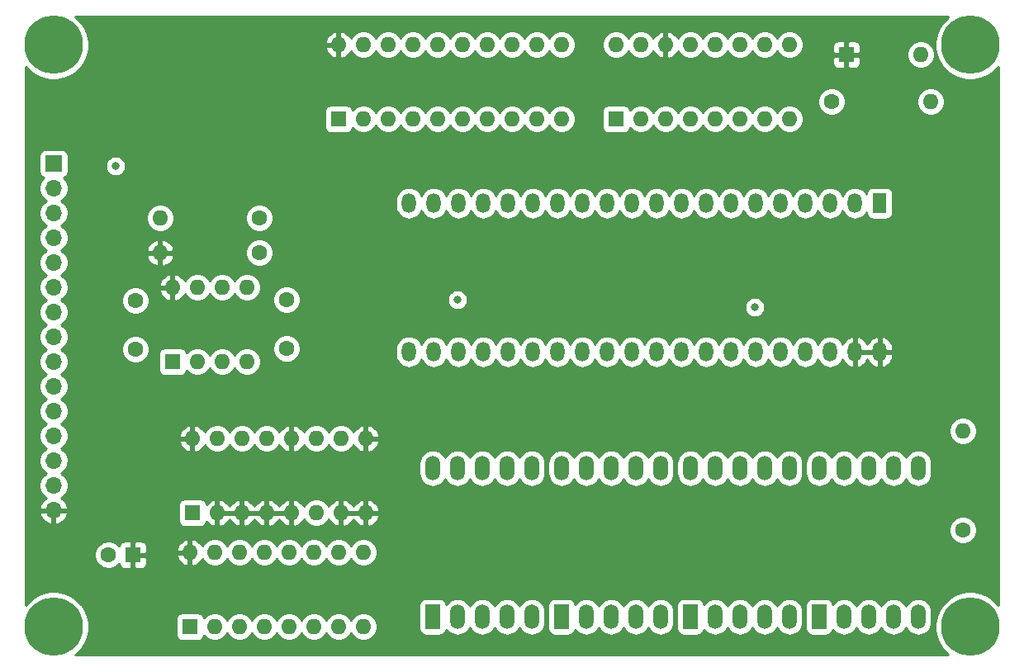
<source format=gbr>
%TF.GenerationSoftware,KiCad,Pcbnew,(5.1.10-1-10_14)*%
%TF.CreationDate,2021-07-31T23:03:57-04:00*%
%TF.ProjectId,DISPLAY,44495350-4c41-4592-9e6b-696361645f70,rev?*%
%TF.SameCoordinates,Original*%
%TF.FileFunction,Copper,L3,Inr*%
%TF.FilePolarity,Positive*%
%FSLAX46Y46*%
G04 Gerber Fmt 4.6, Leading zero omitted, Abs format (unit mm)*
G04 Created by KiCad (PCBNEW (5.1.10-1-10_14)) date 2021-07-31 23:03:57*
%MOMM*%
%LPD*%
G01*
G04 APERTURE LIST*
%TA.AperFunction,ComponentPad*%
%ADD10O,1.700000X1.700000*%
%TD*%
%TA.AperFunction,ComponentPad*%
%ADD11R,1.700000X1.700000*%
%TD*%
%TA.AperFunction,ComponentPad*%
%ADD12O,1.600000X1.600000*%
%TD*%
%TA.AperFunction,ComponentPad*%
%ADD13C,1.600000*%
%TD*%
%TA.AperFunction,ComponentPad*%
%ADD14R,1.600000X1.600000*%
%TD*%
%TA.AperFunction,ComponentPad*%
%ADD15C,0.800000*%
%TD*%
%TA.AperFunction,ComponentPad*%
%ADD16C,6.000000*%
%TD*%
%TA.AperFunction,ComponentPad*%
%ADD17O,1.440000X2.000000*%
%TD*%
%TA.AperFunction,ComponentPad*%
%ADD18R,1.440000X2.000000*%
%TD*%
%TA.AperFunction,ComponentPad*%
%ADD19R,1.524000X2.524000*%
%TD*%
%TA.AperFunction,ComponentPad*%
%ADD20O,1.524000X2.524000*%
%TD*%
%TA.AperFunction,ViaPad*%
%ADD21C,0.800000*%
%TD*%
%TA.AperFunction,Conductor*%
%ADD22C,0.254000*%
%TD*%
%TA.AperFunction,Conductor*%
%ADD23C,0.100000*%
%TD*%
G04 APERTURE END LIST*
D10*
%TO.N,VCC*%
%TO.C,J2*%
X86868000Y-58928000D03*
%TO.N,GND*%
X86868000Y-56388000D03*
%TO.N,SIGNED*%
X86868000Y-53848000D03*
%TO.N,RST*%
X86868000Y-51308000D03*
%TO.N,CLOCK*%
X86868000Y-48768000D03*
%TO.N,OI*%
X86868000Y-46228000D03*
%TO.N,HEX*%
X86868000Y-43688000D03*
%TO.N,BUS0*%
X86868000Y-41148000D03*
%TO.N,BUS1*%
X86868000Y-38608000D03*
%TO.N,BUS2*%
X86868000Y-36068000D03*
%TO.N,BUS3*%
X86868000Y-33528000D03*
%TO.N,BUS4*%
X86868000Y-30988000D03*
%TO.N,BUS5*%
X86868000Y-28448000D03*
%TO.N,BUS6*%
X86868000Y-25908000D03*
D11*
%TO.N,BUS7*%
X86868000Y-23368000D03*
%TD*%
D12*
%TO.N,HEX*%
%TO.C,R2*%
X180086000Y-50800000D03*
D13*
%TO.N,GND*%
X180086000Y-60960000D03*
%TD*%
D12*
%TO.N,SIGNED*%
%TO.C,SW1*%
X175768000Y-12192000D03*
D14*
%TO.N,VCC*%
X168148000Y-12192000D03*
%TD*%
D12*
%TO.N,SIGNED*%
%TO.C,R1*%
X176784000Y-17018000D03*
D13*
%TO.N,GND*%
X166624000Y-17018000D03*
%TD*%
%TO.N,GND*%
%TO.C,C16*%
X92496000Y-63500000D03*
D14*
%TO.N,VCC*%
X94996000Y-63500000D03*
%TD*%
D15*
%TO.N,N/C*%
%TO.C,REF\u002A\u002A*%
X88458990Y-9585010D03*
X86868000Y-8926000D03*
X85277010Y-9585010D03*
X84618000Y-11176000D03*
X85277010Y-12766990D03*
X86868000Y-13426000D03*
X88458990Y-12766990D03*
X89118000Y-11176000D03*
D16*
X86868000Y-11176000D03*
%TD*%
%TO.N,N/C*%
%TO.C,REF\u002A\u002A*%
X86868000Y-70866000D03*
D15*
X89118000Y-70866000D03*
X88458990Y-72456990D03*
X86868000Y-73116000D03*
X85277010Y-72456990D03*
X84618000Y-70866000D03*
X85277010Y-69275010D03*
X86868000Y-68616000D03*
X88458990Y-69275010D03*
%TD*%
D16*
%TO.N,N/C*%
%TO.C,REF\u002A\u002A*%
X180848000Y-11176000D03*
D15*
X183098000Y-11176000D03*
X182438990Y-12766990D03*
X180848000Y-13426000D03*
X179257010Y-12766990D03*
X178598000Y-11176000D03*
X179257010Y-9585010D03*
X180848000Y-8926000D03*
X182438990Y-9585010D03*
%TD*%
%TO.N,N/C*%
%TO.C,REF\u002A\u002A*%
X182438990Y-69275010D03*
X180848000Y-68616000D03*
X179257010Y-69275010D03*
X178598000Y-70866000D03*
X179257010Y-72456990D03*
X180848000Y-73116000D03*
X182438990Y-72456990D03*
X183098000Y-70866000D03*
D16*
X180848000Y-70866000D03*
%TD*%
D12*
%TO.N,VCC*%
%TO.C,U4332*%
X100838000Y-63246000D03*
%TO.N,GND*%
X118618000Y-70866000D03*
%TO.N,N/C*%
X103378000Y-63246000D03*
%TO.N,SIGN_DISPLAY*%
X116078000Y-70866000D03*
%TO.N,N/C*%
X105918000Y-63246000D03*
%TO.N,100_DISPLAY*%
X113538000Y-70866000D03*
%TO.N,N/C*%
X108458000Y-63246000D03*
%TO.N,10_DISPLAY*%
X110998000Y-70866000D03*
%TO.N,N/C*%
X110998000Y-63246000D03*
%TO.N,1_DISPLAY*%
X108458000Y-70866000D03*
%TO.N,N/C*%
X113538000Y-63246000D03*
%TO.N,A1*%
X105918000Y-70866000D03*
%TO.N,N/C*%
X116078000Y-63246000D03*
%TO.N,A0*%
X103378000Y-70866000D03*
%TO.N,N/C*%
X118618000Y-63246000D03*
D14*
%TO.N,GND*%
X100838000Y-70866000D03*
%TD*%
D12*
%TO.N,VCC*%
%TO.C,U2444*%
X101092000Y-51562000D03*
X118872000Y-59182000D03*
%TO.N,Net-(U2444-Pad15)*%
X103632000Y-51562000D03*
%TO.N,VCC*%
X116332000Y-59182000D03*
%TO.N,A0*%
X106172000Y-51562000D03*
X113792000Y-59182000D03*
%TO.N,GND*%
X108712000Y-51562000D03*
%TO.N,VCC*%
X111252000Y-59182000D03*
X111252000Y-51562000D03*
X108712000Y-59182000D03*
%TO.N,Net-(U2444-Pad11)*%
X113792000Y-51562000D03*
%TO.N,VCC*%
X106172000Y-59182000D03*
%TO.N,A1*%
X116332000Y-51562000D03*
%TO.N,VCC*%
X103632000Y-59182000D03*
X118872000Y-51562000D03*
D14*
%TO.N,RATE*%
X101092000Y-59182000D03*
%TD*%
D12*
%TO.N,VCC*%
%TO.C,U1555*%
X99060000Y-36068000D03*
%TO.N,Net-(U1555-Pad4)*%
X106680000Y-43688000D03*
%TO.N,Net-(R1452-Pad1)*%
X101600000Y-36068000D03*
%TO.N,RATE*%
X104140000Y-43688000D03*
%TO.N,Net-(C133-Pad2)*%
X104140000Y-36068000D03*
X101600000Y-43688000D03*
%TO.N,Net-(C233-Pad1)*%
X106680000Y-36068000D03*
D14*
%TO.N,GND*%
X99060000Y-43688000D03*
%TD*%
D17*
%TO.N,*%
%TO.C,U9*%
X123291600Y-42672000D03*
X123291600Y-27432000D03*
X125831600Y-42672000D03*
X125831600Y-27432000D03*
X128371600Y-42672000D03*
X128371600Y-27432000D03*
X130911600Y-42672000D03*
X130911600Y-27432000D03*
X133451600Y-42672000D03*
X133451600Y-27432000D03*
X135991600Y-42672000D03*
X135991600Y-27432000D03*
%TO.N,D_SEG*%
X138531600Y-42672000D03*
%TO.N,GND*%
X138531600Y-27432000D03*
%TO.N,C_SEG*%
X141071600Y-42672000D03*
%TO.N,E_SEG*%
X141071600Y-27432000D03*
%TO.N,B_SEG*%
X143611600Y-42672000D03*
%TO.N,F_SEG*%
X143611600Y-27432000D03*
%TO.N,A_SEG*%
X146151600Y-42672000D03*
%TO.N,G_SEG*%
X146151600Y-27432000D03*
%TO.N,DP_SEG*%
X148691600Y-42672000D03*
%TO.N,Net-(U3-Pad19)*%
X148691600Y-27432000D03*
%TO.N,GND*%
X151231600Y-42672000D03*
%TO.N,Net-(U3-Pad16)*%
X151231600Y-27432000D03*
%TO.N,SIGNED*%
X153771600Y-42672000D03*
%TO.N,Net-(U3-Pad15)*%
X153771600Y-27432000D03*
%TO.N,GND*%
X156311600Y-42672000D03*
%TO.N,Net-(U3-Pad12)*%
X156311600Y-27432000D03*
%TO.N,HEX*%
X158851600Y-42672000D03*
%TO.N,Net-(U3-Pad9)*%
X158851600Y-27432000D03*
%TO.N,A1*%
X161391600Y-42672000D03*
%TO.N,Net-(U3-Pad6)*%
X161391600Y-27432000D03*
%TO.N,A0*%
X163931600Y-42672000D03*
%TO.N,Net-(U3-Pad5)*%
X163931600Y-27432000D03*
%TO.N,GND*%
X166471600Y-42672000D03*
%TO.N,Net-(U3-Pad2)*%
X166471600Y-27432000D03*
%TO.N,VCC*%
X169011600Y-42672000D03*
%TO.N,GND*%
X169011600Y-27432000D03*
%TO.N,VCC*%
X171551600Y-42672000D03*
D18*
%TO.N,GND*%
X171551600Y-27432000D03*
%TD*%
D19*
%TO.N,E_SEG*%
%TO.C,U6*%
X165354000Y-69850000D03*
D20*
%TO.N,D_SEG*%
X167894000Y-69850000D03*
%TO.N,1_DISPLAY*%
X170434000Y-69850000D03*
%TO.N,C_SEG*%
X172974000Y-69850000D03*
%TO.N,DP_SEG*%
X175514000Y-69850000D03*
%TO.N,B_SEG*%
X175514000Y-54610000D03*
%TO.N,A_SEG*%
X172974000Y-54610000D03*
%TO.N,1_DISPLAY*%
X170434000Y-54610000D03*
%TO.N,F_SEG*%
X167894000Y-54610000D03*
%TO.N,G_SEG*%
X165354000Y-54610000D03*
%TD*%
D19*
%TO.N,E_SEG*%
%TO.C,U5*%
X152146000Y-69850000D03*
D20*
%TO.N,D_SEG*%
X154686000Y-69850000D03*
%TO.N,10_DISPLAY*%
X157226000Y-69850000D03*
%TO.N,C_SEG*%
X159766000Y-69850000D03*
%TO.N,DP_SEG*%
X162306000Y-69850000D03*
%TO.N,B_SEG*%
X162306000Y-54610000D03*
%TO.N,A_SEG*%
X159766000Y-54610000D03*
%TO.N,10_DISPLAY*%
X157226000Y-54610000D03*
%TO.N,F_SEG*%
X154686000Y-54610000D03*
%TO.N,G_SEG*%
X152146000Y-54610000D03*
%TD*%
D19*
%TO.N,E_SEG*%
%TO.C,U4*%
X138938000Y-69850000D03*
D20*
%TO.N,D_SEG*%
X141478000Y-69850000D03*
%TO.N,100_DISPLAY*%
X144018000Y-69850000D03*
%TO.N,C_SEG*%
X146558000Y-69850000D03*
%TO.N,DP_SEG*%
X149098000Y-69850000D03*
%TO.N,B_SEG*%
X149098000Y-54610000D03*
%TO.N,A_SEG*%
X146558000Y-54610000D03*
%TO.N,100_DISPLAY*%
X144018000Y-54610000D03*
%TO.N,F_SEG*%
X141478000Y-54610000D03*
%TO.N,G_SEG*%
X138938000Y-54610000D03*
%TD*%
D12*
%TO.N,VCC*%
%TO.C,U3*%
X116078000Y-11176000D03*
%TO.N,GND*%
X138938000Y-18796000D03*
%TO.N,Net-(U3-Pad19)*%
X118618000Y-11176000D03*
%TO.N,Net-(U3-Pad9)*%
X136398000Y-18796000D03*
%TO.N,BUS0*%
X121158000Y-11176000D03*
%TO.N,BUS4*%
X133858000Y-18796000D03*
%TO.N,BUS1*%
X123698000Y-11176000D03*
%TO.N,BUS5*%
X131318000Y-18796000D03*
%TO.N,Net-(U3-Pad16)*%
X126238000Y-11176000D03*
%TO.N,Net-(U3-Pad6)*%
X128778000Y-18796000D03*
%TO.N,Net-(U3-Pad15)*%
X128778000Y-11176000D03*
%TO.N,Net-(U3-Pad5)*%
X126238000Y-18796000D03*
%TO.N,BUS2*%
X131318000Y-11176000D03*
%TO.N,BUS6*%
X123698000Y-18796000D03*
%TO.N,BUS3*%
X133858000Y-11176000D03*
%TO.N,BUS7*%
X121158000Y-18796000D03*
%TO.N,Net-(U3-Pad12)*%
X136398000Y-11176000D03*
%TO.N,Net-(U3-Pad2)*%
X118618000Y-18796000D03*
%TO.N,Net-(U2-Pad3)*%
X138938000Y-11176000D03*
D14*
%TO.N,RST*%
X116078000Y-18796000D03*
%TD*%
D12*
%TO.N,N/C*%
%TO.C,U2*%
X144526000Y-11176000D03*
X162306000Y-18796000D03*
X147066000Y-11176000D03*
%TO.N,GND*%
X159766000Y-18796000D03*
%TO.N,VCC*%
X149606000Y-11176000D03*
%TO.N,N/C*%
X157226000Y-18796000D03*
X152146000Y-11176000D03*
X154686000Y-18796000D03*
X154686000Y-11176000D03*
X152146000Y-18796000D03*
X157226000Y-11176000D03*
%TO.N,Net-(U2-Pad3)*%
X149606000Y-18796000D03*
%TO.N,N/C*%
X159766000Y-11176000D03*
%TO.N,CLOCK*%
X147066000Y-18796000D03*
%TO.N,N/C*%
X162306000Y-11176000D03*
D14*
%TO.N,OI*%
X144526000Y-18796000D03*
%TD*%
D19*
%TO.N,E_SEG*%
%TO.C,U1*%
X125730000Y-69850000D03*
D20*
%TO.N,D_SEG*%
X128270000Y-69850000D03*
%TO.N,SIGN_DISPLAY*%
X130810000Y-69850000D03*
%TO.N,C_SEG*%
X133350000Y-69850000D03*
%TO.N,DP_SEG*%
X135890000Y-69850000D03*
%TO.N,B_SEG*%
X135890000Y-54610000D03*
%TO.N,A_SEG*%
X133350000Y-54610000D03*
%TO.N,SIGN_DISPLAY*%
X130810000Y-54610000D03*
%TO.N,F_SEG*%
X128270000Y-54610000D03*
%TO.N,G_SEG*%
X125730000Y-54610000D03*
%TD*%
D12*
%TO.N,VCC*%
%TO.C,R2123*%
X97790000Y-32512000D03*
D13*
%TO.N,Net-(R1452-Pad1)*%
X107950000Y-32512000D03*
%TD*%
D12*
%TO.N,Net-(C133-Pad2)*%
%TO.C,R1452*%
X97790000Y-28956000D03*
D13*
%TO.N,Net-(R1452-Pad1)*%
X107950000Y-28956000D03*
%TD*%
%TO.N,GND*%
%TO.C,C233*%
X110744000Y-42338000D03*
%TO.N,Net-(C233-Pad1)*%
X110744000Y-37338000D03*
%TD*%
%TO.N,Net-(C133-Pad2)*%
%TO.C,C133*%
X95250000Y-37418000D03*
%TO.N,GND*%
X95250000Y-42418000D03*
%TD*%
D21*
%TO.N,RST*%
X93218000Y-23622000D03*
%TO.N,HEX*%
X128270000Y-37338000D03*
X158750000Y-38100000D03*
%TD*%
D22*
%TO.N,VCC*%
X178530823Y-8352511D02*
X178024511Y-8858823D01*
X177626705Y-9454182D01*
X177352691Y-10115710D01*
X177213000Y-10817984D01*
X177213000Y-11534016D01*
X177352691Y-12236290D01*
X177626705Y-12897818D01*
X178024511Y-13493177D01*
X178530823Y-13999489D01*
X179126182Y-14397295D01*
X179787710Y-14671309D01*
X180489984Y-14811000D01*
X181206016Y-14811000D01*
X181908290Y-14671309D01*
X182569818Y-14397295D01*
X183165177Y-13999489D01*
X183671489Y-13493177D01*
X183719000Y-13422072D01*
X183719001Y-68619930D01*
X183671489Y-68548823D01*
X183165177Y-68042511D01*
X182569818Y-67644705D01*
X181908290Y-67370691D01*
X181206016Y-67231000D01*
X180489984Y-67231000D01*
X179787710Y-67370691D01*
X179126182Y-67644705D01*
X178530823Y-68042511D01*
X178024511Y-68548823D01*
X177626705Y-69144182D01*
X177352691Y-69805710D01*
X177213000Y-70507984D01*
X177213000Y-71224016D01*
X177352691Y-71926290D01*
X177626705Y-72587818D01*
X178024511Y-73183177D01*
X178530823Y-73689489D01*
X178601928Y-73737000D01*
X89114072Y-73737000D01*
X89185177Y-73689489D01*
X89691489Y-73183177D01*
X90089295Y-72587818D01*
X90363309Y-71926290D01*
X90503000Y-71224016D01*
X90503000Y-70507984D01*
X90415084Y-70066000D01*
X99399928Y-70066000D01*
X99399928Y-71666000D01*
X99412188Y-71790482D01*
X99448498Y-71910180D01*
X99507463Y-72020494D01*
X99586815Y-72117185D01*
X99683506Y-72196537D01*
X99793820Y-72255502D01*
X99913518Y-72291812D01*
X100038000Y-72304072D01*
X101638000Y-72304072D01*
X101762482Y-72291812D01*
X101882180Y-72255502D01*
X101992494Y-72196537D01*
X102089185Y-72117185D01*
X102168537Y-72020494D01*
X102227502Y-71910180D01*
X102263812Y-71790482D01*
X102264643Y-71782039D01*
X102463241Y-71980637D01*
X102698273Y-72137680D01*
X102959426Y-72245853D01*
X103236665Y-72301000D01*
X103519335Y-72301000D01*
X103796574Y-72245853D01*
X104057727Y-72137680D01*
X104292759Y-71980637D01*
X104492637Y-71780759D01*
X104648000Y-71548241D01*
X104803363Y-71780759D01*
X105003241Y-71980637D01*
X105238273Y-72137680D01*
X105499426Y-72245853D01*
X105776665Y-72301000D01*
X106059335Y-72301000D01*
X106336574Y-72245853D01*
X106597727Y-72137680D01*
X106832759Y-71980637D01*
X107032637Y-71780759D01*
X107188000Y-71548241D01*
X107343363Y-71780759D01*
X107543241Y-71980637D01*
X107778273Y-72137680D01*
X108039426Y-72245853D01*
X108316665Y-72301000D01*
X108599335Y-72301000D01*
X108876574Y-72245853D01*
X109137727Y-72137680D01*
X109372759Y-71980637D01*
X109572637Y-71780759D01*
X109728000Y-71548241D01*
X109883363Y-71780759D01*
X110083241Y-71980637D01*
X110318273Y-72137680D01*
X110579426Y-72245853D01*
X110856665Y-72301000D01*
X111139335Y-72301000D01*
X111416574Y-72245853D01*
X111677727Y-72137680D01*
X111912759Y-71980637D01*
X112112637Y-71780759D01*
X112268000Y-71548241D01*
X112423363Y-71780759D01*
X112623241Y-71980637D01*
X112858273Y-72137680D01*
X113119426Y-72245853D01*
X113396665Y-72301000D01*
X113679335Y-72301000D01*
X113956574Y-72245853D01*
X114217727Y-72137680D01*
X114452759Y-71980637D01*
X114652637Y-71780759D01*
X114808000Y-71548241D01*
X114963363Y-71780759D01*
X115163241Y-71980637D01*
X115398273Y-72137680D01*
X115659426Y-72245853D01*
X115936665Y-72301000D01*
X116219335Y-72301000D01*
X116496574Y-72245853D01*
X116757727Y-72137680D01*
X116992759Y-71980637D01*
X117192637Y-71780759D01*
X117348000Y-71548241D01*
X117503363Y-71780759D01*
X117703241Y-71980637D01*
X117938273Y-72137680D01*
X118199426Y-72245853D01*
X118476665Y-72301000D01*
X118759335Y-72301000D01*
X119036574Y-72245853D01*
X119297727Y-72137680D01*
X119532759Y-71980637D01*
X119732637Y-71780759D01*
X119889680Y-71545727D01*
X119997853Y-71284574D01*
X120053000Y-71007335D01*
X120053000Y-70724665D01*
X119997853Y-70447426D01*
X119889680Y-70186273D01*
X119732637Y-69951241D01*
X119532759Y-69751363D01*
X119297727Y-69594320D01*
X119036574Y-69486147D01*
X118759335Y-69431000D01*
X118476665Y-69431000D01*
X118199426Y-69486147D01*
X117938273Y-69594320D01*
X117703241Y-69751363D01*
X117503363Y-69951241D01*
X117348000Y-70183759D01*
X117192637Y-69951241D01*
X116992759Y-69751363D01*
X116757727Y-69594320D01*
X116496574Y-69486147D01*
X116219335Y-69431000D01*
X115936665Y-69431000D01*
X115659426Y-69486147D01*
X115398273Y-69594320D01*
X115163241Y-69751363D01*
X114963363Y-69951241D01*
X114808000Y-70183759D01*
X114652637Y-69951241D01*
X114452759Y-69751363D01*
X114217727Y-69594320D01*
X113956574Y-69486147D01*
X113679335Y-69431000D01*
X113396665Y-69431000D01*
X113119426Y-69486147D01*
X112858273Y-69594320D01*
X112623241Y-69751363D01*
X112423363Y-69951241D01*
X112268000Y-70183759D01*
X112112637Y-69951241D01*
X111912759Y-69751363D01*
X111677727Y-69594320D01*
X111416574Y-69486147D01*
X111139335Y-69431000D01*
X110856665Y-69431000D01*
X110579426Y-69486147D01*
X110318273Y-69594320D01*
X110083241Y-69751363D01*
X109883363Y-69951241D01*
X109728000Y-70183759D01*
X109572637Y-69951241D01*
X109372759Y-69751363D01*
X109137727Y-69594320D01*
X108876574Y-69486147D01*
X108599335Y-69431000D01*
X108316665Y-69431000D01*
X108039426Y-69486147D01*
X107778273Y-69594320D01*
X107543241Y-69751363D01*
X107343363Y-69951241D01*
X107188000Y-70183759D01*
X107032637Y-69951241D01*
X106832759Y-69751363D01*
X106597727Y-69594320D01*
X106336574Y-69486147D01*
X106059335Y-69431000D01*
X105776665Y-69431000D01*
X105499426Y-69486147D01*
X105238273Y-69594320D01*
X105003241Y-69751363D01*
X104803363Y-69951241D01*
X104648000Y-70183759D01*
X104492637Y-69951241D01*
X104292759Y-69751363D01*
X104057727Y-69594320D01*
X103796574Y-69486147D01*
X103519335Y-69431000D01*
X103236665Y-69431000D01*
X102959426Y-69486147D01*
X102698273Y-69594320D01*
X102463241Y-69751363D01*
X102264643Y-69949961D01*
X102263812Y-69941518D01*
X102227502Y-69821820D01*
X102168537Y-69711506D01*
X102089185Y-69614815D01*
X101992494Y-69535463D01*
X101882180Y-69476498D01*
X101762482Y-69440188D01*
X101638000Y-69427928D01*
X100038000Y-69427928D01*
X99913518Y-69440188D01*
X99793820Y-69476498D01*
X99683506Y-69535463D01*
X99586815Y-69614815D01*
X99507463Y-69711506D01*
X99448498Y-69821820D01*
X99412188Y-69941518D01*
X99399928Y-70066000D01*
X90415084Y-70066000D01*
X90363309Y-69805710D01*
X90089295Y-69144182D01*
X89717667Y-68588000D01*
X124329928Y-68588000D01*
X124329928Y-71112000D01*
X124342188Y-71236482D01*
X124378498Y-71356180D01*
X124437463Y-71466494D01*
X124516815Y-71563185D01*
X124613506Y-71642537D01*
X124723820Y-71701502D01*
X124843518Y-71737812D01*
X124968000Y-71750072D01*
X126492000Y-71750072D01*
X126616482Y-71737812D01*
X126736180Y-71701502D01*
X126846494Y-71642537D01*
X126943185Y-71563185D01*
X127022537Y-71466494D01*
X127081502Y-71356180D01*
X127117812Y-71236482D01*
X127125579Y-71157622D01*
X127277393Y-71342608D01*
X127490114Y-71517183D01*
X127732806Y-71646904D01*
X127996141Y-71726786D01*
X128270000Y-71753759D01*
X128543860Y-71726786D01*
X128807195Y-71646904D01*
X129049887Y-71517183D01*
X129262608Y-71342608D01*
X129437183Y-71129887D01*
X129540000Y-70937529D01*
X129642817Y-71129887D01*
X129817393Y-71342608D01*
X130030114Y-71517183D01*
X130272806Y-71646904D01*
X130536141Y-71726786D01*
X130810000Y-71753759D01*
X131083860Y-71726786D01*
X131347195Y-71646904D01*
X131589887Y-71517183D01*
X131802608Y-71342608D01*
X131977183Y-71129887D01*
X132080000Y-70937529D01*
X132182817Y-71129887D01*
X132357393Y-71342608D01*
X132570114Y-71517183D01*
X132812806Y-71646904D01*
X133076141Y-71726786D01*
X133350000Y-71753759D01*
X133623860Y-71726786D01*
X133887195Y-71646904D01*
X134129887Y-71517183D01*
X134342608Y-71342608D01*
X134517183Y-71129887D01*
X134620000Y-70937529D01*
X134722817Y-71129887D01*
X134897393Y-71342608D01*
X135110114Y-71517183D01*
X135352806Y-71646904D01*
X135616141Y-71726786D01*
X135890000Y-71753759D01*
X136163860Y-71726786D01*
X136427195Y-71646904D01*
X136669887Y-71517183D01*
X136882608Y-71342608D01*
X137057183Y-71129887D01*
X137186904Y-70887195D01*
X137266786Y-70623860D01*
X137287000Y-70418625D01*
X137287000Y-69281375D01*
X137266786Y-69076140D01*
X137186904Y-68812805D01*
X137066744Y-68588000D01*
X137537928Y-68588000D01*
X137537928Y-71112000D01*
X137550188Y-71236482D01*
X137586498Y-71356180D01*
X137645463Y-71466494D01*
X137724815Y-71563185D01*
X137821506Y-71642537D01*
X137931820Y-71701502D01*
X138051518Y-71737812D01*
X138176000Y-71750072D01*
X139700000Y-71750072D01*
X139824482Y-71737812D01*
X139944180Y-71701502D01*
X140054494Y-71642537D01*
X140151185Y-71563185D01*
X140230537Y-71466494D01*
X140289502Y-71356180D01*
X140325812Y-71236482D01*
X140333579Y-71157622D01*
X140485393Y-71342608D01*
X140698114Y-71517183D01*
X140940806Y-71646904D01*
X141204141Y-71726786D01*
X141478000Y-71753759D01*
X141751860Y-71726786D01*
X142015195Y-71646904D01*
X142257887Y-71517183D01*
X142470608Y-71342608D01*
X142645183Y-71129887D01*
X142748000Y-70937529D01*
X142850817Y-71129887D01*
X143025393Y-71342608D01*
X143238114Y-71517183D01*
X143480806Y-71646904D01*
X143744141Y-71726786D01*
X144018000Y-71753759D01*
X144291860Y-71726786D01*
X144555195Y-71646904D01*
X144797887Y-71517183D01*
X145010608Y-71342608D01*
X145185183Y-71129887D01*
X145288000Y-70937529D01*
X145390817Y-71129887D01*
X145565393Y-71342608D01*
X145778114Y-71517183D01*
X146020806Y-71646904D01*
X146284141Y-71726786D01*
X146558000Y-71753759D01*
X146831860Y-71726786D01*
X147095195Y-71646904D01*
X147337887Y-71517183D01*
X147550608Y-71342608D01*
X147725183Y-71129887D01*
X147828000Y-70937529D01*
X147930817Y-71129887D01*
X148105393Y-71342608D01*
X148318114Y-71517183D01*
X148560806Y-71646904D01*
X148824141Y-71726786D01*
X149098000Y-71753759D01*
X149371860Y-71726786D01*
X149635195Y-71646904D01*
X149877887Y-71517183D01*
X150090608Y-71342608D01*
X150265183Y-71129887D01*
X150394904Y-70887195D01*
X150474786Y-70623860D01*
X150495000Y-70418625D01*
X150495000Y-69281375D01*
X150474786Y-69076140D01*
X150394904Y-68812805D01*
X150274744Y-68588000D01*
X150745928Y-68588000D01*
X150745928Y-71112000D01*
X150758188Y-71236482D01*
X150794498Y-71356180D01*
X150853463Y-71466494D01*
X150932815Y-71563185D01*
X151029506Y-71642537D01*
X151139820Y-71701502D01*
X151259518Y-71737812D01*
X151384000Y-71750072D01*
X152908000Y-71750072D01*
X153032482Y-71737812D01*
X153152180Y-71701502D01*
X153262494Y-71642537D01*
X153359185Y-71563185D01*
X153438537Y-71466494D01*
X153497502Y-71356180D01*
X153533812Y-71236482D01*
X153541579Y-71157622D01*
X153693393Y-71342608D01*
X153906114Y-71517183D01*
X154148806Y-71646904D01*
X154412141Y-71726786D01*
X154686000Y-71753759D01*
X154959860Y-71726786D01*
X155223195Y-71646904D01*
X155465887Y-71517183D01*
X155678608Y-71342608D01*
X155853183Y-71129887D01*
X155956000Y-70937529D01*
X156058817Y-71129887D01*
X156233393Y-71342608D01*
X156446114Y-71517183D01*
X156688806Y-71646904D01*
X156952141Y-71726786D01*
X157226000Y-71753759D01*
X157499860Y-71726786D01*
X157763195Y-71646904D01*
X158005887Y-71517183D01*
X158218608Y-71342608D01*
X158393183Y-71129887D01*
X158496000Y-70937529D01*
X158598817Y-71129887D01*
X158773393Y-71342608D01*
X158986114Y-71517183D01*
X159228806Y-71646904D01*
X159492141Y-71726786D01*
X159766000Y-71753759D01*
X160039860Y-71726786D01*
X160303195Y-71646904D01*
X160545887Y-71517183D01*
X160758608Y-71342608D01*
X160933183Y-71129887D01*
X161036000Y-70937529D01*
X161138817Y-71129887D01*
X161313393Y-71342608D01*
X161526114Y-71517183D01*
X161768806Y-71646904D01*
X162032141Y-71726786D01*
X162306000Y-71753759D01*
X162579860Y-71726786D01*
X162843195Y-71646904D01*
X163085887Y-71517183D01*
X163298608Y-71342608D01*
X163473183Y-71129887D01*
X163602904Y-70887195D01*
X163682786Y-70623860D01*
X163703000Y-70418625D01*
X163703000Y-69281375D01*
X163682786Y-69076140D01*
X163602904Y-68812805D01*
X163482744Y-68588000D01*
X163953928Y-68588000D01*
X163953928Y-71112000D01*
X163966188Y-71236482D01*
X164002498Y-71356180D01*
X164061463Y-71466494D01*
X164140815Y-71563185D01*
X164237506Y-71642537D01*
X164347820Y-71701502D01*
X164467518Y-71737812D01*
X164592000Y-71750072D01*
X166116000Y-71750072D01*
X166240482Y-71737812D01*
X166360180Y-71701502D01*
X166470494Y-71642537D01*
X166567185Y-71563185D01*
X166646537Y-71466494D01*
X166705502Y-71356180D01*
X166741812Y-71236482D01*
X166749579Y-71157622D01*
X166901393Y-71342608D01*
X167114114Y-71517183D01*
X167356806Y-71646904D01*
X167620141Y-71726786D01*
X167894000Y-71753759D01*
X168167860Y-71726786D01*
X168431195Y-71646904D01*
X168673887Y-71517183D01*
X168886608Y-71342608D01*
X169061183Y-71129887D01*
X169164000Y-70937529D01*
X169266817Y-71129887D01*
X169441393Y-71342608D01*
X169654114Y-71517183D01*
X169896806Y-71646904D01*
X170160141Y-71726786D01*
X170434000Y-71753759D01*
X170707860Y-71726786D01*
X170971195Y-71646904D01*
X171213887Y-71517183D01*
X171426608Y-71342608D01*
X171601183Y-71129887D01*
X171704000Y-70937529D01*
X171806817Y-71129887D01*
X171981393Y-71342608D01*
X172194114Y-71517183D01*
X172436806Y-71646904D01*
X172700141Y-71726786D01*
X172974000Y-71753759D01*
X173247860Y-71726786D01*
X173511195Y-71646904D01*
X173753887Y-71517183D01*
X173966608Y-71342608D01*
X174141183Y-71129887D01*
X174244000Y-70937529D01*
X174346817Y-71129887D01*
X174521393Y-71342608D01*
X174734114Y-71517183D01*
X174976806Y-71646904D01*
X175240141Y-71726786D01*
X175514000Y-71753759D01*
X175787860Y-71726786D01*
X176051195Y-71646904D01*
X176293887Y-71517183D01*
X176506608Y-71342608D01*
X176681183Y-71129887D01*
X176810904Y-70887195D01*
X176890786Y-70623860D01*
X176911000Y-70418625D01*
X176911000Y-69281375D01*
X176890786Y-69076140D01*
X176810904Y-68812805D01*
X176681183Y-68570113D01*
X176506607Y-68357392D01*
X176293886Y-68182817D01*
X176051194Y-68053096D01*
X175787859Y-67973214D01*
X175514000Y-67946241D01*
X175240140Y-67973214D01*
X174976805Y-68053096D01*
X174734113Y-68182817D01*
X174521392Y-68357393D01*
X174346817Y-68570114D01*
X174244000Y-68762471D01*
X174141183Y-68570113D01*
X173966607Y-68357392D01*
X173753886Y-68182817D01*
X173511194Y-68053096D01*
X173247859Y-67973214D01*
X172974000Y-67946241D01*
X172700140Y-67973214D01*
X172436805Y-68053096D01*
X172194113Y-68182817D01*
X171981392Y-68357393D01*
X171806817Y-68570114D01*
X171704000Y-68762471D01*
X171601183Y-68570113D01*
X171426607Y-68357392D01*
X171213886Y-68182817D01*
X170971194Y-68053096D01*
X170707859Y-67973214D01*
X170434000Y-67946241D01*
X170160140Y-67973214D01*
X169896805Y-68053096D01*
X169654113Y-68182817D01*
X169441392Y-68357393D01*
X169266817Y-68570114D01*
X169164000Y-68762471D01*
X169061183Y-68570113D01*
X168886607Y-68357392D01*
X168673886Y-68182817D01*
X168431194Y-68053096D01*
X168167859Y-67973214D01*
X167894000Y-67946241D01*
X167620140Y-67973214D01*
X167356805Y-68053096D01*
X167114113Y-68182817D01*
X166901392Y-68357393D01*
X166749579Y-68542379D01*
X166741812Y-68463518D01*
X166705502Y-68343820D01*
X166646537Y-68233506D01*
X166567185Y-68136815D01*
X166470494Y-68057463D01*
X166360180Y-67998498D01*
X166240482Y-67962188D01*
X166116000Y-67949928D01*
X164592000Y-67949928D01*
X164467518Y-67962188D01*
X164347820Y-67998498D01*
X164237506Y-68057463D01*
X164140815Y-68136815D01*
X164061463Y-68233506D01*
X164002498Y-68343820D01*
X163966188Y-68463518D01*
X163953928Y-68588000D01*
X163482744Y-68588000D01*
X163473183Y-68570113D01*
X163298607Y-68357392D01*
X163085886Y-68182817D01*
X162843194Y-68053096D01*
X162579859Y-67973214D01*
X162306000Y-67946241D01*
X162032140Y-67973214D01*
X161768805Y-68053096D01*
X161526113Y-68182817D01*
X161313392Y-68357393D01*
X161138817Y-68570114D01*
X161036000Y-68762471D01*
X160933183Y-68570113D01*
X160758607Y-68357392D01*
X160545886Y-68182817D01*
X160303194Y-68053096D01*
X160039859Y-67973214D01*
X159766000Y-67946241D01*
X159492140Y-67973214D01*
X159228805Y-68053096D01*
X158986113Y-68182817D01*
X158773392Y-68357393D01*
X158598817Y-68570114D01*
X158496000Y-68762471D01*
X158393183Y-68570113D01*
X158218607Y-68357392D01*
X158005886Y-68182817D01*
X157763194Y-68053096D01*
X157499859Y-67973214D01*
X157226000Y-67946241D01*
X156952140Y-67973214D01*
X156688805Y-68053096D01*
X156446113Y-68182817D01*
X156233392Y-68357393D01*
X156058817Y-68570114D01*
X155956000Y-68762471D01*
X155853183Y-68570113D01*
X155678607Y-68357392D01*
X155465886Y-68182817D01*
X155223194Y-68053096D01*
X154959859Y-67973214D01*
X154686000Y-67946241D01*
X154412140Y-67973214D01*
X154148805Y-68053096D01*
X153906113Y-68182817D01*
X153693392Y-68357393D01*
X153541579Y-68542379D01*
X153533812Y-68463518D01*
X153497502Y-68343820D01*
X153438537Y-68233506D01*
X153359185Y-68136815D01*
X153262494Y-68057463D01*
X153152180Y-67998498D01*
X153032482Y-67962188D01*
X152908000Y-67949928D01*
X151384000Y-67949928D01*
X151259518Y-67962188D01*
X151139820Y-67998498D01*
X151029506Y-68057463D01*
X150932815Y-68136815D01*
X150853463Y-68233506D01*
X150794498Y-68343820D01*
X150758188Y-68463518D01*
X150745928Y-68588000D01*
X150274744Y-68588000D01*
X150265183Y-68570113D01*
X150090607Y-68357392D01*
X149877886Y-68182817D01*
X149635194Y-68053096D01*
X149371859Y-67973214D01*
X149098000Y-67946241D01*
X148824140Y-67973214D01*
X148560805Y-68053096D01*
X148318113Y-68182817D01*
X148105392Y-68357393D01*
X147930817Y-68570114D01*
X147828000Y-68762471D01*
X147725183Y-68570113D01*
X147550607Y-68357392D01*
X147337886Y-68182817D01*
X147095194Y-68053096D01*
X146831859Y-67973214D01*
X146558000Y-67946241D01*
X146284140Y-67973214D01*
X146020805Y-68053096D01*
X145778113Y-68182817D01*
X145565392Y-68357393D01*
X145390817Y-68570114D01*
X145288000Y-68762471D01*
X145185183Y-68570113D01*
X145010607Y-68357392D01*
X144797886Y-68182817D01*
X144555194Y-68053096D01*
X144291859Y-67973214D01*
X144018000Y-67946241D01*
X143744140Y-67973214D01*
X143480805Y-68053096D01*
X143238113Y-68182817D01*
X143025392Y-68357393D01*
X142850817Y-68570114D01*
X142748000Y-68762471D01*
X142645183Y-68570113D01*
X142470607Y-68357392D01*
X142257886Y-68182817D01*
X142015194Y-68053096D01*
X141751859Y-67973214D01*
X141478000Y-67946241D01*
X141204140Y-67973214D01*
X140940805Y-68053096D01*
X140698113Y-68182817D01*
X140485392Y-68357393D01*
X140333579Y-68542379D01*
X140325812Y-68463518D01*
X140289502Y-68343820D01*
X140230537Y-68233506D01*
X140151185Y-68136815D01*
X140054494Y-68057463D01*
X139944180Y-67998498D01*
X139824482Y-67962188D01*
X139700000Y-67949928D01*
X138176000Y-67949928D01*
X138051518Y-67962188D01*
X137931820Y-67998498D01*
X137821506Y-68057463D01*
X137724815Y-68136815D01*
X137645463Y-68233506D01*
X137586498Y-68343820D01*
X137550188Y-68463518D01*
X137537928Y-68588000D01*
X137066744Y-68588000D01*
X137057183Y-68570113D01*
X136882607Y-68357392D01*
X136669886Y-68182817D01*
X136427194Y-68053096D01*
X136163859Y-67973214D01*
X135890000Y-67946241D01*
X135616140Y-67973214D01*
X135352805Y-68053096D01*
X135110113Y-68182817D01*
X134897392Y-68357393D01*
X134722817Y-68570114D01*
X134620000Y-68762471D01*
X134517183Y-68570113D01*
X134342607Y-68357392D01*
X134129886Y-68182817D01*
X133887194Y-68053096D01*
X133623859Y-67973214D01*
X133350000Y-67946241D01*
X133076140Y-67973214D01*
X132812805Y-68053096D01*
X132570113Y-68182817D01*
X132357392Y-68357393D01*
X132182817Y-68570114D01*
X132080000Y-68762471D01*
X131977183Y-68570113D01*
X131802607Y-68357392D01*
X131589886Y-68182817D01*
X131347194Y-68053096D01*
X131083859Y-67973214D01*
X130810000Y-67946241D01*
X130536140Y-67973214D01*
X130272805Y-68053096D01*
X130030113Y-68182817D01*
X129817392Y-68357393D01*
X129642817Y-68570114D01*
X129540000Y-68762471D01*
X129437183Y-68570113D01*
X129262607Y-68357392D01*
X129049886Y-68182817D01*
X128807194Y-68053096D01*
X128543859Y-67973214D01*
X128270000Y-67946241D01*
X127996140Y-67973214D01*
X127732805Y-68053096D01*
X127490113Y-68182817D01*
X127277392Y-68357393D01*
X127125579Y-68542379D01*
X127117812Y-68463518D01*
X127081502Y-68343820D01*
X127022537Y-68233506D01*
X126943185Y-68136815D01*
X126846494Y-68057463D01*
X126736180Y-67998498D01*
X126616482Y-67962188D01*
X126492000Y-67949928D01*
X124968000Y-67949928D01*
X124843518Y-67962188D01*
X124723820Y-67998498D01*
X124613506Y-68057463D01*
X124516815Y-68136815D01*
X124437463Y-68233506D01*
X124378498Y-68343820D01*
X124342188Y-68463518D01*
X124329928Y-68588000D01*
X89717667Y-68588000D01*
X89691489Y-68548823D01*
X89185177Y-68042511D01*
X88589818Y-67644705D01*
X87928290Y-67370691D01*
X87226016Y-67231000D01*
X86509984Y-67231000D01*
X85807710Y-67370691D01*
X85146182Y-67644705D01*
X84550823Y-68042511D01*
X84044511Y-68548823D01*
X83997000Y-68619928D01*
X83997000Y-63358665D01*
X91061000Y-63358665D01*
X91061000Y-63641335D01*
X91116147Y-63918574D01*
X91224320Y-64179727D01*
X91381363Y-64414759D01*
X91581241Y-64614637D01*
X91816273Y-64771680D01*
X92077426Y-64879853D01*
X92354665Y-64935000D01*
X92637335Y-64935000D01*
X92914574Y-64879853D01*
X93175727Y-64771680D01*
X93410759Y-64614637D01*
X93577339Y-64448057D01*
X93606498Y-64544180D01*
X93665463Y-64654494D01*
X93744815Y-64751185D01*
X93841506Y-64830537D01*
X93951820Y-64889502D01*
X94071518Y-64925812D01*
X94196000Y-64938072D01*
X94710250Y-64935000D01*
X94869000Y-64776250D01*
X94869000Y-63627000D01*
X95123000Y-63627000D01*
X95123000Y-64776250D01*
X95281750Y-64935000D01*
X95796000Y-64938072D01*
X95920482Y-64925812D01*
X96040180Y-64889502D01*
X96150494Y-64830537D01*
X96247185Y-64751185D01*
X96326537Y-64654494D01*
X96385502Y-64544180D01*
X96421812Y-64424482D01*
X96434072Y-64300000D01*
X96431000Y-63785750D01*
X96272250Y-63627000D01*
X95123000Y-63627000D01*
X94869000Y-63627000D01*
X94849000Y-63627000D01*
X94849000Y-63595040D01*
X99446091Y-63595040D01*
X99540930Y-63859881D01*
X99685615Y-64101131D01*
X99874586Y-64309519D01*
X100100580Y-64477037D01*
X100354913Y-64597246D01*
X100488961Y-64637904D01*
X100711000Y-64515915D01*
X100711000Y-63373000D01*
X99567376Y-63373000D01*
X99446091Y-63595040D01*
X94849000Y-63595040D01*
X94849000Y-63373000D01*
X94869000Y-63373000D01*
X94869000Y-62223750D01*
X95123000Y-62223750D01*
X95123000Y-63373000D01*
X96272250Y-63373000D01*
X96431000Y-63214250D01*
X96432895Y-62896960D01*
X99446091Y-62896960D01*
X99567376Y-63119000D01*
X100711000Y-63119000D01*
X100711000Y-61976085D01*
X100965000Y-61976085D01*
X100965000Y-63119000D01*
X100985000Y-63119000D01*
X100985000Y-63373000D01*
X100965000Y-63373000D01*
X100965000Y-64515915D01*
X101187039Y-64637904D01*
X101321087Y-64597246D01*
X101575420Y-64477037D01*
X101801414Y-64309519D01*
X101990385Y-64101131D01*
X102101933Y-63915135D01*
X102106320Y-63925727D01*
X102263363Y-64160759D01*
X102463241Y-64360637D01*
X102698273Y-64517680D01*
X102959426Y-64625853D01*
X103236665Y-64681000D01*
X103519335Y-64681000D01*
X103796574Y-64625853D01*
X104057727Y-64517680D01*
X104292759Y-64360637D01*
X104492637Y-64160759D01*
X104648000Y-63928241D01*
X104803363Y-64160759D01*
X105003241Y-64360637D01*
X105238273Y-64517680D01*
X105499426Y-64625853D01*
X105776665Y-64681000D01*
X106059335Y-64681000D01*
X106336574Y-64625853D01*
X106597727Y-64517680D01*
X106832759Y-64360637D01*
X107032637Y-64160759D01*
X107188000Y-63928241D01*
X107343363Y-64160759D01*
X107543241Y-64360637D01*
X107778273Y-64517680D01*
X108039426Y-64625853D01*
X108316665Y-64681000D01*
X108599335Y-64681000D01*
X108876574Y-64625853D01*
X109137727Y-64517680D01*
X109372759Y-64360637D01*
X109572637Y-64160759D01*
X109728000Y-63928241D01*
X109883363Y-64160759D01*
X110083241Y-64360637D01*
X110318273Y-64517680D01*
X110579426Y-64625853D01*
X110856665Y-64681000D01*
X111139335Y-64681000D01*
X111416574Y-64625853D01*
X111677727Y-64517680D01*
X111912759Y-64360637D01*
X112112637Y-64160759D01*
X112268000Y-63928241D01*
X112423363Y-64160759D01*
X112623241Y-64360637D01*
X112858273Y-64517680D01*
X113119426Y-64625853D01*
X113396665Y-64681000D01*
X113679335Y-64681000D01*
X113956574Y-64625853D01*
X114217727Y-64517680D01*
X114452759Y-64360637D01*
X114652637Y-64160759D01*
X114808000Y-63928241D01*
X114963363Y-64160759D01*
X115163241Y-64360637D01*
X115398273Y-64517680D01*
X115659426Y-64625853D01*
X115936665Y-64681000D01*
X116219335Y-64681000D01*
X116496574Y-64625853D01*
X116757727Y-64517680D01*
X116992759Y-64360637D01*
X117192637Y-64160759D01*
X117348000Y-63928241D01*
X117503363Y-64160759D01*
X117703241Y-64360637D01*
X117938273Y-64517680D01*
X118199426Y-64625853D01*
X118476665Y-64681000D01*
X118759335Y-64681000D01*
X119036574Y-64625853D01*
X119297727Y-64517680D01*
X119532759Y-64360637D01*
X119732637Y-64160759D01*
X119889680Y-63925727D01*
X119997853Y-63664574D01*
X120053000Y-63387335D01*
X120053000Y-63104665D01*
X119997853Y-62827426D01*
X119889680Y-62566273D01*
X119732637Y-62331241D01*
X119532759Y-62131363D01*
X119297727Y-61974320D01*
X119036574Y-61866147D01*
X118759335Y-61811000D01*
X118476665Y-61811000D01*
X118199426Y-61866147D01*
X117938273Y-61974320D01*
X117703241Y-62131363D01*
X117503363Y-62331241D01*
X117348000Y-62563759D01*
X117192637Y-62331241D01*
X116992759Y-62131363D01*
X116757727Y-61974320D01*
X116496574Y-61866147D01*
X116219335Y-61811000D01*
X115936665Y-61811000D01*
X115659426Y-61866147D01*
X115398273Y-61974320D01*
X115163241Y-62131363D01*
X114963363Y-62331241D01*
X114808000Y-62563759D01*
X114652637Y-62331241D01*
X114452759Y-62131363D01*
X114217727Y-61974320D01*
X113956574Y-61866147D01*
X113679335Y-61811000D01*
X113396665Y-61811000D01*
X113119426Y-61866147D01*
X112858273Y-61974320D01*
X112623241Y-62131363D01*
X112423363Y-62331241D01*
X112268000Y-62563759D01*
X112112637Y-62331241D01*
X111912759Y-62131363D01*
X111677727Y-61974320D01*
X111416574Y-61866147D01*
X111139335Y-61811000D01*
X110856665Y-61811000D01*
X110579426Y-61866147D01*
X110318273Y-61974320D01*
X110083241Y-62131363D01*
X109883363Y-62331241D01*
X109728000Y-62563759D01*
X109572637Y-62331241D01*
X109372759Y-62131363D01*
X109137727Y-61974320D01*
X108876574Y-61866147D01*
X108599335Y-61811000D01*
X108316665Y-61811000D01*
X108039426Y-61866147D01*
X107778273Y-61974320D01*
X107543241Y-62131363D01*
X107343363Y-62331241D01*
X107188000Y-62563759D01*
X107032637Y-62331241D01*
X106832759Y-62131363D01*
X106597727Y-61974320D01*
X106336574Y-61866147D01*
X106059335Y-61811000D01*
X105776665Y-61811000D01*
X105499426Y-61866147D01*
X105238273Y-61974320D01*
X105003241Y-62131363D01*
X104803363Y-62331241D01*
X104648000Y-62563759D01*
X104492637Y-62331241D01*
X104292759Y-62131363D01*
X104057727Y-61974320D01*
X103796574Y-61866147D01*
X103519335Y-61811000D01*
X103236665Y-61811000D01*
X102959426Y-61866147D01*
X102698273Y-61974320D01*
X102463241Y-62131363D01*
X102263363Y-62331241D01*
X102106320Y-62566273D01*
X102101933Y-62576865D01*
X101990385Y-62390869D01*
X101801414Y-62182481D01*
X101575420Y-62014963D01*
X101321087Y-61894754D01*
X101187039Y-61854096D01*
X100965000Y-61976085D01*
X100711000Y-61976085D01*
X100488961Y-61854096D01*
X100354913Y-61894754D01*
X100100580Y-62014963D01*
X99874586Y-62182481D01*
X99685615Y-62390869D01*
X99540930Y-62632119D01*
X99446091Y-62896960D01*
X96432895Y-62896960D01*
X96434072Y-62700000D01*
X96421812Y-62575518D01*
X96385502Y-62455820D01*
X96326537Y-62345506D01*
X96247185Y-62248815D01*
X96150494Y-62169463D01*
X96040180Y-62110498D01*
X95920482Y-62074188D01*
X95796000Y-62061928D01*
X95281750Y-62065000D01*
X95123000Y-62223750D01*
X94869000Y-62223750D01*
X94710250Y-62065000D01*
X94196000Y-62061928D01*
X94071518Y-62074188D01*
X93951820Y-62110498D01*
X93841506Y-62169463D01*
X93744815Y-62248815D01*
X93665463Y-62345506D01*
X93606498Y-62455820D01*
X93577339Y-62551943D01*
X93410759Y-62385363D01*
X93175727Y-62228320D01*
X92914574Y-62120147D01*
X92637335Y-62065000D01*
X92354665Y-62065000D01*
X92077426Y-62120147D01*
X91816273Y-62228320D01*
X91581241Y-62385363D01*
X91381363Y-62585241D01*
X91224320Y-62820273D01*
X91116147Y-63081426D01*
X91061000Y-63358665D01*
X83997000Y-63358665D01*
X83997000Y-60818665D01*
X178651000Y-60818665D01*
X178651000Y-61101335D01*
X178706147Y-61378574D01*
X178814320Y-61639727D01*
X178971363Y-61874759D01*
X179171241Y-62074637D01*
X179406273Y-62231680D01*
X179667426Y-62339853D01*
X179944665Y-62395000D01*
X180227335Y-62395000D01*
X180504574Y-62339853D01*
X180765727Y-62231680D01*
X181000759Y-62074637D01*
X181200637Y-61874759D01*
X181357680Y-61639727D01*
X181465853Y-61378574D01*
X181521000Y-61101335D01*
X181521000Y-60818665D01*
X181465853Y-60541426D01*
X181357680Y-60280273D01*
X181200637Y-60045241D01*
X181000759Y-59845363D01*
X180765727Y-59688320D01*
X180504574Y-59580147D01*
X180227335Y-59525000D01*
X179944665Y-59525000D01*
X179667426Y-59580147D01*
X179406273Y-59688320D01*
X179171241Y-59845363D01*
X178971363Y-60045241D01*
X178814320Y-60280273D01*
X178706147Y-60541426D01*
X178651000Y-60818665D01*
X83997000Y-60818665D01*
X83997000Y-59284890D01*
X85426524Y-59284890D01*
X85471175Y-59432099D01*
X85596359Y-59694920D01*
X85770412Y-59928269D01*
X85986645Y-60123178D01*
X86236748Y-60272157D01*
X86511109Y-60369481D01*
X86741000Y-60248814D01*
X86741000Y-59055000D01*
X86995000Y-59055000D01*
X86995000Y-60248814D01*
X87224891Y-60369481D01*
X87499252Y-60272157D01*
X87749355Y-60123178D01*
X87965588Y-59928269D01*
X88139641Y-59694920D01*
X88264825Y-59432099D01*
X88309476Y-59284890D01*
X88188155Y-59055000D01*
X86995000Y-59055000D01*
X86741000Y-59055000D01*
X85547845Y-59055000D01*
X85426524Y-59284890D01*
X83997000Y-59284890D01*
X83997000Y-22518000D01*
X85379928Y-22518000D01*
X85379928Y-24218000D01*
X85392188Y-24342482D01*
X85428498Y-24462180D01*
X85487463Y-24572494D01*
X85566815Y-24669185D01*
X85663506Y-24748537D01*
X85773820Y-24807502D01*
X85846380Y-24829513D01*
X85714525Y-24961368D01*
X85552010Y-25204589D01*
X85440068Y-25474842D01*
X85383000Y-25761740D01*
X85383000Y-26054260D01*
X85440068Y-26341158D01*
X85552010Y-26611411D01*
X85714525Y-26854632D01*
X85921368Y-27061475D01*
X86095760Y-27178000D01*
X85921368Y-27294525D01*
X85714525Y-27501368D01*
X85552010Y-27744589D01*
X85440068Y-28014842D01*
X85383000Y-28301740D01*
X85383000Y-28594260D01*
X85440068Y-28881158D01*
X85552010Y-29151411D01*
X85714525Y-29394632D01*
X85921368Y-29601475D01*
X86095760Y-29718000D01*
X85921368Y-29834525D01*
X85714525Y-30041368D01*
X85552010Y-30284589D01*
X85440068Y-30554842D01*
X85383000Y-30841740D01*
X85383000Y-31134260D01*
X85440068Y-31421158D01*
X85552010Y-31691411D01*
X85714525Y-31934632D01*
X85921368Y-32141475D01*
X86095760Y-32258000D01*
X85921368Y-32374525D01*
X85714525Y-32581368D01*
X85552010Y-32824589D01*
X85440068Y-33094842D01*
X85383000Y-33381740D01*
X85383000Y-33674260D01*
X85440068Y-33961158D01*
X85552010Y-34231411D01*
X85714525Y-34474632D01*
X85921368Y-34681475D01*
X86095760Y-34798000D01*
X85921368Y-34914525D01*
X85714525Y-35121368D01*
X85552010Y-35364589D01*
X85440068Y-35634842D01*
X85383000Y-35921740D01*
X85383000Y-36214260D01*
X85440068Y-36501158D01*
X85552010Y-36771411D01*
X85714525Y-37014632D01*
X85921368Y-37221475D01*
X86095760Y-37338000D01*
X85921368Y-37454525D01*
X85714525Y-37661368D01*
X85552010Y-37904589D01*
X85440068Y-38174842D01*
X85383000Y-38461740D01*
X85383000Y-38754260D01*
X85440068Y-39041158D01*
X85552010Y-39311411D01*
X85714525Y-39554632D01*
X85921368Y-39761475D01*
X86095760Y-39878000D01*
X85921368Y-39994525D01*
X85714525Y-40201368D01*
X85552010Y-40444589D01*
X85440068Y-40714842D01*
X85383000Y-41001740D01*
X85383000Y-41294260D01*
X85440068Y-41581158D01*
X85552010Y-41851411D01*
X85714525Y-42094632D01*
X85921368Y-42301475D01*
X86095760Y-42418000D01*
X85921368Y-42534525D01*
X85714525Y-42741368D01*
X85552010Y-42984589D01*
X85440068Y-43254842D01*
X85383000Y-43541740D01*
X85383000Y-43834260D01*
X85440068Y-44121158D01*
X85552010Y-44391411D01*
X85714525Y-44634632D01*
X85921368Y-44841475D01*
X86095760Y-44958000D01*
X85921368Y-45074525D01*
X85714525Y-45281368D01*
X85552010Y-45524589D01*
X85440068Y-45794842D01*
X85383000Y-46081740D01*
X85383000Y-46374260D01*
X85440068Y-46661158D01*
X85552010Y-46931411D01*
X85714525Y-47174632D01*
X85921368Y-47381475D01*
X86095760Y-47498000D01*
X85921368Y-47614525D01*
X85714525Y-47821368D01*
X85552010Y-48064589D01*
X85440068Y-48334842D01*
X85383000Y-48621740D01*
X85383000Y-48914260D01*
X85440068Y-49201158D01*
X85552010Y-49471411D01*
X85714525Y-49714632D01*
X85921368Y-49921475D01*
X86095760Y-50038000D01*
X85921368Y-50154525D01*
X85714525Y-50361368D01*
X85552010Y-50604589D01*
X85440068Y-50874842D01*
X85383000Y-51161740D01*
X85383000Y-51454260D01*
X85440068Y-51741158D01*
X85552010Y-52011411D01*
X85714525Y-52254632D01*
X85921368Y-52461475D01*
X86095760Y-52578000D01*
X85921368Y-52694525D01*
X85714525Y-52901368D01*
X85552010Y-53144589D01*
X85440068Y-53414842D01*
X85383000Y-53701740D01*
X85383000Y-53994260D01*
X85440068Y-54281158D01*
X85552010Y-54551411D01*
X85714525Y-54794632D01*
X85921368Y-55001475D01*
X86095760Y-55118000D01*
X85921368Y-55234525D01*
X85714525Y-55441368D01*
X85552010Y-55684589D01*
X85440068Y-55954842D01*
X85383000Y-56241740D01*
X85383000Y-56534260D01*
X85440068Y-56821158D01*
X85552010Y-57091411D01*
X85714525Y-57334632D01*
X85921368Y-57541475D01*
X86103534Y-57663195D01*
X85986645Y-57732822D01*
X85770412Y-57927731D01*
X85596359Y-58161080D01*
X85471175Y-58423901D01*
X85426524Y-58571110D01*
X85547845Y-58801000D01*
X86741000Y-58801000D01*
X86741000Y-58781000D01*
X86995000Y-58781000D01*
X86995000Y-58801000D01*
X88188155Y-58801000D01*
X88309476Y-58571110D01*
X88264825Y-58423901D01*
X88244868Y-58382000D01*
X99653928Y-58382000D01*
X99653928Y-59982000D01*
X99666188Y-60106482D01*
X99702498Y-60226180D01*
X99761463Y-60336494D01*
X99840815Y-60433185D01*
X99937506Y-60512537D01*
X100047820Y-60571502D01*
X100167518Y-60607812D01*
X100292000Y-60620072D01*
X101892000Y-60620072D01*
X102016482Y-60607812D01*
X102136180Y-60571502D01*
X102246494Y-60512537D01*
X102343185Y-60433185D01*
X102422537Y-60336494D01*
X102481502Y-60226180D01*
X102517812Y-60106482D01*
X102520231Y-60081920D01*
X102668586Y-60245519D01*
X102894580Y-60413037D01*
X103148913Y-60533246D01*
X103282961Y-60573904D01*
X103505000Y-60451915D01*
X103505000Y-59309000D01*
X103759000Y-59309000D01*
X103759000Y-60451915D01*
X103981039Y-60573904D01*
X104115087Y-60533246D01*
X104369420Y-60413037D01*
X104595414Y-60245519D01*
X104784385Y-60037131D01*
X104902000Y-59841018D01*
X105019615Y-60037131D01*
X105208586Y-60245519D01*
X105434580Y-60413037D01*
X105688913Y-60533246D01*
X105822961Y-60573904D01*
X106045000Y-60451915D01*
X106045000Y-59309000D01*
X106299000Y-59309000D01*
X106299000Y-60451915D01*
X106521039Y-60573904D01*
X106655087Y-60533246D01*
X106909420Y-60413037D01*
X107135414Y-60245519D01*
X107324385Y-60037131D01*
X107442000Y-59841018D01*
X107559615Y-60037131D01*
X107748586Y-60245519D01*
X107974580Y-60413037D01*
X108228913Y-60533246D01*
X108362961Y-60573904D01*
X108585000Y-60451915D01*
X108585000Y-59309000D01*
X108839000Y-59309000D01*
X108839000Y-60451915D01*
X109061039Y-60573904D01*
X109195087Y-60533246D01*
X109449420Y-60413037D01*
X109675414Y-60245519D01*
X109864385Y-60037131D01*
X109982000Y-59841018D01*
X110099615Y-60037131D01*
X110288586Y-60245519D01*
X110514580Y-60413037D01*
X110768913Y-60533246D01*
X110902961Y-60573904D01*
X111125000Y-60451915D01*
X111125000Y-59309000D01*
X108839000Y-59309000D01*
X108585000Y-59309000D01*
X106299000Y-59309000D01*
X106045000Y-59309000D01*
X103759000Y-59309000D01*
X103505000Y-59309000D01*
X103485000Y-59309000D01*
X103485000Y-59055000D01*
X103505000Y-59055000D01*
X103505000Y-57912085D01*
X103759000Y-57912085D01*
X103759000Y-59055000D01*
X106045000Y-59055000D01*
X106045000Y-57912085D01*
X106299000Y-57912085D01*
X106299000Y-59055000D01*
X108585000Y-59055000D01*
X108585000Y-57912085D01*
X108839000Y-57912085D01*
X108839000Y-59055000D01*
X111125000Y-59055000D01*
X111125000Y-57912085D01*
X111379000Y-57912085D01*
X111379000Y-59055000D01*
X111399000Y-59055000D01*
X111399000Y-59309000D01*
X111379000Y-59309000D01*
X111379000Y-60451915D01*
X111601039Y-60573904D01*
X111735087Y-60533246D01*
X111989420Y-60413037D01*
X112215414Y-60245519D01*
X112404385Y-60037131D01*
X112515933Y-59851135D01*
X112520320Y-59861727D01*
X112677363Y-60096759D01*
X112877241Y-60296637D01*
X113112273Y-60453680D01*
X113373426Y-60561853D01*
X113650665Y-60617000D01*
X113933335Y-60617000D01*
X114210574Y-60561853D01*
X114471727Y-60453680D01*
X114706759Y-60296637D01*
X114906637Y-60096759D01*
X115063680Y-59861727D01*
X115068067Y-59851135D01*
X115179615Y-60037131D01*
X115368586Y-60245519D01*
X115594580Y-60413037D01*
X115848913Y-60533246D01*
X115982961Y-60573904D01*
X116205000Y-60451915D01*
X116205000Y-59309000D01*
X116459000Y-59309000D01*
X116459000Y-60451915D01*
X116681039Y-60573904D01*
X116815087Y-60533246D01*
X117069420Y-60413037D01*
X117295414Y-60245519D01*
X117484385Y-60037131D01*
X117602000Y-59841018D01*
X117719615Y-60037131D01*
X117908586Y-60245519D01*
X118134580Y-60413037D01*
X118388913Y-60533246D01*
X118522961Y-60573904D01*
X118745000Y-60451915D01*
X118745000Y-59309000D01*
X118999000Y-59309000D01*
X118999000Y-60451915D01*
X119221039Y-60573904D01*
X119355087Y-60533246D01*
X119609420Y-60413037D01*
X119835414Y-60245519D01*
X120024385Y-60037131D01*
X120169070Y-59795881D01*
X120263909Y-59531040D01*
X120142624Y-59309000D01*
X118999000Y-59309000D01*
X118745000Y-59309000D01*
X116459000Y-59309000D01*
X116205000Y-59309000D01*
X116185000Y-59309000D01*
X116185000Y-59055000D01*
X116205000Y-59055000D01*
X116205000Y-57912085D01*
X116459000Y-57912085D01*
X116459000Y-59055000D01*
X118745000Y-59055000D01*
X118745000Y-57912085D01*
X118999000Y-57912085D01*
X118999000Y-59055000D01*
X120142624Y-59055000D01*
X120263909Y-58832960D01*
X120169070Y-58568119D01*
X120024385Y-58326869D01*
X119835414Y-58118481D01*
X119609420Y-57950963D01*
X119355087Y-57830754D01*
X119221039Y-57790096D01*
X118999000Y-57912085D01*
X118745000Y-57912085D01*
X118522961Y-57790096D01*
X118388913Y-57830754D01*
X118134580Y-57950963D01*
X117908586Y-58118481D01*
X117719615Y-58326869D01*
X117602000Y-58522982D01*
X117484385Y-58326869D01*
X117295414Y-58118481D01*
X117069420Y-57950963D01*
X116815087Y-57830754D01*
X116681039Y-57790096D01*
X116459000Y-57912085D01*
X116205000Y-57912085D01*
X115982961Y-57790096D01*
X115848913Y-57830754D01*
X115594580Y-57950963D01*
X115368586Y-58118481D01*
X115179615Y-58326869D01*
X115068067Y-58512865D01*
X115063680Y-58502273D01*
X114906637Y-58267241D01*
X114706759Y-58067363D01*
X114471727Y-57910320D01*
X114210574Y-57802147D01*
X113933335Y-57747000D01*
X113650665Y-57747000D01*
X113373426Y-57802147D01*
X113112273Y-57910320D01*
X112877241Y-58067363D01*
X112677363Y-58267241D01*
X112520320Y-58502273D01*
X112515933Y-58512865D01*
X112404385Y-58326869D01*
X112215414Y-58118481D01*
X111989420Y-57950963D01*
X111735087Y-57830754D01*
X111601039Y-57790096D01*
X111379000Y-57912085D01*
X111125000Y-57912085D01*
X110902961Y-57790096D01*
X110768913Y-57830754D01*
X110514580Y-57950963D01*
X110288586Y-58118481D01*
X110099615Y-58326869D01*
X109982000Y-58522982D01*
X109864385Y-58326869D01*
X109675414Y-58118481D01*
X109449420Y-57950963D01*
X109195087Y-57830754D01*
X109061039Y-57790096D01*
X108839000Y-57912085D01*
X108585000Y-57912085D01*
X108362961Y-57790096D01*
X108228913Y-57830754D01*
X107974580Y-57950963D01*
X107748586Y-58118481D01*
X107559615Y-58326869D01*
X107442000Y-58522982D01*
X107324385Y-58326869D01*
X107135414Y-58118481D01*
X106909420Y-57950963D01*
X106655087Y-57830754D01*
X106521039Y-57790096D01*
X106299000Y-57912085D01*
X106045000Y-57912085D01*
X105822961Y-57790096D01*
X105688913Y-57830754D01*
X105434580Y-57950963D01*
X105208586Y-58118481D01*
X105019615Y-58326869D01*
X104902000Y-58522982D01*
X104784385Y-58326869D01*
X104595414Y-58118481D01*
X104369420Y-57950963D01*
X104115087Y-57830754D01*
X103981039Y-57790096D01*
X103759000Y-57912085D01*
X103505000Y-57912085D01*
X103282961Y-57790096D01*
X103148913Y-57830754D01*
X102894580Y-57950963D01*
X102668586Y-58118481D01*
X102520231Y-58282080D01*
X102517812Y-58257518D01*
X102481502Y-58137820D01*
X102422537Y-58027506D01*
X102343185Y-57930815D01*
X102246494Y-57851463D01*
X102136180Y-57792498D01*
X102016482Y-57756188D01*
X101892000Y-57743928D01*
X100292000Y-57743928D01*
X100167518Y-57756188D01*
X100047820Y-57792498D01*
X99937506Y-57851463D01*
X99840815Y-57930815D01*
X99761463Y-58027506D01*
X99702498Y-58137820D01*
X99666188Y-58257518D01*
X99653928Y-58382000D01*
X88244868Y-58382000D01*
X88139641Y-58161080D01*
X87965588Y-57927731D01*
X87749355Y-57732822D01*
X87632466Y-57663195D01*
X87814632Y-57541475D01*
X88021475Y-57334632D01*
X88183990Y-57091411D01*
X88295932Y-56821158D01*
X88353000Y-56534260D01*
X88353000Y-56241740D01*
X88295932Y-55954842D01*
X88183990Y-55684589D01*
X88021475Y-55441368D01*
X87814632Y-55234525D01*
X87640240Y-55118000D01*
X87814632Y-55001475D01*
X88021475Y-54794632D01*
X88183990Y-54551411D01*
X88295932Y-54281158D01*
X88343627Y-54041376D01*
X124333000Y-54041376D01*
X124333000Y-55178625D01*
X124353214Y-55383860D01*
X124433096Y-55647195D01*
X124562817Y-55889887D01*
X124737393Y-56102608D01*
X124950114Y-56277183D01*
X125192806Y-56406904D01*
X125456141Y-56486786D01*
X125730000Y-56513759D01*
X126003860Y-56486786D01*
X126267195Y-56406904D01*
X126509887Y-56277183D01*
X126722608Y-56102608D01*
X126897183Y-55889887D01*
X127000000Y-55697529D01*
X127102817Y-55889887D01*
X127277393Y-56102608D01*
X127490114Y-56277183D01*
X127732806Y-56406904D01*
X127996141Y-56486786D01*
X128270000Y-56513759D01*
X128543860Y-56486786D01*
X128807195Y-56406904D01*
X129049887Y-56277183D01*
X129262608Y-56102608D01*
X129437183Y-55889887D01*
X129540000Y-55697529D01*
X129642817Y-55889887D01*
X129817393Y-56102608D01*
X130030114Y-56277183D01*
X130272806Y-56406904D01*
X130536141Y-56486786D01*
X130810000Y-56513759D01*
X131083860Y-56486786D01*
X131347195Y-56406904D01*
X131589887Y-56277183D01*
X131802608Y-56102608D01*
X131977183Y-55889887D01*
X132080000Y-55697529D01*
X132182817Y-55889887D01*
X132357393Y-56102608D01*
X132570114Y-56277183D01*
X132812806Y-56406904D01*
X133076141Y-56486786D01*
X133350000Y-56513759D01*
X133623860Y-56486786D01*
X133887195Y-56406904D01*
X134129887Y-56277183D01*
X134342608Y-56102608D01*
X134517183Y-55889887D01*
X134620000Y-55697529D01*
X134722817Y-55889887D01*
X134897393Y-56102608D01*
X135110114Y-56277183D01*
X135352806Y-56406904D01*
X135616141Y-56486786D01*
X135890000Y-56513759D01*
X136163860Y-56486786D01*
X136427195Y-56406904D01*
X136669887Y-56277183D01*
X136882608Y-56102608D01*
X137057183Y-55889887D01*
X137186904Y-55647195D01*
X137266786Y-55383860D01*
X137287000Y-55178625D01*
X137287000Y-54041376D01*
X137541000Y-54041376D01*
X137541000Y-55178625D01*
X137561214Y-55383860D01*
X137641096Y-55647195D01*
X137770817Y-55889887D01*
X137945393Y-56102608D01*
X138158114Y-56277183D01*
X138400806Y-56406904D01*
X138664141Y-56486786D01*
X138938000Y-56513759D01*
X139211860Y-56486786D01*
X139475195Y-56406904D01*
X139717887Y-56277183D01*
X139930608Y-56102608D01*
X140105183Y-55889887D01*
X140208000Y-55697529D01*
X140310817Y-55889887D01*
X140485393Y-56102608D01*
X140698114Y-56277183D01*
X140940806Y-56406904D01*
X141204141Y-56486786D01*
X141478000Y-56513759D01*
X141751860Y-56486786D01*
X142015195Y-56406904D01*
X142257887Y-56277183D01*
X142470608Y-56102608D01*
X142645183Y-55889887D01*
X142748000Y-55697529D01*
X142850817Y-55889887D01*
X143025393Y-56102608D01*
X143238114Y-56277183D01*
X143480806Y-56406904D01*
X143744141Y-56486786D01*
X144018000Y-56513759D01*
X144291860Y-56486786D01*
X144555195Y-56406904D01*
X144797887Y-56277183D01*
X145010608Y-56102608D01*
X145185183Y-55889887D01*
X145288000Y-55697529D01*
X145390817Y-55889887D01*
X145565393Y-56102608D01*
X145778114Y-56277183D01*
X146020806Y-56406904D01*
X146284141Y-56486786D01*
X146558000Y-56513759D01*
X146831860Y-56486786D01*
X147095195Y-56406904D01*
X147337887Y-56277183D01*
X147550608Y-56102608D01*
X147725183Y-55889887D01*
X147828000Y-55697529D01*
X147930817Y-55889887D01*
X148105393Y-56102608D01*
X148318114Y-56277183D01*
X148560806Y-56406904D01*
X148824141Y-56486786D01*
X149098000Y-56513759D01*
X149371860Y-56486786D01*
X149635195Y-56406904D01*
X149877887Y-56277183D01*
X150090608Y-56102608D01*
X150265183Y-55889887D01*
X150394904Y-55647195D01*
X150474786Y-55383860D01*
X150495000Y-55178625D01*
X150495000Y-54041376D01*
X150749000Y-54041376D01*
X150749000Y-55178625D01*
X150769214Y-55383860D01*
X150849096Y-55647195D01*
X150978817Y-55889887D01*
X151153393Y-56102608D01*
X151366114Y-56277183D01*
X151608806Y-56406904D01*
X151872141Y-56486786D01*
X152146000Y-56513759D01*
X152419860Y-56486786D01*
X152683195Y-56406904D01*
X152925887Y-56277183D01*
X153138608Y-56102608D01*
X153313183Y-55889887D01*
X153416000Y-55697529D01*
X153518817Y-55889887D01*
X153693393Y-56102608D01*
X153906114Y-56277183D01*
X154148806Y-56406904D01*
X154412141Y-56486786D01*
X154686000Y-56513759D01*
X154959860Y-56486786D01*
X155223195Y-56406904D01*
X155465887Y-56277183D01*
X155678608Y-56102608D01*
X155853183Y-55889887D01*
X155956000Y-55697529D01*
X156058817Y-55889887D01*
X156233393Y-56102608D01*
X156446114Y-56277183D01*
X156688806Y-56406904D01*
X156952141Y-56486786D01*
X157226000Y-56513759D01*
X157499860Y-56486786D01*
X157763195Y-56406904D01*
X158005887Y-56277183D01*
X158218608Y-56102608D01*
X158393183Y-55889887D01*
X158496000Y-55697529D01*
X158598817Y-55889887D01*
X158773393Y-56102608D01*
X158986114Y-56277183D01*
X159228806Y-56406904D01*
X159492141Y-56486786D01*
X159766000Y-56513759D01*
X160039860Y-56486786D01*
X160303195Y-56406904D01*
X160545887Y-56277183D01*
X160758608Y-56102608D01*
X160933183Y-55889887D01*
X161036000Y-55697529D01*
X161138817Y-55889887D01*
X161313393Y-56102608D01*
X161526114Y-56277183D01*
X161768806Y-56406904D01*
X162032141Y-56486786D01*
X162306000Y-56513759D01*
X162579860Y-56486786D01*
X162843195Y-56406904D01*
X163085887Y-56277183D01*
X163298608Y-56102608D01*
X163473183Y-55889887D01*
X163602904Y-55647195D01*
X163682786Y-55383860D01*
X163703000Y-55178625D01*
X163703000Y-54041376D01*
X163957000Y-54041376D01*
X163957000Y-55178625D01*
X163977214Y-55383860D01*
X164057096Y-55647195D01*
X164186817Y-55889887D01*
X164361393Y-56102608D01*
X164574114Y-56277183D01*
X164816806Y-56406904D01*
X165080141Y-56486786D01*
X165354000Y-56513759D01*
X165627860Y-56486786D01*
X165891195Y-56406904D01*
X166133887Y-56277183D01*
X166346608Y-56102608D01*
X166521183Y-55889887D01*
X166624000Y-55697529D01*
X166726817Y-55889887D01*
X166901393Y-56102608D01*
X167114114Y-56277183D01*
X167356806Y-56406904D01*
X167620141Y-56486786D01*
X167894000Y-56513759D01*
X168167860Y-56486786D01*
X168431195Y-56406904D01*
X168673887Y-56277183D01*
X168886608Y-56102608D01*
X169061183Y-55889887D01*
X169164000Y-55697529D01*
X169266817Y-55889887D01*
X169441393Y-56102608D01*
X169654114Y-56277183D01*
X169896806Y-56406904D01*
X170160141Y-56486786D01*
X170434000Y-56513759D01*
X170707860Y-56486786D01*
X170971195Y-56406904D01*
X171213887Y-56277183D01*
X171426608Y-56102608D01*
X171601183Y-55889887D01*
X171704000Y-55697529D01*
X171806817Y-55889887D01*
X171981393Y-56102608D01*
X172194114Y-56277183D01*
X172436806Y-56406904D01*
X172700141Y-56486786D01*
X172974000Y-56513759D01*
X173247860Y-56486786D01*
X173511195Y-56406904D01*
X173753887Y-56277183D01*
X173966608Y-56102608D01*
X174141183Y-55889887D01*
X174244000Y-55697529D01*
X174346817Y-55889887D01*
X174521393Y-56102608D01*
X174734114Y-56277183D01*
X174976806Y-56406904D01*
X175240141Y-56486786D01*
X175514000Y-56513759D01*
X175787860Y-56486786D01*
X176051195Y-56406904D01*
X176293887Y-56277183D01*
X176506608Y-56102608D01*
X176681183Y-55889887D01*
X176810904Y-55647195D01*
X176890786Y-55383860D01*
X176911000Y-55178625D01*
X176911000Y-54041375D01*
X176890786Y-53836140D01*
X176810904Y-53572805D01*
X176681183Y-53330113D01*
X176506607Y-53117392D01*
X176293886Y-52942817D01*
X176051194Y-52813096D01*
X175787859Y-52733214D01*
X175514000Y-52706241D01*
X175240140Y-52733214D01*
X174976805Y-52813096D01*
X174734113Y-52942817D01*
X174521392Y-53117393D01*
X174346817Y-53330114D01*
X174244000Y-53522471D01*
X174141183Y-53330113D01*
X173966607Y-53117392D01*
X173753886Y-52942817D01*
X173511194Y-52813096D01*
X173247859Y-52733214D01*
X172974000Y-52706241D01*
X172700140Y-52733214D01*
X172436805Y-52813096D01*
X172194113Y-52942817D01*
X171981392Y-53117393D01*
X171806817Y-53330114D01*
X171704000Y-53522471D01*
X171601183Y-53330113D01*
X171426607Y-53117392D01*
X171213886Y-52942817D01*
X170971194Y-52813096D01*
X170707859Y-52733214D01*
X170434000Y-52706241D01*
X170160140Y-52733214D01*
X169896805Y-52813096D01*
X169654113Y-52942817D01*
X169441392Y-53117393D01*
X169266817Y-53330114D01*
X169164000Y-53522471D01*
X169061183Y-53330113D01*
X168886607Y-53117392D01*
X168673886Y-52942817D01*
X168431194Y-52813096D01*
X168167859Y-52733214D01*
X167894000Y-52706241D01*
X167620140Y-52733214D01*
X167356805Y-52813096D01*
X167114113Y-52942817D01*
X166901392Y-53117393D01*
X166726817Y-53330114D01*
X166624000Y-53522471D01*
X166521183Y-53330113D01*
X166346607Y-53117392D01*
X166133886Y-52942817D01*
X165891194Y-52813096D01*
X165627859Y-52733214D01*
X165354000Y-52706241D01*
X165080140Y-52733214D01*
X164816805Y-52813096D01*
X164574113Y-52942817D01*
X164361392Y-53117393D01*
X164186817Y-53330114D01*
X164057096Y-53572806D01*
X163977214Y-53836141D01*
X163957000Y-54041376D01*
X163703000Y-54041376D01*
X163703000Y-54041375D01*
X163682786Y-53836140D01*
X163602904Y-53572805D01*
X163473183Y-53330113D01*
X163298607Y-53117392D01*
X163085886Y-52942817D01*
X162843194Y-52813096D01*
X162579859Y-52733214D01*
X162306000Y-52706241D01*
X162032140Y-52733214D01*
X161768805Y-52813096D01*
X161526113Y-52942817D01*
X161313392Y-53117393D01*
X161138817Y-53330114D01*
X161036000Y-53522471D01*
X160933183Y-53330113D01*
X160758607Y-53117392D01*
X160545886Y-52942817D01*
X160303194Y-52813096D01*
X160039859Y-52733214D01*
X159766000Y-52706241D01*
X159492140Y-52733214D01*
X159228805Y-52813096D01*
X158986113Y-52942817D01*
X158773392Y-53117393D01*
X158598817Y-53330114D01*
X158496000Y-53522471D01*
X158393183Y-53330113D01*
X158218607Y-53117392D01*
X158005886Y-52942817D01*
X157763194Y-52813096D01*
X157499859Y-52733214D01*
X157226000Y-52706241D01*
X156952140Y-52733214D01*
X156688805Y-52813096D01*
X156446113Y-52942817D01*
X156233392Y-53117393D01*
X156058817Y-53330114D01*
X155956000Y-53522471D01*
X155853183Y-53330113D01*
X155678607Y-53117392D01*
X155465886Y-52942817D01*
X155223194Y-52813096D01*
X154959859Y-52733214D01*
X154686000Y-52706241D01*
X154412140Y-52733214D01*
X154148805Y-52813096D01*
X153906113Y-52942817D01*
X153693392Y-53117393D01*
X153518817Y-53330114D01*
X153416000Y-53522471D01*
X153313183Y-53330113D01*
X153138607Y-53117392D01*
X152925886Y-52942817D01*
X152683194Y-52813096D01*
X152419859Y-52733214D01*
X152146000Y-52706241D01*
X151872140Y-52733214D01*
X151608805Y-52813096D01*
X151366113Y-52942817D01*
X151153392Y-53117393D01*
X150978817Y-53330114D01*
X150849096Y-53572806D01*
X150769214Y-53836141D01*
X150749000Y-54041376D01*
X150495000Y-54041376D01*
X150495000Y-54041375D01*
X150474786Y-53836140D01*
X150394904Y-53572805D01*
X150265183Y-53330113D01*
X150090607Y-53117392D01*
X149877886Y-52942817D01*
X149635194Y-52813096D01*
X149371859Y-52733214D01*
X149098000Y-52706241D01*
X148824140Y-52733214D01*
X148560805Y-52813096D01*
X148318113Y-52942817D01*
X148105392Y-53117393D01*
X147930817Y-53330114D01*
X147828000Y-53522471D01*
X147725183Y-53330113D01*
X147550607Y-53117392D01*
X147337886Y-52942817D01*
X147095194Y-52813096D01*
X146831859Y-52733214D01*
X146558000Y-52706241D01*
X146284140Y-52733214D01*
X146020805Y-52813096D01*
X145778113Y-52942817D01*
X145565392Y-53117393D01*
X145390817Y-53330114D01*
X145288000Y-53522471D01*
X145185183Y-53330113D01*
X145010607Y-53117392D01*
X144797886Y-52942817D01*
X144555194Y-52813096D01*
X144291859Y-52733214D01*
X144018000Y-52706241D01*
X143744140Y-52733214D01*
X143480805Y-52813096D01*
X143238113Y-52942817D01*
X143025392Y-53117393D01*
X142850817Y-53330114D01*
X142748000Y-53522471D01*
X142645183Y-53330113D01*
X142470607Y-53117392D01*
X142257886Y-52942817D01*
X142015194Y-52813096D01*
X141751859Y-52733214D01*
X141478000Y-52706241D01*
X141204140Y-52733214D01*
X140940805Y-52813096D01*
X140698113Y-52942817D01*
X140485392Y-53117393D01*
X140310817Y-53330114D01*
X140208000Y-53522471D01*
X140105183Y-53330113D01*
X139930607Y-53117392D01*
X139717886Y-52942817D01*
X139475194Y-52813096D01*
X139211859Y-52733214D01*
X138938000Y-52706241D01*
X138664140Y-52733214D01*
X138400805Y-52813096D01*
X138158113Y-52942817D01*
X137945392Y-53117393D01*
X137770817Y-53330114D01*
X137641096Y-53572806D01*
X137561214Y-53836141D01*
X137541000Y-54041376D01*
X137287000Y-54041376D01*
X137287000Y-54041375D01*
X137266786Y-53836140D01*
X137186904Y-53572805D01*
X137057183Y-53330113D01*
X136882607Y-53117392D01*
X136669886Y-52942817D01*
X136427194Y-52813096D01*
X136163859Y-52733214D01*
X135890000Y-52706241D01*
X135616140Y-52733214D01*
X135352805Y-52813096D01*
X135110113Y-52942817D01*
X134897392Y-53117393D01*
X134722817Y-53330114D01*
X134620000Y-53522471D01*
X134517183Y-53330113D01*
X134342607Y-53117392D01*
X134129886Y-52942817D01*
X133887194Y-52813096D01*
X133623859Y-52733214D01*
X133350000Y-52706241D01*
X133076140Y-52733214D01*
X132812805Y-52813096D01*
X132570113Y-52942817D01*
X132357392Y-53117393D01*
X132182817Y-53330114D01*
X132080000Y-53522471D01*
X131977183Y-53330113D01*
X131802607Y-53117392D01*
X131589886Y-52942817D01*
X131347194Y-52813096D01*
X131083859Y-52733214D01*
X130810000Y-52706241D01*
X130536140Y-52733214D01*
X130272805Y-52813096D01*
X130030113Y-52942817D01*
X129817392Y-53117393D01*
X129642817Y-53330114D01*
X129540000Y-53522471D01*
X129437183Y-53330113D01*
X129262607Y-53117392D01*
X129049886Y-52942817D01*
X128807194Y-52813096D01*
X128543859Y-52733214D01*
X128270000Y-52706241D01*
X127996140Y-52733214D01*
X127732805Y-52813096D01*
X127490113Y-52942817D01*
X127277392Y-53117393D01*
X127102817Y-53330114D01*
X127000000Y-53522471D01*
X126897183Y-53330113D01*
X126722607Y-53117392D01*
X126509886Y-52942817D01*
X126267194Y-52813096D01*
X126003859Y-52733214D01*
X125730000Y-52706241D01*
X125456140Y-52733214D01*
X125192805Y-52813096D01*
X124950113Y-52942817D01*
X124737392Y-53117393D01*
X124562817Y-53330114D01*
X124433096Y-53572806D01*
X124353214Y-53836141D01*
X124333000Y-54041376D01*
X88343627Y-54041376D01*
X88353000Y-53994260D01*
X88353000Y-53701740D01*
X88295932Y-53414842D01*
X88183990Y-53144589D01*
X88021475Y-52901368D01*
X87814632Y-52694525D01*
X87640240Y-52578000D01*
X87814632Y-52461475D01*
X88021475Y-52254632D01*
X88183990Y-52011411D01*
X88225564Y-51911040D01*
X99700091Y-51911040D01*
X99794930Y-52175881D01*
X99939615Y-52417131D01*
X100128586Y-52625519D01*
X100354580Y-52793037D01*
X100608913Y-52913246D01*
X100742961Y-52953904D01*
X100965000Y-52831915D01*
X100965000Y-51689000D01*
X99821376Y-51689000D01*
X99700091Y-51911040D01*
X88225564Y-51911040D01*
X88295932Y-51741158D01*
X88353000Y-51454260D01*
X88353000Y-51212960D01*
X99700091Y-51212960D01*
X99821376Y-51435000D01*
X100965000Y-51435000D01*
X100965000Y-50292085D01*
X101219000Y-50292085D01*
X101219000Y-51435000D01*
X101239000Y-51435000D01*
X101239000Y-51689000D01*
X101219000Y-51689000D01*
X101219000Y-52831915D01*
X101441039Y-52953904D01*
X101575087Y-52913246D01*
X101829420Y-52793037D01*
X102055414Y-52625519D01*
X102244385Y-52417131D01*
X102355933Y-52231135D01*
X102360320Y-52241727D01*
X102517363Y-52476759D01*
X102717241Y-52676637D01*
X102952273Y-52833680D01*
X103213426Y-52941853D01*
X103490665Y-52997000D01*
X103773335Y-52997000D01*
X104050574Y-52941853D01*
X104311727Y-52833680D01*
X104546759Y-52676637D01*
X104746637Y-52476759D01*
X104902000Y-52244241D01*
X105057363Y-52476759D01*
X105257241Y-52676637D01*
X105492273Y-52833680D01*
X105753426Y-52941853D01*
X106030665Y-52997000D01*
X106313335Y-52997000D01*
X106590574Y-52941853D01*
X106851727Y-52833680D01*
X107086759Y-52676637D01*
X107286637Y-52476759D01*
X107442000Y-52244241D01*
X107597363Y-52476759D01*
X107797241Y-52676637D01*
X108032273Y-52833680D01*
X108293426Y-52941853D01*
X108570665Y-52997000D01*
X108853335Y-52997000D01*
X109130574Y-52941853D01*
X109391727Y-52833680D01*
X109626759Y-52676637D01*
X109826637Y-52476759D01*
X109983680Y-52241727D01*
X109988067Y-52231135D01*
X110099615Y-52417131D01*
X110288586Y-52625519D01*
X110514580Y-52793037D01*
X110768913Y-52913246D01*
X110902961Y-52953904D01*
X111125000Y-52831915D01*
X111125000Y-51689000D01*
X111105000Y-51689000D01*
X111105000Y-51435000D01*
X111125000Y-51435000D01*
X111125000Y-50292085D01*
X111379000Y-50292085D01*
X111379000Y-51435000D01*
X111399000Y-51435000D01*
X111399000Y-51689000D01*
X111379000Y-51689000D01*
X111379000Y-52831915D01*
X111601039Y-52953904D01*
X111735087Y-52913246D01*
X111989420Y-52793037D01*
X112215414Y-52625519D01*
X112404385Y-52417131D01*
X112515933Y-52231135D01*
X112520320Y-52241727D01*
X112677363Y-52476759D01*
X112877241Y-52676637D01*
X113112273Y-52833680D01*
X113373426Y-52941853D01*
X113650665Y-52997000D01*
X113933335Y-52997000D01*
X114210574Y-52941853D01*
X114471727Y-52833680D01*
X114706759Y-52676637D01*
X114906637Y-52476759D01*
X115062000Y-52244241D01*
X115217363Y-52476759D01*
X115417241Y-52676637D01*
X115652273Y-52833680D01*
X115913426Y-52941853D01*
X116190665Y-52997000D01*
X116473335Y-52997000D01*
X116750574Y-52941853D01*
X117011727Y-52833680D01*
X117246759Y-52676637D01*
X117446637Y-52476759D01*
X117603680Y-52241727D01*
X117608067Y-52231135D01*
X117719615Y-52417131D01*
X117908586Y-52625519D01*
X118134580Y-52793037D01*
X118388913Y-52913246D01*
X118522961Y-52953904D01*
X118745000Y-52831915D01*
X118745000Y-51689000D01*
X118999000Y-51689000D01*
X118999000Y-52831915D01*
X119221039Y-52953904D01*
X119355087Y-52913246D01*
X119609420Y-52793037D01*
X119835414Y-52625519D01*
X120024385Y-52417131D01*
X120169070Y-52175881D01*
X120263909Y-51911040D01*
X120142624Y-51689000D01*
X118999000Y-51689000D01*
X118745000Y-51689000D01*
X118725000Y-51689000D01*
X118725000Y-51435000D01*
X118745000Y-51435000D01*
X118745000Y-50292085D01*
X118999000Y-50292085D01*
X118999000Y-51435000D01*
X120142624Y-51435000D01*
X120263909Y-51212960D01*
X120169070Y-50948119D01*
X120024385Y-50706869D01*
X119980673Y-50658665D01*
X178651000Y-50658665D01*
X178651000Y-50941335D01*
X178706147Y-51218574D01*
X178814320Y-51479727D01*
X178971363Y-51714759D01*
X179171241Y-51914637D01*
X179406273Y-52071680D01*
X179667426Y-52179853D01*
X179944665Y-52235000D01*
X180227335Y-52235000D01*
X180504574Y-52179853D01*
X180765727Y-52071680D01*
X181000759Y-51914637D01*
X181200637Y-51714759D01*
X181357680Y-51479727D01*
X181465853Y-51218574D01*
X181521000Y-50941335D01*
X181521000Y-50658665D01*
X181465853Y-50381426D01*
X181357680Y-50120273D01*
X181200637Y-49885241D01*
X181000759Y-49685363D01*
X180765727Y-49528320D01*
X180504574Y-49420147D01*
X180227335Y-49365000D01*
X179944665Y-49365000D01*
X179667426Y-49420147D01*
X179406273Y-49528320D01*
X179171241Y-49685363D01*
X178971363Y-49885241D01*
X178814320Y-50120273D01*
X178706147Y-50381426D01*
X178651000Y-50658665D01*
X119980673Y-50658665D01*
X119835414Y-50498481D01*
X119609420Y-50330963D01*
X119355087Y-50210754D01*
X119221039Y-50170096D01*
X118999000Y-50292085D01*
X118745000Y-50292085D01*
X118522961Y-50170096D01*
X118388913Y-50210754D01*
X118134580Y-50330963D01*
X117908586Y-50498481D01*
X117719615Y-50706869D01*
X117608067Y-50892865D01*
X117603680Y-50882273D01*
X117446637Y-50647241D01*
X117246759Y-50447363D01*
X117011727Y-50290320D01*
X116750574Y-50182147D01*
X116473335Y-50127000D01*
X116190665Y-50127000D01*
X115913426Y-50182147D01*
X115652273Y-50290320D01*
X115417241Y-50447363D01*
X115217363Y-50647241D01*
X115062000Y-50879759D01*
X114906637Y-50647241D01*
X114706759Y-50447363D01*
X114471727Y-50290320D01*
X114210574Y-50182147D01*
X113933335Y-50127000D01*
X113650665Y-50127000D01*
X113373426Y-50182147D01*
X113112273Y-50290320D01*
X112877241Y-50447363D01*
X112677363Y-50647241D01*
X112520320Y-50882273D01*
X112515933Y-50892865D01*
X112404385Y-50706869D01*
X112215414Y-50498481D01*
X111989420Y-50330963D01*
X111735087Y-50210754D01*
X111601039Y-50170096D01*
X111379000Y-50292085D01*
X111125000Y-50292085D01*
X110902961Y-50170096D01*
X110768913Y-50210754D01*
X110514580Y-50330963D01*
X110288586Y-50498481D01*
X110099615Y-50706869D01*
X109988067Y-50892865D01*
X109983680Y-50882273D01*
X109826637Y-50647241D01*
X109626759Y-50447363D01*
X109391727Y-50290320D01*
X109130574Y-50182147D01*
X108853335Y-50127000D01*
X108570665Y-50127000D01*
X108293426Y-50182147D01*
X108032273Y-50290320D01*
X107797241Y-50447363D01*
X107597363Y-50647241D01*
X107442000Y-50879759D01*
X107286637Y-50647241D01*
X107086759Y-50447363D01*
X106851727Y-50290320D01*
X106590574Y-50182147D01*
X106313335Y-50127000D01*
X106030665Y-50127000D01*
X105753426Y-50182147D01*
X105492273Y-50290320D01*
X105257241Y-50447363D01*
X105057363Y-50647241D01*
X104902000Y-50879759D01*
X104746637Y-50647241D01*
X104546759Y-50447363D01*
X104311727Y-50290320D01*
X104050574Y-50182147D01*
X103773335Y-50127000D01*
X103490665Y-50127000D01*
X103213426Y-50182147D01*
X102952273Y-50290320D01*
X102717241Y-50447363D01*
X102517363Y-50647241D01*
X102360320Y-50882273D01*
X102355933Y-50892865D01*
X102244385Y-50706869D01*
X102055414Y-50498481D01*
X101829420Y-50330963D01*
X101575087Y-50210754D01*
X101441039Y-50170096D01*
X101219000Y-50292085D01*
X100965000Y-50292085D01*
X100742961Y-50170096D01*
X100608913Y-50210754D01*
X100354580Y-50330963D01*
X100128586Y-50498481D01*
X99939615Y-50706869D01*
X99794930Y-50948119D01*
X99700091Y-51212960D01*
X88353000Y-51212960D01*
X88353000Y-51161740D01*
X88295932Y-50874842D01*
X88183990Y-50604589D01*
X88021475Y-50361368D01*
X87814632Y-50154525D01*
X87640240Y-50038000D01*
X87814632Y-49921475D01*
X88021475Y-49714632D01*
X88183990Y-49471411D01*
X88295932Y-49201158D01*
X88353000Y-48914260D01*
X88353000Y-48621740D01*
X88295932Y-48334842D01*
X88183990Y-48064589D01*
X88021475Y-47821368D01*
X87814632Y-47614525D01*
X87640240Y-47498000D01*
X87814632Y-47381475D01*
X88021475Y-47174632D01*
X88183990Y-46931411D01*
X88295932Y-46661158D01*
X88353000Y-46374260D01*
X88353000Y-46081740D01*
X88295932Y-45794842D01*
X88183990Y-45524589D01*
X88021475Y-45281368D01*
X87814632Y-45074525D01*
X87640240Y-44958000D01*
X87814632Y-44841475D01*
X88021475Y-44634632D01*
X88183990Y-44391411D01*
X88295932Y-44121158D01*
X88353000Y-43834260D01*
X88353000Y-43541740D01*
X88295932Y-43254842D01*
X88183990Y-42984589D01*
X88021475Y-42741368D01*
X87814632Y-42534525D01*
X87640240Y-42418000D01*
X87814632Y-42301475D01*
X87839442Y-42276665D01*
X93815000Y-42276665D01*
X93815000Y-42559335D01*
X93870147Y-42836574D01*
X93978320Y-43097727D01*
X94135363Y-43332759D01*
X94335241Y-43532637D01*
X94570273Y-43689680D01*
X94831426Y-43797853D01*
X95108665Y-43853000D01*
X95391335Y-43853000D01*
X95668574Y-43797853D01*
X95929727Y-43689680D01*
X96164759Y-43532637D01*
X96364637Y-43332759D01*
X96521680Y-43097727D01*
X96608551Y-42888000D01*
X97621928Y-42888000D01*
X97621928Y-44488000D01*
X97634188Y-44612482D01*
X97670498Y-44732180D01*
X97729463Y-44842494D01*
X97808815Y-44939185D01*
X97905506Y-45018537D01*
X98015820Y-45077502D01*
X98135518Y-45113812D01*
X98260000Y-45126072D01*
X99860000Y-45126072D01*
X99984482Y-45113812D01*
X100104180Y-45077502D01*
X100214494Y-45018537D01*
X100311185Y-44939185D01*
X100390537Y-44842494D01*
X100449502Y-44732180D01*
X100485812Y-44612482D01*
X100486643Y-44604039D01*
X100685241Y-44802637D01*
X100920273Y-44959680D01*
X101181426Y-45067853D01*
X101458665Y-45123000D01*
X101741335Y-45123000D01*
X102018574Y-45067853D01*
X102279727Y-44959680D01*
X102514759Y-44802637D01*
X102714637Y-44602759D01*
X102870000Y-44370241D01*
X103025363Y-44602759D01*
X103225241Y-44802637D01*
X103460273Y-44959680D01*
X103721426Y-45067853D01*
X103998665Y-45123000D01*
X104281335Y-45123000D01*
X104558574Y-45067853D01*
X104819727Y-44959680D01*
X105054759Y-44802637D01*
X105254637Y-44602759D01*
X105410000Y-44370241D01*
X105565363Y-44602759D01*
X105765241Y-44802637D01*
X106000273Y-44959680D01*
X106261426Y-45067853D01*
X106538665Y-45123000D01*
X106821335Y-45123000D01*
X107098574Y-45067853D01*
X107359727Y-44959680D01*
X107594759Y-44802637D01*
X107794637Y-44602759D01*
X107951680Y-44367727D01*
X108059853Y-44106574D01*
X108115000Y-43829335D01*
X108115000Y-43546665D01*
X108059853Y-43269426D01*
X107951680Y-43008273D01*
X107794637Y-42773241D01*
X107594759Y-42573363D01*
X107359727Y-42416320D01*
X107098574Y-42308147D01*
X106821335Y-42253000D01*
X106538665Y-42253000D01*
X106261426Y-42308147D01*
X106000273Y-42416320D01*
X105765241Y-42573363D01*
X105565363Y-42773241D01*
X105410000Y-43005759D01*
X105254637Y-42773241D01*
X105054759Y-42573363D01*
X104819727Y-42416320D01*
X104558574Y-42308147D01*
X104281335Y-42253000D01*
X103998665Y-42253000D01*
X103721426Y-42308147D01*
X103460273Y-42416320D01*
X103225241Y-42573363D01*
X103025363Y-42773241D01*
X102870000Y-43005759D01*
X102714637Y-42773241D01*
X102514759Y-42573363D01*
X102279727Y-42416320D01*
X102018574Y-42308147D01*
X101741335Y-42253000D01*
X101458665Y-42253000D01*
X101181426Y-42308147D01*
X100920273Y-42416320D01*
X100685241Y-42573363D01*
X100486643Y-42771961D01*
X100485812Y-42763518D01*
X100449502Y-42643820D01*
X100390537Y-42533506D01*
X100311185Y-42436815D01*
X100214494Y-42357463D01*
X100104180Y-42298498D01*
X99984482Y-42262188D01*
X99860000Y-42249928D01*
X98260000Y-42249928D01*
X98135518Y-42262188D01*
X98015820Y-42298498D01*
X97905506Y-42357463D01*
X97808815Y-42436815D01*
X97729463Y-42533506D01*
X97670498Y-42643820D01*
X97634188Y-42763518D01*
X97621928Y-42888000D01*
X96608551Y-42888000D01*
X96629853Y-42836574D01*
X96685000Y-42559335D01*
X96685000Y-42276665D01*
X96669087Y-42196665D01*
X109309000Y-42196665D01*
X109309000Y-42479335D01*
X109364147Y-42756574D01*
X109472320Y-43017727D01*
X109629363Y-43252759D01*
X109829241Y-43452637D01*
X110064273Y-43609680D01*
X110325426Y-43717853D01*
X110602665Y-43773000D01*
X110885335Y-43773000D01*
X111162574Y-43717853D01*
X111423727Y-43609680D01*
X111658759Y-43452637D01*
X111858637Y-43252759D01*
X112015680Y-43017727D01*
X112123853Y-42756574D01*
X112179000Y-42479335D01*
X112179000Y-42325436D01*
X121936600Y-42325436D01*
X121936600Y-43018563D01*
X121956206Y-43217625D01*
X122033686Y-43473044D01*
X122159508Y-43708439D01*
X122328835Y-43914764D01*
X122535160Y-44084092D01*
X122770555Y-44209914D01*
X123025974Y-44287394D01*
X123291600Y-44313556D01*
X123557225Y-44287394D01*
X123812644Y-44209914D01*
X124048039Y-44084092D01*
X124254364Y-43914765D01*
X124423692Y-43708440D01*
X124549514Y-43473045D01*
X124561600Y-43433202D01*
X124573686Y-43473044D01*
X124699508Y-43708439D01*
X124868835Y-43914764D01*
X125075160Y-44084092D01*
X125310555Y-44209914D01*
X125565974Y-44287394D01*
X125831600Y-44313556D01*
X126097225Y-44287394D01*
X126352644Y-44209914D01*
X126588039Y-44084092D01*
X126794364Y-43914765D01*
X126963692Y-43708440D01*
X127089514Y-43473045D01*
X127101600Y-43433202D01*
X127113686Y-43473044D01*
X127239508Y-43708439D01*
X127408835Y-43914764D01*
X127615160Y-44084092D01*
X127850555Y-44209914D01*
X128105974Y-44287394D01*
X128371600Y-44313556D01*
X128637225Y-44287394D01*
X128892644Y-44209914D01*
X129128039Y-44084092D01*
X129334364Y-43914765D01*
X129503692Y-43708440D01*
X129629514Y-43473045D01*
X129641600Y-43433202D01*
X129653686Y-43473044D01*
X129779508Y-43708439D01*
X129948835Y-43914764D01*
X130155160Y-44084092D01*
X130390555Y-44209914D01*
X130645974Y-44287394D01*
X130911600Y-44313556D01*
X131177225Y-44287394D01*
X131432644Y-44209914D01*
X131668039Y-44084092D01*
X131874364Y-43914765D01*
X132043692Y-43708440D01*
X132169514Y-43473045D01*
X132181600Y-43433202D01*
X132193686Y-43473044D01*
X132319508Y-43708439D01*
X132488835Y-43914764D01*
X132695160Y-44084092D01*
X132930555Y-44209914D01*
X133185974Y-44287394D01*
X133451600Y-44313556D01*
X133717225Y-44287394D01*
X133972644Y-44209914D01*
X134208039Y-44084092D01*
X134414364Y-43914765D01*
X134583692Y-43708440D01*
X134709514Y-43473045D01*
X134721600Y-43433202D01*
X134733686Y-43473044D01*
X134859508Y-43708439D01*
X135028835Y-43914764D01*
X135235160Y-44084092D01*
X135470555Y-44209914D01*
X135725974Y-44287394D01*
X135991600Y-44313556D01*
X136257225Y-44287394D01*
X136512644Y-44209914D01*
X136748039Y-44084092D01*
X136954364Y-43914765D01*
X137123692Y-43708440D01*
X137249514Y-43473045D01*
X137261600Y-43433202D01*
X137273686Y-43473044D01*
X137399508Y-43708439D01*
X137568835Y-43914764D01*
X137775160Y-44084092D01*
X138010555Y-44209914D01*
X138265974Y-44287394D01*
X138531600Y-44313556D01*
X138797225Y-44287394D01*
X139052644Y-44209914D01*
X139288039Y-44084092D01*
X139494364Y-43914765D01*
X139663692Y-43708440D01*
X139789514Y-43473045D01*
X139801600Y-43433202D01*
X139813686Y-43473044D01*
X139939508Y-43708439D01*
X140108835Y-43914764D01*
X140315160Y-44084092D01*
X140550555Y-44209914D01*
X140805974Y-44287394D01*
X141071600Y-44313556D01*
X141337225Y-44287394D01*
X141592644Y-44209914D01*
X141828039Y-44084092D01*
X142034364Y-43914765D01*
X142203692Y-43708440D01*
X142329514Y-43473045D01*
X142341600Y-43433202D01*
X142353686Y-43473044D01*
X142479508Y-43708439D01*
X142648835Y-43914764D01*
X142855160Y-44084092D01*
X143090555Y-44209914D01*
X143345974Y-44287394D01*
X143611600Y-44313556D01*
X143877225Y-44287394D01*
X144132644Y-44209914D01*
X144368039Y-44084092D01*
X144574364Y-43914765D01*
X144743692Y-43708440D01*
X144869514Y-43473045D01*
X144881600Y-43433202D01*
X144893686Y-43473044D01*
X145019508Y-43708439D01*
X145188835Y-43914764D01*
X145395160Y-44084092D01*
X145630555Y-44209914D01*
X145885974Y-44287394D01*
X146151600Y-44313556D01*
X146417225Y-44287394D01*
X146672644Y-44209914D01*
X146908039Y-44084092D01*
X147114364Y-43914765D01*
X147283692Y-43708440D01*
X147409514Y-43473045D01*
X147421600Y-43433202D01*
X147433686Y-43473044D01*
X147559508Y-43708439D01*
X147728835Y-43914764D01*
X147935160Y-44084092D01*
X148170555Y-44209914D01*
X148425974Y-44287394D01*
X148691600Y-44313556D01*
X148957225Y-44287394D01*
X149212644Y-44209914D01*
X149448039Y-44084092D01*
X149654364Y-43914765D01*
X149823692Y-43708440D01*
X149949514Y-43473045D01*
X149961600Y-43433202D01*
X149973686Y-43473044D01*
X150099508Y-43708439D01*
X150268835Y-43914764D01*
X150475160Y-44084092D01*
X150710555Y-44209914D01*
X150965974Y-44287394D01*
X151231600Y-44313556D01*
X151497225Y-44287394D01*
X151752644Y-44209914D01*
X151988039Y-44084092D01*
X152194364Y-43914765D01*
X152363692Y-43708440D01*
X152489514Y-43473045D01*
X152501600Y-43433202D01*
X152513686Y-43473044D01*
X152639508Y-43708439D01*
X152808835Y-43914764D01*
X153015160Y-44084092D01*
X153250555Y-44209914D01*
X153505974Y-44287394D01*
X153771600Y-44313556D01*
X154037225Y-44287394D01*
X154292644Y-44209914D01*
X154528039Y-44084092D01*
X154734364Y-43914765D01*
X154903692Y-43708440D01*
X155029514Y-43473045D01*
X155041600Y-43433202D01*
X155053686Y-43473044D01*
X155179508Y-43708439D01*
X155348835Y-43914764D01*
X155555160Y-44084092D01*
X155790555Y-44209914D01*
X156045974Y-44287394D01*
X156311600Y-44313556D01*
X156577225Y-44287394D01*
X156832644Y-44209914D01*
X157068039Y-44084092D01*
X157274364Y-43914765D01*
X157443692Y-43708440D01*
X157569514Y-43473045D01*
X157581600Y-43433202D01*
X157593686Y-43473044D01*
X157719508Y-43708439D01*
X157888835Y-43914764D01*
X158095160Y-44084092D01*
X158330555Y-44209914D01*
X158585974Y-44287394D01*
X158851600Y-44313556D01*
X159117225Y-44287394D01*
X159372644Y-44209914D01*
X159608039Y-44084092D01*
X159814364Y-43914765D01*
X159983692Y-43708440D01*
X160109514Y-43473045D01*
X160121600Y-43433202D01*
X160133686Y-43473044D01*
X160259508Y-43708439D01*
X160428835Y-43914764D01*
X160635160Y-44084092D01*
X160870555Y-44209914D01*
X161125974Y-44287394D01*
X161391600Y-44313556D01*
X161657225Y-44287394D01*
X161912644Y-44209914D01*
X162148039Y-44084092D01*
X162354364Y-43914765D01*
X162523692Y-43708440D01*
X162649514Y-43473045D01*
X162661600Y-43433202D01*
X162673686Y-43473044D01*
X162799508Y-43708439D01*
X162968835Y-43914764D01*
X163175160Y-44084092D01*
X163410555Y-44209914D01*
X163665974Y-44287394D01*
X163931600Y-44313556D01*
X164197225Y-44287394D01*
X164452644Y-44209914D01*
X164688039Y-44084092D01*
X164894364Y-43914765D01*
X165063692Y-43708440D01*
X165189514Y-43473045D01*
X165201600Y-43433202D01*
X165213686Y-43473044D01*
X165339508Y-43708439D01*
X165508835Y-43914764D01*
X165715160Y-44084092D01*
X165950555Y-44209914D01*
X166205974Y-44287394D01*
X166471600Y-44313556D01*
X166737225Y-44287394D01*
X166992644Y-44209914D01*
X167228039Y-44084092D01*
X167434364Y-43914765D01*
X167603692Y-43708440D01*
X167729514Y-43473045D01*
X167743105Y-43428241D01*
X167808344Y-43587869D01*
X167955516Y-43810395D01*
X168143273Y-43999933D01*
X168364399Y-44149199D01*
X168610397Y-44252458D01*
X168675128Y-44264559D01*
X168884600Y-44141489D01*
X168884600Y-42799000D01*
X169138600Y-42799000D01*
X169138600Y-44141489D01*
X169348072Y-44264559D01*
X169412803Y-44252458D01*
X169658801Y-44149199D01*
X169879927Y-43999933D01*
X170067684Y-43810395D01*
X170214856Y-43587869D01*
X170281600Y-43424559D01*
X170348344Y-43587869D01*
X170495516Y-43810395D01*
X170683273Y-43999933D01*
X170904399Y-44149199D01*
X171150397Y-44252458D01*
X171215128Y-44264559D01*
X171424600Y-44141489D01*
X171424600Y-42799000D01*
X171678600Y-42799000D01*
X171678600Y-44141489D01*
X171888072Y-44264559D01*
X171952803Y-44252458D01*
X172198801Y-44149199D01*
X172419927Y-43999933D01*
X172607684Y-43810395D01*
X172754856Y-43587869D01*
X172855788Y-43340907D01*
X172906600Y-43079000D01*
X172906600Y-42799000D01*
X171678600Y-42799000D01*
X171424600Y-42799000D01*
X169138600Y-42799000D01*
X168884600Y-42799000D01*
X168864600Y-42799000D01*
X168864600Y-42545000D01*
X168884600Y-42545000D01*
X168884600Y-41202511D01*
X169138600Y-41202511D01*
X169138600Y-42545000D01*
X171424600Y-42545000D01*
X171424600Y-41202511D01*
X171678600Y-41202511D01*
X171678600Y-42545000D01*
X172906600Y-42545000D01*
X172906600Y-42265000D01*
X172855788Y-42003093D01*
X172754856Y-41756131D01*
X172607684Y-41533605D01*
X172419927Y-41344067D01*
X172198801Y-41194801D01*
X171952803Y-41091542D01*
X171888072Y-41079441D01*
X171678600Y-41202511D01*
X171424600Y-41202511D01*
X171215128Y-41079441D01*
X171150397Y-41091542D01*
X170904399Y-41194801D01*
X170683273Y-41344067D01*
X170495516Y-41533605D01*
X170348344Y-41756131D01*
X170281600Y-41919441D01*
X170214856Y-41756131D01*
X170067684Y-41533605D01*
X169879927Y-41344067D01*
X169658801Y-41194801D01*
X169412803Y-41091542D01*
X169348072Y-41079441D01*
X169138600Y-41202511D01*
X168884600Y-41202511D01*
X168675128Y-41079441D01*
X168610397Y-41091542D01*
X168364399Y-41194801D01*
X168143273Y-41344067D01*
X167955516Y-41533605D01*
X167808344Y-41756131D01*
X167743105Y-41915759D01*
X167729514Y-41870955D01*
X167603692Y-41635560D01*
X167434365Y-41429235D01*
X167228040Y-41259908D01*
X166992645Y-41134086D01*
X166737226Y-41056606D01*
X166471600Y-41030444D01*
X166205975Y-41056606D01*
X165950556Y-41134086D01*
X165715161Y-41259908D01*
X165508836Y-41429235D01*
X165339508Y-41635560D01*
X165213686Y-41870955D01*
X165201600Y-41910798D01*
X165189514Y-41870955D01*
X165063692Y-41635560D01*
X164894365Y-41429235D01*
X164688040Y-41259908D01*
X164452645Y-41134086D01*
X164197226Y-41056606D01*
X163931600Y-41030444D01*
X163665975Y-41056606D01*
X163410556Y-41134086D01*
X163175161Y-41259908D01*
X162968836Y-41429235D01*
X162799508Y-41635560D01*
X162673686Y-41870955D01*
X162661600Y-41910798D01*
X162649514Y-41870955D01*
X162523692Y-41635560D01*
X162354365Y-41429235D01*
X162148040Y-41259908D01*
X161912645Y-41134086D01*
X161657226Y-41056606D01*
X161391600Y-41030444D01*
X161125975Y-41056606D01*
X160870556Y-41134086D01*
X160635161Y-41259908D01*
X160428836Y-41429235D01*
X160259508Y-41635560D01*
X160133686Y-41870955D01*
X160121600Y-41910798D01*
X160109514Y-41870955D01*
X159983692Y-41635560D01*
X159814365Y-41429235D01*
X159608040Y-41259908D01*
X159372645Y-41134086D01*
X159117226Y-41056606D01*
X158851600Y-41030444D01*
X158585975Y-41056606D01*
X158330556Y-41134086D01*
X158095161Y-41259908D01*
X157888836Y-41429235D01*
X157719508Y-41635560D01*
X157593686Y-41870955D01*
X157581600Y-41910798D01*
X157569514Y-41870955D01*
X157443692Y-41635560D01*
X157274365Y-41429235D01*
X157068040Y-41259908D01*
X156832645Y-41134086D01*
X156577226Y-41056606D01*
X156311600Y-41030444D01*
X156045975Y-41056606D01*
X155790556Y-41134086D01*
X155555161Y-41259908D01*
X155348836Y-41429235D01*
X155179508Y-41635560D01*
X155053686Y-41870955D01*
X155041600Y-41910798D01*
X155029514Y-41870955D01*
X154903692Y-41635560D01*
X154734365Y-41429235D01*
X154528040Y-41259908D01*
X154292645Y-41134086D01*
X154037226Y-41056606D01*
X153771600Y-41030444D01*
X153505975Y-41056606D01*
X153250556Y-41134086D01*
X153015161Y-41259908D01*
X152808836Y-41429235D01*
X152639508Y-41635560D01*
X152513686Y-41870955D01*
X152501600Y-41910798D01*
X152489514Y-41870955D01*
X152363692Y-41635560D01*
X152194365Y-41429235D01*
X151988040Y-41259908D01*
X151752645Y-41134086D01*
X151497226Y-41056606D01*
X151231600Y-41030444D01*
X150965975Y-41056606D01*
X150710556Y-41134086D01*
X150475161Y-41259908D01*
X150268836Y-41429235D01*
X150099508Y-41635560D01*
X149973686Y-41870955D01*
X149961600Y-41910798D01*
X149949514Y-41870955D01*
X149823692Y-41635560D01*
X149654365Y-41429235D01*
X149448040Y-41259908D01*
X149212645Y-41134086D01*
X148957226Y-41056606D01*
X148691600Y-41030444D01*
X148425975Y-41056606D01*
X148170556Y-41134086D01*
X147935161Y-41259908D01*
X147728836Y-41429235D01*
X147559508Y-41635560D01*
X147433686Y-41870955D01*
X147421600Y-41910798D01*
X147409514Y-41870955D01*
X147283692Y-41635560D01*
X147114365Y-41429235D01*
X146908040Y-41259908D01*
X146672645Y-41134086D01*
X146417226Y-41056606D01*
X146151600Y-41030444D01*
X145885975Y-41056606D01*
X145630556Y-41134086D01*
X145395161Y-41259908D01*
X145188836Y-41429235D01*
X145019508Y-41635560D01*
X144893686Y-41870955D01*
X144881600Y-41910798D01*
X144869514Y-41870955D01*
X144743692Y-41635560D01*
X144574365Y-41429235D01*
X144368040Y-41259908D01*
X144132645Y-41134086D01*
X143877226Y-41056606D01*
X143611600Y-41030444D01*
X143345975Y-41056606D01*
X143090556Y-41134086D01*
X142855161Y-41259908D01*
X142648836Y-41429235D01*
X142479508Y-41635560D01*
X142353686Y-41870955D01*
X142341600Y-41910798D01*
X142329514Y-41870955D01*
X142203692Y-41635560D01*
X142034365Y-41429235D01*
X141828040Y-41259908D01*
X141592645Y-41134086D01*
X141337226Y-41056606D01*
X141071600Y-41030444D01*
X140805975Y-41056606D01*
X140550556Y-41134086D01*
X140315161Y-41259908D01*
X140108836Y-41429235D01*
X139939508Y-41635560D01*
X139813686Y-41870955D01*
X139801600Y-41910798D01*
X139789514Y-41870955D01*
X139663692Y-41635560D01*
X139494365Y-41429235D01*
X139288040Y-41259908D01*
X139052645Y-41134086D01*
X138797226Y-41056606D01*
X138531600Y-41030444D01*
X138265975Y-41056606D01*
X138010556Y-41134086D01*
X137775161Y-41259908D01*
X137568836Y-41429235D01*
X137399508Y-41635560D01*
X137273686Y-41870955D01*
X137261600Y-41910798D01*
X137249514Y-41870955D01*
X137123692Y-41635560D01*
X136954365Y-41429235D01*
X136748040Y-41259908D01*
X136512645Y-41134086D01*
X136257226Y-41056606D01*
X135991600Y-41030444D01*
X135725975Y-41056606D01*
X135470556Y-41134086D01*
X135235161Y-41259908D01*
X135028836Y-41429235D01*
X134859508Y-41635560D01*
X134733686Y-41870955D01*
X134721600Y-41910798D01*
X134709514Y-41870955D01*
X134583692Y-41635560D01*
X134414365Y-41429235D01*
X134208040Y-41259908D01*
X133972645Y-41134086D01*
X133717226Y-41056606D01*
X133451600Y-41030444D01*
X133185975Y-41056606D01*
X132930556Y-41134086D01*
X132695161Y-41259908D01*
X132488836Y-41429235D01*
X132319508Y-41635560D01*
X132193686Y-41870955D01*
X132181600Y-41910798D01*
X132169514Y-41870955D01*
X132043692Y-41635560D01*
X131874365Y-41429235D01*
X131668040Y-41259908D01*
X131432645Y-41134086D01*
X131177226Y-41056606D01*
X130911600Y-41030444D01*
X130645975Y-41056606D01*
X130390556Y-41134086D01*
X130155161Y-41259908D01*
X129948836Y-41429235D01*
X129779508Y-41635560D01*
X129653686Y-41870955D01*
X129641600Y-41910798D01*
X129629514Y-41870955D01*
X129503692Y-41635560D01*
X129334365Y-41429235D01*
X129128040Y-41259908D01*
X128892645Y-41134086D01*
X128637226Y-41056606D01*
X128371600Y-41030444D01*
X128105975Y-41056606D01*
X127850556Y-41134086D01*
X127615161Y-41259908D01*
X127408836Y-41429235D01*
X127239508Y-41635560D01*
X127113686Y-41870955D01*
X127101600Y-41910798D01*
X127089514Y-41870955D01*
X126963692Y-41635560D01*
X126794365Y-41429235D01*
X126588040Y-41259908D01*
X126352645Y-41134086D01*
X126097226Y-41056606D01*
X125831600Y-41030444D01*
X125565975Y-41056606D01*
X125310556Y-41134086D01*
X125075161Y-41259908D01*
X124868836Y-41429235D01*
X124699508Y-41635560D01*
X124573686Y-41870955D01*
X124561600Y-41910798D01*
X124549514Y-41870955D01*
X124423692Y-41635560D01*
X124254365Y-41429235D01*
X124048040Y-41259908D01*
X123812645Y-41134086D01*
X123557226Y-41056606D01*
X123291600Y-41030444D01*
X123025975Y-41056606D01*
X122770556Y-41134086D01*
X122535161Y-41259908D01*
X122328836Y-41429235D01*
X122159508Y-41635560D01*
X122033686Y-41870955D01*
X121956206Y-42126374D01*
X121936600Y-42325436D01*
X112179000Y-42325436D01*
X112179000Y-42196665D01*
X112123853Y-41919426D01*
X112015680Y-41658273D01*
X111858637Y-41423241D01*
X111658759Y-41223363D01*
X111423727Y-41066320D01*
X111162574Y-40958147D01*
X110885335Y-40903000D01*
X110602665Y-40903000D01*
X110325426Y-40958147D01*
X110064273Y-41066320D01*
X109829241Y-41223363D01*
X109629363Y-41423241D01*
X109472320Y-41658273D01*
X109364147Y-41919426D01*
X109309000Y-42196665D01*
X96669087Y-42196665D01*
X96629853Y-41999426D01*
X96521680Y-41738273D01*
X96364637Y-41503241D01*
X96164759Y-41303363D01*
X95929727Y-41146320D01*
X95668574Y-41038147D01*
X95391335Y-40983000D01*
X95108665Y-40983000D01*
X94831426Y-41038147D01*
X94570273Y-41146320D01*
X94335241Y-41303363D01*
X94135363Y-41503241D01*
X93978320Y-41738273D01*
X93870147Y-41999426D01*
X93815000Y-42276665D01*
X87839442Y-42276665D01*
X88021475Y-42094632D01*
X88183990Y-41851411D01*
X88295932Y-41581158D01*
X88353000Y-41294260D01*
X88353000Y-41001740D01*
X88295932Y-40714842D01*
X88183990Y-40444589D01*
X88021475Y-40201368D01*
X87814632Y-39994525D01*
X87640240Y-39878000D01*
X87814632Y-39761475D01*
X88021475Y-39554632D01*
X88183990Y-39311411D01*
X88295932Y-39041158D01*
X88353000Y-38754260D01*
X88353000Y-38461740D01*
X88295932Y-38174842D01*
X88183990Y-37904589D01*
X88021475Y-37661368D01*
X87814632Y-37454525D01*
X87640240Y-37338000D01*
X87732034Y-37276665D01*
X93815000Y-37276665D01*
X93815000Y-37559335D01*
X93870147Y-37836574D01*
X93978320Y-38097727D01*
X94135363Y-38332759D01*
X94335241Y-38532637D01*
X94570273Y-38689680D01*
X94831426Y-38797853D01*
X95108665Y-38853000D01*
X95391335Y-38853000D01*
X95668574Y-38797853D01*
X95929727Y-38689680D01*
X96164759Y-38532637D01*
X96364637Y-38332759D01*
X96521680Y-38097727D01*
X96629853Y-37836574D01*
X96685000Y-37559335D01*
X96685000Y-37276665D01*
X96629853Y-36999426D01*
X96521680Y-36738273D01*
X96364637Y-36503241D01*
X96278436Y-36417040D01*
X97668091Y-36417040D01*
X97762930Y-36681881D01*
X97907615Y-36923131D01*
X98096586Y-37131519D01*
X98322580Y-37299037D01*
X98576913Y-37419246D01*
X98710961Y-37459904D01*
X98933000Y-37337915D01*
X98933000Y-36195000D01*
X97789376Y-36195000D01*
X97668091Y-36417040D01*
X96278436Y-36417040D01*
X96164759Y-36303363D01*
X95929727Y-36146320D01*
X95668574Y-36038147D01*
X95391335Y-35983000D01*
X95108665Y-35983000D01*
X94831426Y-36038147D01*
X94570273Y-36146320D01*
X94335241Y-36303363D01*
X94135363Y-36503241D01*
X93978320Y-36738273D01*
X93870147Y-36999426D01*
X93815000Y-37276665D01*
X87732034Y-37276665D01*
X87814632Y-37221475D01*
X88021475Y-37014632D01*
X88183990Y-36771411D01*
X88295932Y-36501158D01*
X88353000Y-36214260D01*
X88353000Y-35921740D01*
X88312665Y-35718960D01*
X97668091Y-35718960D01*
X97789376Y-35941000D01*
X98933000Y-35941000D01*
X98933000Y-34798085D01*
X99187000Y-34798085D01*
X99187000Y-35941000D01*
X99207000Y-35941000D01*
X99207000Y-36195000D01*
X99187000Y-36195000D01*
X99187000Y-37337915D01*
X99409039Y-37459904D01*
X99543087Y-37419246D01*
X99797420Y-37299037D01*
X100023414Y-37131519D01*
X100212385Y-36923131D01*
X100323933Y-36737135D01*
X100328320Y-36747727D01*
X100485363Y-36982759D01*
X100685241Y-37182637D01*
X100920273Y-37339680D01*
X101181426Y-37447853D01*
X101458665Y-37503000D01*
X101741335Y-37503000D01*
X102018574Y-37447853D01*
X102279727Y-37339680D01*
X102514759Y-37182637D01*
X102714637Y-36982759D01*
X102870000Y-36750241D01*
X103025363Y-36982759D01*
X103225241Y-37182637D01*
X103460273Y-37339680D01*
X103721426Y-37447853D01*
X103998665Y-37503000D01*
X104281335Y-37503000D01*
X104558574Y-37447853D01*
X104819727Y-37339680D01*
X105054759Y-37182637D01*
X105254637Y-36982759D01*
X105410000Y-36750241D01*
X105565363Y-36982759D01*
X105765241Y-37182637D01*
X106000273Y-37339680D01*
X106261426Y-37447853D01*
X106538665Y-37503000D01*
X106821335Y-37503000D01*
X107098574Y-37447853D01*
X107359727Y-37339680D01*
X107573764Y-37196665D01*
X109309000Y-37196665D01*
X109309000Y-37479335D01*
X109364147Y-37756574D01*
X109472320Y-38017727D01*
X109629363Y-38252759D01*
X109829241Y-38452637D01*
X110064273Y-38609680D01*
X110325426Y-38717853D01*
X110602665Y-38773000D01*
X110885335Y-38773000D01*
X111162574Y-38717853D01*
X111423727Y-38609680D01*
X111658759Y-38452637D01*
X111858637Y-38252759D01*
X112015680Y-38017727D01*
X112123853Y-37756574D01*
X112179000Y-37479335D01*
X112179000Y-37236061D01*
X127235000Y-37236061D01*
X127235000Y-37439939D01*
X127274774Y-37639898D01*
X127352795Y-37828256D01*
X127466063Y-37997774D01*
X127610226Y-38141937D01*
X127779744Y-38255205D01*
X127968102Y-38333226D01*
X128168061Y-38373000D01*
X128371939Y-38373000D01*
X128571898Y-38333226D01*
X128760256Y-38255205D01*
X128929774Y-38141937D01*
X129073650Y-37998061D01*
X157715000Y-37998061D01*
X157715000Y-38201939D01*
X157754774Y-38401898D01*
X157832795Y-38590256D01*
X157946063Y-38759774D01*
X158090226Y-38903937D01*
X158259744Y-39017205D01*
X158448102Y-39095226D01*
X158648061Y-39135000D01*
X158851939Y-39135000D01*
X159051898Y-39095226D01*
X159240256Y-39017205D01*
X159409774Y-38903937D01*
X159553937Y-38759774D01*
X159667205Y-38590256D01*
X159745226Y-38401898D01*
X159785000Y-38201939D01*
X159785000Y-37998061D01*
X159745226Y-37798102D01*
X159667205Y-37609744D01*
X159553937Y-37440226D01*
X159409774Y-37296063D01*
X159240256Y-37182795D01*
X159051898Y-37104774D01*
X158851939Y-37065000D01*
X158648061Y-37065000D01*
X158448102Y-37104774D01*
X158259744Y-37182795D01*
X158090226Y-37296063D01*
X157946063Y-37440226D01*
X157832795Y-37609744D01*
X157754774Y-37798102D01*
X157715000Y-37998061D01*
X129073650Y-37998061D01*
X129073937Y-37997774D01*
X129187205Y-37828256D01*
X129265226Y-37639898D01*
X129305000Y-37439939D01*
X129305000Y-37236061D01*
X129265226Y-37036102D01*
X129187205Y-36847744D01*
X129073937Y-36678226D01*
X128929774Y-36534063D01*
X128760256Y-36420795D01*
X128571898Y-36342774D01*
X128371939Y-36303000D01*
X128168061Y-36303000D01*
X127968102Y-36342774D01*
X127779744Y-36420795D01*
X127610226Y-36534063D01*
X127466063Y-36678226D01*
X127352795Y-36847744D01*
X127274774Y-37036102D01*
X127235000Y-37236061D01*
X112179000Y-37236061D01*
X112179000Y-37196665D01*
X112123853Y-36919426D01*
X112015680Y-36658273D01*
X111858637Y-36423241D01*
X111658759Y-36223363D01*
X111423727Y-36066320D01*
X111162574Y-35958147D01*
X110885335Y-35903000D01*
X110602665Y-35903000D01*
X110325426Y-35958147D01*
X110064273Y-36066320D01*
X109829241Y-36223363D01*
X109629363Y-36423241D01*
X109472320Y-36658273D01*
X109364147Y-36919426D01*
X109309000Y-37196665D01*
X107573764Y-37196665D01*
X107594759Y-37182637D01*
X107794637Y-36982759D01*
X107951680Y-36747727D01*
X108059853Y-36486574D01*
X108115000Y-36209335D01*
X108115000Y-35926665D01*
X108059853Y-35649426D01*
X107951680Y-35388273D01*
X107794637Y-35153241D01*
X107594759Y-34953363D01*
X107359727Y-34796320D01*
X107098574Y-34688147D01*
X106821335Y-34633000D01*
X106538665Y-34633000D01*
X106261426Y-34688147D01*
X106000273Y-34796320D01*
X105765241Y-34953363D01*
X105565363Y-35153241D01*
X105410000Y-35385759D01*
X105254637Y-35153241D01*
X105054759Y-34953363D01*
X104819727Y-34796320D01*
X104558574Y-34688147D01*
X104281335Y-34633000D01*
X103998665Y-34633000D01*
X103721426Y-34688147D01*
X103460273Y-34796320D01*
X103225241Y-34953363D01*
X103025363Y-35153241D01*
X102870000Y-35385759D01*
X102714637Y-35153241D01*
X102514759Y-34953363D01*
X102279727Y-34796320D01*
X102018574Y-34688147D01*
X101741335Y-34633000D01*
X101458665Y-34633000D01*
X101181426Y-34688147D01*
X100920273Y-34796320D01*
X100685241Y-34953363D01*
X100485363Y-35153241D01*
X100328320Y-35388273D01*
X100323933Y-35398865D01*
X100212385Y-35212869D01*
X100023414Y-35004481D01*
X99797420Y-34836963D01*
X99543087Y-34716754D01*
X99409039Y-34676096D01*
X99187000Y-34798085D01*
X98933000Y-34798085D01*
X98710961Y-34676096D01*
X98576913Y-34716754D01*
X98322580Y-34836963D01*
X98096586Y-35004481D01*
X97907615Y-35212869D01*
X97762930Y-35454119D01*
X97668091Y-35718960D01*
X88312665Y-35718960D01*
X88295932Y-35634842D01*
X88183990Y-35364589D01*
X88021475Y-35121368D01*
X87814632Y-34914525D01*
X87640240Y-34798000D01*
X87814632Y-34681475D01*
X88021475Y-34474632D01*
X88183990Y-34231411D01*
X88295932Y-33961158D01*
X88353000Y-33674260D01*
X88353000Y-33381740D01*
X88295932Y-33094842D01*
X88199089Y-32861039D01*
X96398096Y-32861039D01*
X96438754Y-32995087D01*
X96558963Y-33249420D01*
X96726481Y-33475414D01*
X96934869Y-33664385D01*
X97176119Y-33809070D01*
X97440960Y-33903909D01*
X97663000Y-33782624D01*
X97663000Y-32639000D01*
X97917000Y-32639000D01*
X97917000Y-33782624D01*
X98139040Y-33903909D01*
X98403881Y-33809070D01*
X98645131Y-33664385D01*
X98853519Y-33475414D01*
X99021037Y-33249420D01*
X99141246Y-32995087D01*
X99181904Y-32861039D01*
X99059915Y-32639000D01*
X97917000Y-32639000D01*
X97663000Y-32639000D01*
X96520085Y-32639000D01*
X96398096Y-32861039D01*
X88199089Y-32861039D01*
X88183990Y-32824589D01*
X88021475Y-32581368D01*
X87814632Y-32374525D01*
X87640240Y-32258000D01*
X87782475Y-32162961D01*
X96398096Y-32162961D01*
X96520085Y-32385000D01*
X97663000Y-32385000D01*
X97663000Y-31241376D01*
X97917000Y-31241376D01*
X97917000Y-32385000D01*
X99059915Y-32385000D01*
X99067790Y-32370665D01*
X106515000Y-32370665D01*
X106515000Y-32653335D01*
X106570147Y-32930574D01*
X106678320Y-33191727D01*
X106835363Y-33426759D01*
X107035241Y-33626637D01*
X107270273Y-33783680D01*
X107531426Y-33891853D01*
X107808665Y-33947000D01*
X108091335Y-33947000D01*
X108368574Y-33891853D01*
X108629727Y-33783680D01*
X108864759Y-33626637D01*
X109064637Y-33426759D01*
X109221680Y-33191727D01*
X109329853Y-32930574D01*
X109385000Y-32653335D01*
X109385000Y-32370665D01*
X109329853Y-32093426D01*
X109221680Y-31832273D01*
X109064637Y-31597241D01*
X108864759Y-31397363D01*
X108629727Y-31240320D01*
X108368574Y-31132147D01*
X108091335Y-31077000D01*
X107808665Y-31077000D01*
X107531426Y-31132147D01*
X107270273Y-31240320D01*
X107035241Y-31397363D01*
X106835363Y-31597241D01*
X106678320Y-31832273D01*
X106570147Y-32093426D01*
X106515000Y-32370665D01*
X99067790Y-32370665D01*
X99181904Y-32162961D01*
X99141246Y-32028913D01*
X99021037Y-31774580D01*
X98853519Y-31548586D01*
X98645131Y-31359615D01*
X98403881Y-31214930D01*
X98139040Y-31120091D01*
X97917000Y-31241376D01*
X97663000Y-31241376D01*
X97440960Y-31120091D01*
X97176119Y-31214930D01*
X96934869Y-31359615D01*
X96726481Y-31548586D01*
X96558963Y-31774580D01*
X96438754Y-32028913D01*
X96398096Y-32162961D01*
X87782475Y-32162961D01*
X87814632Y-32141475D01*
X88021475Y-31934632D01*
X88183990Y-31691411D01*
X88295932Y-31421158D01*
X88353000Y-31134260D01*
X88353000Y-30841740D01*
X88295932Y-30554842D01*
X88183990Y-30284589D01*
X88021475Y-30041368D01*
X87814632Y-29834525D01*
X87640240Y-29718000D01*
X87814632Y-29601475D01*
X88021475Y-29394632D01*
X88183990Y-29151411D01*
X88295932Y-28881158D01*
X88309158Y-28814665D01*
X96355000Y-28814665D01*
X96355000Y-29097335D01*
X96410147Y-29374574D01*
X96518320Y-29635727D01*
X96675363Y-29870759D01*
X96875241Y-30070637D01*
X97110273Y-30227680D01*
X97371426Y-30335853D01*
X97648665Y-30391000D01*
X97931335Y-30391000D01*
X98208574Y-30335853D01*
X98469727Y-30227680D01*
X98704759Y-30070637D01*
X98904637Y-29870759D01*
X99061680Y-29635727D01*
X99169853Y-29374574D01*
X99225000Y-29097335D01*
X99225000Y-28814665D01*
X106515000Y-28814665D01*
X106515000Y-29097335D01*
X106570147Y-29374574D01*
X106678320Y-29635727D01*
X106835363Y-29870759D01*
X107035241Y-30070637D01*
X107270273Y-30227680D01*
X107531426Y-30335853D01*
X107808665Y-30391000D01*
X108091335Y-30391000D01*
X108368574Y-30335853D01*
X108629727Y-30227680D01*
X108864759Y-30070637D01*
X109064637Y-29870759D01*
X109221680Y-29635727D01*
X109329853Y-29374574D01*
X109385000Y-29097335D01*
X109385000Y-28814665D01*
X109329853Y-28537426D01*
X109221680Y-28276273D01*
X109064637Y-28041241D01*
X108864759Y-27841363D01*
X108629727Y-27684320D01*
X108368574Y-27576147D01*
X108091335Y-27521000D01*
X107808665Y-27521000D01*
X107531426Y-27576147D01*
X107270273Y-27684320D01*
X107035241Y-27841363D01*
X106835363Y-28041241D01*
X106678320Y-28276273D01*
X106570147Y-28537426D01*
X106515000Y-28814665D01*
X99225000Y-28814665D01*
X99169853Y-28537426D01*
X99061680Y-28276273D01*
X98904637Y-28041241D01*
X98704759Y-27841363D01*
X98469727Y-27684320D01*
X98208574Y-27576147D01*
X97931335Y-27521000D01*
X97648665Y-27521000D01*
X97371426Y-27576147D01*
X97110273Y-27684320D01*
X96875241Y-27841363D01*
X96675363Y-28041241D01*
X96518320Y-28276273D01*
X96410147Y-28537426D01*
X96355000Y-28814665D01*
X88309158Y-28814665D01*
X88353000Y-28594260D01*
X88353000Y-28301740D01*
X88295932Y-28014842D01*
X88183990Y-27744589D01*
X88021475Y-27501368D01*
X87814632Y-27294525D01*
X87640240Y-27178000D01*
X87778771Y-27085436D01*
X121936600Y-27085436D01*
X121936600Y-27778563D01*
X121956206Y-27977625D01*
X122033686Y-28233044D01*
X122159508Y-28468439D01*
X122328835Y-28674764D01*
X122535160Y-28844092D01*
X122770555Y-28969914D01*
X123025974Y-29047394D01*
X123291600Y-29073556D01*
X123557225Y-29047394D01*
X123812644Y-28969914D01*
X124048039Y-28844092D01*
X124254364Y-28674765D01*
X124423692Y-28468440D01*
X124549514Y-28233045D01*
X124561600Y-28193202D01*
X124573686Y-28233044D01*
X124699508Y-28468439D01*
X124868835Y-28674764D01*
X125075160Y-28844092D01*
X125310555Y-28969914D01*
X125565974Y-29047394D01*
X125831600Y-29073556D01*
X126097225Y-29047394D01*
X126352644Y-28969914D01*
X126588039Y-28844092D01*
X126794364Y-28674765D01*
X126963692Y-28468440D01*
X127089514Y-28233045D01*
X127101600Y-28193202D01*
X127113686Y-28233044D01*
X127239508Y-28468439D01*
X127408835Y-28674764D01*
X127615160Y-28844092D01*
X127850555Y-28969914D01*
X128105974Y-29047394D01*
X128371600Y-29073556D01*
X128637225Y-29047394D01*
X128892644Y-28969914D01*
X129128039Y-28844092D01*
X129334364Y-28674765D01*
X129503692Y-28468440D01*
X129629514Y-28233045D01*
X129641600Y-28193202D01*
X129653686Y-28233044D01*
X129779508Y-28468439D01*
X129948835Y-28674764D01*
X130155160Y-28844092D01*
X130390555Y-28969914D01*
X130645974Y-29047394D01*
X130911600Y-29073556D01*
X131177225Y-29047394D01*
X131432644Y-28969914D01*
X131668039Y-28844092D01*
X131874364Y-28674765D01*
X132043692Y-28468440D01*
X132169514Y-28233045D01*
X132181600Y-28193202D01*
X132193686Y-28233044D01*
X132319508Y-28468439D01*
X132488835Y-28674764D01*
X132695160Y-28844092D01*
X132930555Y-28969914D01*
X133185974Y-29047394D01*
X133451600Y-29073556D01*
X133717225Y-29047394D01*
X133972644Y-28969914D01*
X134208039Y-28844092D01*
X134414364Y-28674765D01*
X134583692Y-28468440D01*
X134709514Y-28233045D01*
X134721600Y-28193202D01*
X134733686Y-28233044D01*
X134859508Y-28468439D01*
X135028835Y-28674764D01*
X135235160Y-28844092D01*
X135470555Y-28969914D01*
X135725974Y-29047394D01*
X135991600Y-29073556D01*
X136257225Y-29047394D01*
X136512644Y-28969914D01*
X136748039Y-28844092D01*
X136954364Y-28674765D01*
X137123692Y-28468440D01*
X137249514Y-28233045D01*
X137261600Y-28193202D01*
X137273686Y-28233044D01*
X137399508Y-28468439D01*
X137568835Y-28674764D01*
X137775160Y-28844092D01*
X138010555Y-28969914D01*
X138265974Y-29047394D01*
X138531600Y-29073556D01*
X138797225Y-29047394D01*
X139052644Y-28969914D01*
X139288039Y-28844092D01*
X139494364Y-28674765D01*
X139663692Y-28468440D01*
X139789514Y-28233045D01*
X139801600Y-28193202D01*
X139813686Y-28233044D01*
X139939508Y-28468439D01*
X140108835Y-28674764D01*
X140315160Y-28844092D01*
X140550555Y-28969914D01*
X140805974Y-29047394D01*
X141071600Y-29073556D01*
X141337225Y-29047394D01*
X141592644Y-28969914D01*
X141828039Y-28844092D01*
X142034364Y-28674765D01*
X142203692Y-28468440D01*
X142329514Y-28233045D01*
X142341600Y-28193202D01*
X142353686Y-28233044D01*
X142479508Y-28468439D01*
X142648835Y-28674764D01*
X142855160Y-28844092D01*
X143090555Y-28969914D01*
X143345974Y-29047394D01*
X143611600Y-29073556D01*
X143877225Y-29047394D01*
X144132644Y-28969914D01*
X144368039Y-28844092D01*
X144574364Y-28674765D01*
X144743692Y-28468440D01*
X144869514Y-28233045D01*
X144881600Y-28193202D01*
X144893686Y-28233044D01*
X145019508Y-28468439D01*
X145188835Y-28674764D01*
X145395160Y-28844092D01*
X145630555Y-28969914D01*
X145885974Y-29047394D01*
X146151600Y-29073556D01*
X146417225Y-29047394D01*
X146672644Y-28969914D01*
X146908039Y-28844092D01*
X147114364Y-28674765D01*
X147283692Y-28468440D01*
X147409514Y-28233045D01*
X147421600Y-28193202D01*
X147433686Y-28233044D01*
X147559508Y-28468439D01*
X147728835Y-28674764D01*
X147935160Y-28844092D01*
X148170555Y-28969914D01*
X148425974Y-29047394D01*
X148691600Y-29073556D01*
X148957225Y-29047394D01*
X149212644Y-28969914D01*
X149448039Y-28844092D01*
X149654364Y-28674765D01*
X149823692Y-28468440D01*
X149949514Y-28233045D01*
X149961600Y-28193202D01*
X149973686Y-28233044D01*
X150099508Y-28468439D01*
X150268835Y-28674764D01*
X150475160Y-28844092D01*
X150710555Y-28969914D01*
X150965974Y-29047394D01*
X151231600Y-29073556D01*
X151497225Y-29047394D01*
X151752644Y-28969914D01*
X151988039Y-28844092D01*
X152194364Y-28674765D01*
X152363692Y-28468440D01*
X152489514Y-28233045D01*
X152501600Y-28193202D01*
X152513686Y-28233044D01*
X152639508Y-28468439D01*
X152808835Y-28674764D01*
X153015160Y-28844092D01*
X153250555Y-28969914D01*
X153505974Y-29047394D01*
X153771600Y-29073556D01*
X154037225Y-29047394D01*
X154292644Y-28969914D01*
X154528039Y-28844092D01*
X154734364Y-28674765D01*
X154903692Y-28468440D01*
X155029514Y-28233045D01*
X155041600Y-28193202D01*
X155053686Y-28233044D01*
X155179508Y-28468439D01*
X155348835Y-28674764D01*
X155555160Y-28844092D01*
X155790555Y-28969914D01*
X156045974Y-29047394D01*
X156311600Y-29073556D01*
X156577225Y-29047394D01*
X156832644Y-28969914D01*
X157068039Y-28844092D01*
X157274364Y-28674765D01*
X157443692Y-28468440D01*
X157569514Y-28233045D01*
X157581600Y-28193202D01*
X157593686Y-28233044D01*
X157719508Y-28468439D01*
X157888835Y-28674764D01*
X158095160Y-28844092D01*
X158330555Y-28969914D01*
X158585974Y-29047394D01*
X158851600Y-29073556D01*
X159117225Y-29047394D01*
X159372644Y-28969914D01*
X159608039Y-28844092D01*
X159814364Y-28674765D01*
X159983692Y-28468440D01*
X160109514Y-28233045D01*
X160121600Y-28193202D01*
X160133686Y-28233044D01*
X160259508Y-28468439D01*
X160428835Y-28674764D01*
X160635160Y-28844092D01*
X160870555Y-28969914D01*
X161125974Y-29047394D01*
X161391600Y-29073556D01*
X161657225Y-29047394D01*
X161912644Y-28969914D01*
X162148039Y-28844092D01*
X162354364Y-28674765D01*
X162523692Y-28468440D01*
X162649514Y-28233045D01*
X162661600Y-28193202D01*
X162673686Y-28233044D01*
X162799508Y-28468439D01*
X162968835Y-28674764D01*
X163175160Y-28844092D01*
X163410555Y-28969914D01*
X163665974Y-29047394D01*
X163931600Y-29073556D01*
X164197225Y-29047394D01*
X164452644Y-28969914D01*
X164688039Y-28844092D01*
X164894364Y-28674765D01*
X165063692Y-28468440D01*
X165189514Y-28233045D01*
X165201600Y-28193202D01*
X165213686Y-28233044D01*
X165339508Y-28468439D01*
X165508835Y-28674764D01*
X165715160Y-28844092D01*
X165950555Y-28969914D01*
X166205974Y-29047394D01*
X166471600Y-29073556D01*
X166737225Y-29047394D01*
X166992644Y-28969914D01*
X167228039Y-28844092D01*
X167434364Y-28674765D01*
X167603692Y-28468440D01*
X167729514Y-28233045D01*
X167741600Y-28193202D01*
X167753686Y-28233044D01*
X167879508Y-28468439D01*
X168048835Y-28674764D01*
X168255160Y-28844092D01*
X168490555Y-28969914D01*
X168745974Y-29047394D01*
X169011600Y-29073556D01*
X169277225Y-29047394D01*
X169532644Y-28969914D01*
X169768039Y-28844092D01*
X169974364Y-28674765D01*
X170143692Y-28468440D01*
X170193528Y-28375204D01*
X170193528Y-28432000D01*
X170205788Y-28556482D01*
X170242098Y-28676180D01*
X170301063Y-28786494D01*
X170380415Y-28883185D01*
X170477106Y-28962537D01*
X170587420Y-29021502D01*
X170707118Y-29057812D01*
X170831600Y-29070072D01*
X172271600Y-29070072D01*
X172396082Y-29057812D01*
X172515780Y-29021502D01*
X172626094Y-28962537D01*
X172722785Y-28883185D01*
X172802137Y-28786494D01*
X172861102Y-28676180D01*
X172897412Y-28556482D01*
X172909672Y-28432000D01*
X172909672Y-26432000D01*
X172897412Y-26307518D01*
X172861102Y-26187820D01*
X172802137Y-26077506D01*
X172722785Y-25980815D01*
X172626094Y-25901463D01*
X172515780Y-25842498D01*
X172396082Y-25806188D01*
X172271600Y-25793928D01*
X170831600Y-25793928D01*
X170707118Y-25806188D01*
X170587420Y-25842498D01*
X170477106Y-25901463D01*
X170380415Y-25980815D01*
X170301063Y-26077506D01*
X170242098Y-26187820D01*
X170205788Y-26307518D01*
X170193528Y-26432000D01*
X170193528Y-26488796D01*
X170143692Y-26395560D01*
X169974365Y-26189235D01*
X169768040Y-26019908D01*
X169532645Y-25894086D01*
X169277226Y-25816606D01*
X169011600Y-25790444D01*
X168745975Y-25816606D01*
X168490556Y-25894086D01*
X168255161Y-26019908D01*
X168048836Y-26189235D01*
X167879508Y-26395560D01*
X167753686Y-26630955D01*
X167741600Y-26670798D01*
X167729514Y-26630955D01*
X167603692Y-26395560D01*
X167434365Y-26189235D01*
X167228040Y-26019908D01*
X166992645Y-25894086D01*
X166737226Y-25816606D01*
X166471600Y-25790444D01*
X166205975Y-25816606D01*
X165950556Y-25894086D01*
X165715161Y-26019908D01*
X165508836Y-26189235D01*
X165339508Y-26395560D01*
X165213686Y-26630955D01*
X165201600Y-26670798D01*
X165189514Y-26630955D01*
X165063692Y-26395560D01*
X164894365Y-26189235D01*
X164688040Y-26019908D01*
X164452645Y-25894086D01*
X164197226Y-25816606D01*
X163931600Y-25790444D01*
X163665975Y-25816606D01*
X163410556Y-25894086D01*
X163175161Y-26019908D01*
X162968836Y-26189235D01*
X162799508Y-26395560D01*
X162673686Y-26630955D01*
X162661600Y-26670798D01*
X162649514Y-26630955D01*
X162523692Y-26395560D01*
X162354365Y-26189235D01*
X162148040Y-26019908D01*
X161912645Y-25894086D01*
X161657226Y-25816606D01*
X161391600Y-25790444D01*
X161125975Y-25816606D01*
X160870556Y-25894086D01*
X160635161Y-26019908D01*
X160428836Y-26189235D01*
X160259508Y-26395560D01*
X160133686Y-26630955D01*
X160121600Y-26670798D01*
X160109514Y-26630955D01*
X159983692Y-26395560D01*
X159814365Y-26189235D01*
X159608040Y-26019908D01*
X159372645Y-25894086D01*
X159117226Y-25816606D01*
X158851600Y-25790444D01*
X158585975Y-25816606D01*
X158330556Y-25894086D01*
X158095161Y-26019908D01*
X157888836Y-26189235D01*
X157719508Y-26395560D01*
X157593686Y-26630955D01*
X157581600Y-26670798D01*
X157569514Y-26630955D01*
X157443692Y-26395560D01*
X157274365Y-26189235D01*
X157068040Y-26019908D01*
X156832645Y-25894086D01*
X156577226Y-25816606D01*
X156311600Y-25790444D01*
X156045975Y-25816606D01*
X155790556Y-25894086D01*
X155555161Y-26019908D01*
X155348836Y-26189235D01*
X155179508Y-26395560D01*
X155053686Y-26630955D01*
X155041600Y-26670798D01*
X155029514Y-26630955D01*
X154903692Y-26395560D01*
X154734365Y-26189235D01*
X154528040Y-26019908D01*
X154292645Y-25894086D01*
X154037226Y-25816606D01*
X153771600Y-25790444D01*
X153505975Y-25816606D01*
X153250556Y-25894086D01*
X153015161Y-26019908D01*
X152808836Y-26189235D01*
X152639508Y-26395560D01*
X152513686Y-26630955D01*
X152501600Y-26670798D01*
X152489514Y-26630955D01*
X152363692Y-26395560D01*
X152194365Y-26189235D01*
X151988040Y-26019908D01*
X151752645Y-25894086D01*
X151497226Y-25816606D01*
X151231600Y-25790444D01*
X150965975Y-25816606D01*
X150710556Y-25894086D01*
X150475161Y-26019908D01*
X150268836Y-26189235D01*
X150099508Y-26395560D01*
X149973686Y-26630955D01*
X149961600Y-26670798D01*
X149949514Y-26630955D01*
X149823692Y-26395560D01*
X149654365Y-26189235D01*
X149448040Y-26019908D01*
X149212645Y-25894086D01*
X148957226Y-25816606D01*
X148691600Y-25790444D01*
X148425975Y-25816606D01*
X148170556Y-25894086D01*
X147935161Y-26019908D01*
X147728836Y-26189235D01*
X147559508Y-26395560D01*
X147433686Y-26630955D01*
X147421600Y-26670798D01*
X147409514Y-26630955D01*
X147283692Y-26395560D01*
X147114365Y-26189235D01*
X146908040Y-26019908D01*
X146672645Y-25894086D01*
X146417226Y-25816606D01*
X146151600Y-25790444D01*
X145885975Y-25816606D01*
X145630556Y-25894086D01*
X145395161Y-26019908D01*
X145188836Y-26189235D01*
X145019508Y-26395560D01*
X144893686Y-26630955D01*
X144881600Y-26670798D01*
X144869514Y-26630955D01*
X144743692Y-26395560D01*
X144574365Y-26189235D01*
X144368040Y-26019908D01*
X144132645Y-25894086D01*
X143877226Y-25816606D01*
X143611600Y-25790444D01*
X143345975Y-25816606D01*
X143090556Y-25894086D01*
X142855161Y-26019908D01*
X142648836Y-26189235D01*
X142479508Y-26395560D01*
X142353686Y-26630955D01*
X142341600Y-26670798D01*
X142329514Y-26630955D01*
X142203692Y-26395560D01*
X142034365Y-26189235D01*
X141828040Y-26019908D01*
X141592645Y-25894086D01*
X141337226Y-25816606D01*
X141071600Y-25790444D01*
X140805975Y-25816606D01*
X140550556Y-25894086D01*
X140315161Y-26019908D01*
X140108836Y-26189235D01*
X139939508Y-26395560D01*
X139813686Y-26630955D01*
X139801600Y-26670798D01*
X139789514Y-26630955D01*
X139663692Y-26395560D01*
X139494365Y-26189235D01*
X139288040Y-26019908D01*
X139052645Y-25894086D01*
X138797226Y-25816606D01*
X138531600Y-25790444D01*
X138265975Y-25816606D01*
X138010556Y-25894086D01*
X137775161Y-26019908D01*
X137568836Y-26189235D01*
X137399508Y-26395560D01*
X137273686Y-26630955D01*
X137261600Y-26670798D01*
X137249514Y-26630955D01*
X137123692Y-26395560D01*
X136954365Y-26189235D01*
X136748040Y-26019908D01*
X136512645Y-25894086D01*
X136257226Y-25816606D01*
X135991600Y-25790444D01*
X135725975Y-25816606D01*
X135470556Y-25894086D01*
X135235161Y-26019908D01*
X135028836Y-26189235D01*
X134859508Y-26395560D01*
X134733686Y-26630955D01*
X134721600Y-26670798D01*
X134709514Y-26630955D01*
X134583692Y-26395560D01*
X134414365Y-26189235D01*
X134208040Y-26019908D01*
X133972645Y-25894086D01*
X133717226Y-25816606D01*
X133451600Y-25790444D01*
X133185975Y-25816606D01*
X132930556Y-25894086D01*
X132695161Y-26019908D01*
X132488836Y-26189235D01*
X132319508Y-26395560D01*
X132193686Y-26630955D01*
X132181600Y-26670798D01*
X132169514Y-26630955D01*
X132043692Y-26395560D01*
X131874365Y-26189235D01*
X131668040Y-26019908D01*
X131432645Y-25894086D01*
X131177226Y-25816606D01*
X130911600Y-25790444D01*
X130645975Y-25816606D01*
X130390556Y-25894086D01*
X130155161Y-26019908D01*
X129948836Y-26189235D01*
X129779508Y-26395560D01*
X129653686Y-26630955D01*
X129641600Y-26670798D01*
X129629514Y-26630955D01*
X129503692Y-26395560D01*
X129334365Y-26189235D01*
X129128040Y-26019908D01*
X128892645Y-25894086D01*
X128637226Y-25816606D01*
X128371600Y-25790444D01*
X128105975Y-25816606D01*
X127850556Y-25894086D01*
X127615161Y-26019908D01*
X127408836Y-26189235D01*
X127239508Y-26395560D01*
X127113686Y-26630955D01*
X127101600Y-26670798D01*
X127089514Y-26630955D01*
X126963692Y-26395560D01*
X126794365Y-26189235D01*
X126588040Y-26019908D01*
X126352645Y-25894086D01*
X126097226Y-25816606D01*
X125831600Y-25790444D01*
X125565975Y-25816606D01*
X125310556Y-25894086D01*
X125075161Y-26019908D01*
X124868836Y-26189235D01*
X124699508Y-26395560D01*
X124573686Y-26630955D01*
X124561600Y-26670798D01*
X124549514Y-26630955D01*
X124423692Y-26395560D01*
X124254365Y-26189235D01*
X124048040Y-26019908D01*
X123812645Y-25894086D01*
X123557226Y-25816606D01*
X123291600Y-25790444D01*
X123025975Y-25816606D01*
X122770556Y-25894086D01*
X122535161Y-26019908D01*
X122328836Y-26189235D01*
X122159508Y-26395560D01*
X122033686Y-26630955D01*
X121956206Y-26886374D01*
X121936600Y-27085436D01*
X87778771Y-27085436D01*
X87814632Y-27061475D01*
X88021475Y-26854632D01*
X88183990Y-26611411D01*
X88295932Y-26341158D01*
X88353000Y-26054260D01*
X88353000Y-25761740D01*
X88295932Y-25474842D01*
X88183990Y-25204589D01*
X88021475Y-24961368D01*
X87889620Y-24829513D01*
X87962180Y-24807502D01*
X88072494Y-24748537D01*
X88169185Y-24669185D01*
X88248537Y-24572494D01*
X88307502Y-24462180D01*
X88343812Y-24342482D01*
X88356072Y-24218000D01*
X88356072Y-23520061D01*
X92183000Y-23520061D01*
X92183000Y-23723939D01*
X92222774Y-23923898D01*
X92300795Y-24112256D01*
X92414063Y-24281774D01*
X92558226Y-24425937D01*
X92727744Y-24539205D01*
X92916102Y-24617226D01*
X93116061Y-24657000D01*
X93319939Y-24657000D01*
X93519898Y-24617226D01*
X93708256Y-24539205D01*
X93877774Y-24425937D01*
X94021937Y-24281774D01*
X94135205Y-24112256D01*
X94213226Y-23923898D01*
X94253000Y-23723939D01*
X94253000Y-23520061D01*
X94213226Y-23320102D01*
X94135205Y-23131744D01*
X94021937Y-22962226D01*
X93877774Y-22818063D01*
X93708256Y-22704795D01*
X93519898Y-22626774D01*
X93319939Y-22587000D01*
X93116061Y-22587000D01*
X92916102Y-22626774D01*
X92727744Y-22704795D01*
X92558226Y-22818063D01*
X92414063Y-22962226D01*
X92300795Y-23131744D01*
X92222774Y-23320102D01*
X92183000Y-23520061D01*
X88356072Y-23520061D01*
X88356072Y-22518000D01*
X88343812Y-22393518D01*
X88307502Y-22273820D01*
X88248537Y-22163506D01*
X88169185Y-22066815D01*
X88072494Y-21987463D01*
X87962180Y-21928498D01*
X87842482Y-21892188D01*
X87718000Y-21879928D01*
X86018000Y-21879928D01*
X85893518Y-21892188D01*
X85773820Y-21928498D01*
X85663506Y-21987463D01*
X85566815Y-22066815D01*
X85487463Y-22163506D01*
X85428498Y-22273820D01*
X85392188Y-22393518D01*
X85379928Y-22518000D01*
X83997000Y-22518000D01*
X83997000Y-17996000D01*
X114639928Y-17996000D01*
X114639928Y-19596000D01*
X114652188Y-19720482D01*
X114688498Y-19840180D01*
X114747463Y-19950494D01*
X114826815Y-20047185D01*
X114923506Y-20126537D01*
X115033820Y-20185502D01*
X115153518Y-20221812D01*
X115278000Y-20234072D01*
X116878000Y-20234072D01*
X117002482Y-20221812D01*
X117122180Y-20185502D01*
X117232494Y-20126537D01*
X117329185Y-20047185D01*
X117408537Y-19950494D01*
X117467502Y-19840180D01*
X117503812Y-19720482D01*
X117504643Y-19712039D01*
X117703241Y-19910637D01*
X117938273Y-20067680D01*
X118199426Y-20175853D01*
X118476665Y-20231000D01*
X118759335Y-20231000D01*
X119036574Y-20175853D01*
X119297727Y-20067680D01*
X119532759Y-19910637D01*
X119732637Y-19710759D01*
X119888000Y-19478241D01*
X120043363Y-19710759D01*
X120243241Y-19910637D01*
X120478273Y-20067680D01*
X120739426Y-20175853D01*
X121016665Y-20231000D01*
X121299335Y-20231000D01*
X121576574Y-20175853D01*
X121837727Y-20067680D01*
X122072759Y-19910637D01*
X122272637Y-19710759D01*
X122428000Y-19478241D01*
X122583363Y-19710759D01*
X122783241Y-19910637D01*
X123018273Y-20067680D01*
X123279426Y-20175853D01*
X123556665Y-20231000D01*
X123839335Y-20231000D01*
X124116574Y-20175853D01*
X124377727Y-20067680D01*
X124612759Y-19910637D01*
X124812637Y-19710759D01*
X124968000Y-19478241D01*
X125123363Y-19710759D01*
X125323241Y-19910637D01*
X125558273Y-20067680D01*
X125819426Y-20175853D01*
X126096665Y-20231000D01*
X126379335Y-20231000D01*
X126656574Y-20175853D01*
X126917727Y-20067680D01*
X127152759Y-19910637D01*
X127352637Y-19710759D01*
X127508000Y-19478241D01*
X127663363Y-19710759D01*
X127863241Y-19910637D01*
X128098273Y-20067680D01*
X128359426Y-20175853D01*
X128636665Y-20231000D01*
X128919335Y-20231000D01*
X129196574Y-20175853D01*
X129457727Y-20067680D01*
X129692759Y-19910637D01*
X129892637Y-19710759D01*
X130048000Y-19478241D01*
X130203363Y-19710759D01*
X130403241Y-19910637D01*
X130638273Y-20067680D01*
X130899426Y-20175853D01*
X131176665Y-20231000D01*
X131459335Y-20231000D01*
X131736574Y-20175853D01*
X131997727Y-20067680D01*
X132232759Y-19910637D01*
X132432637Y-19710759D01*
X132588000Y-19478241D01*
X132743363Y-19710759D01*
X132943241Y-19910637D01*
X133178273Y-20067680D01*
X133439426Y-20175853D01*
X133716665Y-20231000D01*
X133999335Y-20231000D01*
X134276574Y-20175853D01*
X134537727Y-20067680D01*
X134772759Y-19910637D01*
X134972637Y-19710759D01*
X135128000Y-19478241D01*
X135283363Y-19710759D01*
X135483241Y-19910637D01*
X135718273Y-20067680D01*
X135979426Y-20175853D01*
X136256665Y-20231000D01*
X136539335Y-20231000D01*
X136816574Y-20175853D01*
X137077727Y-20067680D01*
X137312759Y-19910637D01*
X137512637Y-19710759D01*
X137668000Y-19478241D01*
X137823363Y-19710759D01*
X138023241Y-19910637D01*
X138258273Y-20067680D01*
X138519426Y-20175853D01*
X138796665Y-20231000D01*
X139079335Y-20231000D01*
X139356574Y-20175853D01*
X139617727Y-20067680D01*
X139852759Y-19910637D01*
X140052637Y-19710759D01*
X140209680Y-19475727D01*
X140317853Y-19214574D01*
X140373000Y-18937335D01*
X140373000Y-18654665D01*
X140317853Y-18377426D01*
X140209680Y-18116273D01*
X140129317Y-17996000D01*
X143087928Y-17996000D01*
X143087928Y-19596000D01*
X143100188Y-19720482D01*
X143136498Y-19840180D01*
X143195463Y-19950494D01*
X143274815Y-20047185D01*
X143371506Y-20126537D01*
X143481820Y-20185502D01*
X143601518Y-20221812D01*
X143726000Y-20234072D01*
X145326000Y-20234072D01*
X145450482Y-20221812D01*
X145570180Y-20185502D01*
X145680494Y-20126537D01*
X145777185Y-20047185D01*
X145856537Y-19950494D01*
X145915502Y-19840180D01*
X145951812Y-19720482D01*
X145952643Y-19712039D01*
X146151241Y-19910637D01*
X146386273Y-20067680D01*
X146647426Y-20175853D01*
X146924665Y-20231000D01*
X147207335Y-20231000D01*
X147484574Y-20175853D01*
X147745727Y-20067680D01*
X147980759Y-19910637D01*
X148180637Y-19710759D01*
X148336000Y-19478241D01*
X148491363Y-19710759D01*
X148691241Y-19910637D01*
X148926273Y-20067680D01*
X149187426Y-20175853D01*
X149464665Y-20231000D01*
X149747335Y-20231000D01*
X150024574Y-20175853D01*
X150285727Y-20067680D01*
X150520759Y-19910637D01*
X150720637Y-19710759D01*
X150876000Y-19478241D01*
X151031363Y-19710759D01*
X151231241Y-19910637D01*
X151466273Y-20067680D01*
X151727426Y-20175853D01*
X152004665Y-20231000D01*
X152287335Y-20231000D01*
X152564574Y-20175853D01*
X152825727Y-20067680D01*
X153060759Y-19910637D01*
X153260637Y-19710759D01*
X153416000Y-19478241D01*
X153571363Y-19710759D01*
X153771241Y-19910637D01*
X154006273Y-20067680D01*
X154267426Y-20175853D01*
X154544665Y-20231000D01*
X154827335Y-20231000D01*
X155104574Y-20175853D01*
X155365727Y-20067680D01*
X155600759Y-19910637D01*
X155800637Y-19710759D01*
X155956000Y-19478241D01*
X156111363Y-19710759D01*
X156311241Y-19910637D01*
X156546273Y-20067680D01*
X156807426Y-20175853D01*
X157084665Y-20231000D01*
X157367335Y-20231000D01*
X157644574Y-20175853D01*
X157905727Y-20067680D01*
X158140759Y-19910637D01*
X158340637Y-19710759D01*
X158496000Y-19478241D01*
X158651363Y-19710759D01*
X158851241Y-19910637D01*
X159086273Y-20067680D01*
X159347426Y-20175853D01*
X159624665Y-20231000D01*
X159907335Y-20231000D01*
X160184574Y-20175853D01*
X160445727Y-20067680D01*
X160680759Y-19910637D01*
X160880637Y-19710759D01*
X161036000Y-19478241D01*
X161191363Y-19710759D01*
X161391241Y-19910637D01*
X161626273Y-20067680D01*
X161887426Y-20175853D01*
X162164665Y-20231000D01*
X162447335Y-20231000D01*
X162724574Y-20175853D01*
X162985727Y-20067680D01*
X163220759Y-19910637D01*
X163420637Y-19710759D01*
X163577680Y-19475727D01*
X163685853Y-19214574D01*
X163741000Y-18937335D01*
X163741000Y-18654665D01*
X163685853Y-18377426D01*
X163577680Y-18116273D01*
X163420637Y-17881241D01*
X163220759Y-17681363D01*
X162985727Y-17524320D01*
X162724574Y-17416147D01*
X162447335Y-17361000D01*
X162164665Y-17361000D01*
X161887426Y-17416147D01*
X161626273Y-17524320D01*
X161391241Y-17681363D01*
X161191363Y-17881241D01*
X161036000Y-18113759D01*
X160880637Y-17881241D01*
X160680759Y-17681363D01*
X160445727Y-17524320D01*
X160184574Y-17416147D01*
X159907335Y-17361000D01*
X159624665Y-17361000D01*
X159347426Y-17416147D01*
X159086273Y-17524320D01*
X158851241Y-17681363D01*
X158651363Y-17881241D01*
X158496000Y-18113759D01*
X158340637Y-17881241D01*
X158140759Y-17681363D01*
X157905727Y-17524320D01*
X157644574Y-17416147D01*
X157367335Y-17361000D01*
X157084665Y-17361000D01*
X156807426Y-17416147D01*
X156546273Y-17524320D01*
X156311241Y-17681363D01*
X156111363Y-17881241D01*
X155956000Y-18113759D01*
X155800637Y-17881241D01*
X155600759Y-17681363D01*
X155365727Y-17524320D01*
X155104574Y-17416147D01*
X154827335Y-17361000D01*
X154544665Y-17361000D01*
X154267426Y-17416147D01*
X154006273Y-17524320D01*
X153771241Y-17681363D01*
X153571363Y-17881241D01*
X153416000Y-18113759D01*
X153260637Y-17881241D01*
X153060759Y-17681363D01*
X152825727Y-17524320D01*
X152564574Y-17416147D01*
X152287335Y-17361000D01*
X152004665Y-17361000D01*
X151727426Y-17416147D01*
X151466273Y-17524320D01*
X151231241Y-17681363D01*
X151031363Y-17881241D01*
X150876000Y-18113759D01*
X150720637Y-17881241D01*
X150520759Y-17681363D01*
X150285727Y-17524320D01*
X150024574Y-17416147D01*
X149747335Y-17361000D01*
X149464665Y-17361000D01*
X149187426Y-17416147D01*
X148926273Y-17524320D01*
X148691241Y-17681363D01*
X148491363Y-17881241D01*
X148336000Y-18113759D01*
X148180637Y-17881241D01*
X147980759Y-17681363D01*
X147745727Y-17524320D01*
X147484574Y-17416147D01*
X147207335Y-17361000D01*
X146924665Y-17361000D01*
X146647426Y-17416147D01*
X146386273Y-17524320D01*
X146151241Y-17681363D01*
X145952643Y-17879961D01*
X145951812Y-17871518D01*
X145915502Y-17751820D01*
X145856537Y-17641506D01*
X145777185Y-17544815D01*
X145680494Y-17465463D01*
X145570180Y-17406498D01*
X145450482Y-17370188D01*
X145326000Y-17357928D01*
X143726000Y-17357928D01*
X143601518Y-17370188D01*
X143481820Y-17406498D01*
X143371506Y-17465463D01*
X143274815Y-17544815D01*
X143195463Y-17641506D01*
X143136498Y-17751820D01*
X143100188Y-17871518D01*
X143087928Y-17996000D01*
X140129317Y-17996000D01*
X140052637Y-17881241D01*
X139852759Y-17681363D01*
X139617727Y-17524320D01*
X139356574Y-17416147D01*
X139079335Y-17361000D01*
X138796665Y-17361000D01*
X138519426Y-17416147D01*
X138258273Y-17524320D01*
X138023241Y-17681363D01*
X137823363Y-17881241D01*
X137668000Y-18113759D01*
X137512637Y-17881241D01*
X137312759Y-17681363D01*
X137077727Y-17524320D01*
X136816574Y-17416147D01*
X136539335Y-17361000D01*
X136256665Y-17361000D01*
X135979426Y-17416147D01*
X135718273Y-17524320D01*
X135483241Y-17681363D01*
X135283363Y-17881241D01*
X135128000Y-18113759D01*
X134972637Y-17881241D01*
X134772759Y-17681363D01*
X134537727Y-17524320D01*
X134276574Y-17416147D01*
X133999335Y-17361000D01*
X133716665Y-17361000D01*
X133439426Y-17416147D01*
X133178273Y-17524320D01*
X132943241Y-17681363D01*
X132743363Y-17881241D01*
X132588000Y-18113759D01*
X132432637Y-17881241D01*
X132232759Y-17681363D01*
X131997727Y-17524320D01*
X131736574Y-17416147D01*
X131459335Y-17361000D01*
X131176665Y-17361000D01*
X130899426Y-17416147D01*
X130638273Y-17524320D01*
X130403241Y-17681363D01*
X130203363Y-17881241D01*
X130048000Y-18113759D01*
X129892637Y-17881241D01*
X129692759Y-17681363D01*
X129457727Y-17524320D01*
X129196574Y-17416147D01*
X128919335Y-17361000D01*
X128636665Y-17361000D01*
X128359426Y-17416147D01*
X128098273Y-17524320D01*
X127863241Y-17681363D01*
X127663363Y-17881241D01*
X127508000Y-18113759D01*
X127352637Y-17881241D01*
X127152759Y-17681363D01*
X126917727Y-17524320D01*
X126656574Y-17416147D01*
X126379335Y-17361000D01*
X126096665Y-17361000D01*
X125819426Y-17416147D01*
X125558273Y-17524320D01*
X125323241Y-17681363D01*
X125123363Y-17881241D01*
X124968000Y-18113759D01*
X124812637Y-17881241D01*
X124612759Y-17681363D01*
X124377727Y-17524320D01*
X124116574Y-17416147D01*
X123839335Y-17361000D01*
X123556665Y-17361000D01*
X123279426Y-17416147D01*
X123018273Y-17524320D01*
X122783241Y-17681363D01*
X122583363Y-17881241D01*
X122428000Y-18113759D01*
X122272637Y-17881241D01*
X122072759Y-17681363D01*
X121837727Y-17524320D01*
X121576574Y-17416147D01*
X121299335Y-17361000D01*
X121016665Y-17361000D01*
X120739426Y-17416147D01*
X120478273Y-17524320D01*
X120243241Y-17681363D01*
X120043363Y-17881241D01*
X119888000Y-18113759D01*
X119732637Y-17881241D01*
X119532759Y-17681363D01*
X119297727Y-17524320D01*
X119036574Y-17416147D01*
X118759335Y-17361000D01*
X118476665Y-17361000D01*
X118199426Y-17416147D01*
X117938273Y-17524320D01*
X117703241Y-17681363D01*
X117504643Y-17879961D01*
X117503812Y-17871518D01*
X117467502Y-17751820D01*
X117408537Y-17641506D01*
X117329185Y-17544815D01*
X117232494Y-17465463D01*
X117122180Y-17406498D01*
X117002482Y-17370188D01*
X116878000Y-17357928D01*
X115278000Y-17357928D01*
X115153518Y-17370188D01*
X115033820Y-17406498D01*
X114923506Y-17465463D01*
X114826815Y-17544815D01*
X114747463Y-17641506D01*
X114688498Y-17751820D01*
X114652188Y-17871518D01*
X114639928Y-17996000D01*
X83997000Y-17996000D01*
X83997000Y-16876665D01*
X165189000Y-16876665D01*
X165189000Y-17159335D01*
X165244147Y-17436574D01*
X165352320Y-17697727D01*
X165509363Y-17932759D01*
X165709241Y-18132637D01*
X165944273Y-18289680D01*
X166205426Y-18397853D01*
X166482665Y-18453000D01*
X166765335Y-18453000D01*
X167042574Y-18397853D01*
X167303727Y-18289680D01*
X167538759Y-18132637D01*
X167738637Y-17932759D01*
X167895680Y-17697727D01*
X168003853Y-17436574D01*
X168059000Y-17159335D01*
X168059000Y-16876665D01*
X175349000Y-16876665D01*
X175349000Y-17159335D01*
X175404147Y-17436574D01*
X175512320Y-17697727D01*
X175669363Y-17932759D01*
X175869241Y-18132637D01*
X176104273Y-18289680D01*
X176365426Y-18397853D01*
X176642665Y-18453000D01*
X176925335Y-18453000D01*
X177202574Y-18397853D01*
X177463727Y-18289680D01*
X177698759Y-18132637D01*
X177898637Y-17932759D01*
X178055680Y-17697727D01*
X178163853Y-17436574D01*
X178219000Y-17159335D01*
X178219000Y-16876665D01*
X178163853Y-16599426D01*
X178055680Y-16338273D01*
X177898637Y-16103241D01*
X177698759Y-15903363D01*
X177463727Y-15746320D01*
X177202574Y-15638147D01*
X176925335Y-15583000D01*
X176642665Y-15583000D01*
X176365426Y-15638147D01*
X176104273Y-15746320D01*
X175869241Y-15903363D01*
X175669363Y-16103241D01*
X175512320Y-16338273D01*
X175404147Y-16599426D01*
X175349000Y-16876665D01*
X168059000Y-16876665D01*
X168003853Y-16599426D01*
X167895680Y-16338273D01*
X167738637Y-16103241D01*
X167538759Y-15903363D01*
X167303727Y-15746320D01*
X167042574Y-15638147D01*
X166765335Y-15583000D01*
X166482665Y-15583000D01*
X166205426Y-15638147D01*
X165944273Y-15746320D01*
X165709241Y-15903363D01*
X165509363Y-16103241D01*
X165352320Y-16338273D01*
X165244147Y-16599426D01*
X165189000Y-16876665D01*
X83997000Y-16876665D01*
X83997000Y-13422072D01*
X84044511Y-13493177D01*
X84550823Y-13999489D01*
X85146182Y-14397295D01*
X85807710Y-14671309D01*
X86509984Y-14811000D01*
X87226016Y-14811000D01*
X87928290Y-14671309D01*
X88589818Y-14397295D01*
X89185177Y-13999489D01*
X89691489Y-13493177D01*
X90026364Y-12992000D01*
X166709928Y-12992000D01*
X166722188Y-13116482D01*
X166758498Y-13236180D01*
X166817463Y-13346494D01*
X166896815Y-13443185D01*
X166993506Y-13522537D01*
X167103820Y-13581502D01*
X167223518Y-13617812D01*
X167348000Y-13630072D01*
X167862250Y-13627000D01*
X168021000Y-13468250D01*
X168021000Y-12319000D01*
X168275000Y-12319000D01*
X168275000Y-13468250D01*
X168433750Y-13627000D01*
X168948000Y-13630072D01*
X169072482Y-13617812D01*
X169192180Y-13581502D01*
X169302494Y-13522537D01*
X169399185Y-13443185D01*
X169478537Y-13346494D01*
X169537502Y-13236180D01*
X169573812Y-13116482D01*
X169586072Y-12992000D01*
X169583000Y-12477750D01*
X169424250Y-12319000D01*
X168275000Y-12319000D01*
X168021000Y-12319000D01*
X166871750Y-12319000D01*
X166713000Y-12477750D01*
X166709928Y-12992000D01*
X90026364Y-12992000D01*
X90089295Y-12897818D01*
X90363309Y-12236290D01*
X90503000Y-11534016D01*
X90503000Y-11525040D01*
X114686091Y-11525040D01*
X114780930Y-11789881D01*
X114925615Y-12031131D01*
X115114586Y-12239519D01*
X115340580Y-12407037D01*
X115594913Y-12527246D01*
X115728961Y-12567904D01*
X115951000Y-12445915D01*
X115951000Y-11303000D01*
X114807376Y-11303000D01*
X114686091Y-11525040D01*
X90503000Y-11525040D01*
X90503000Y-10826960D01*
X114686091Y-10826960D01*
X114807376Y-11049000D01*
X115951000Y-11049000D01*
X115951000Y-9906085D01*
X116205000Y-9906085D01*
X116205000Y-11049000D01*
X116225000Y-11049000D01*
X116225000Y-11303000D01*
X116205000Y-11303000D01*
X116205000Y-12445915D01*
X116427039Y-12567904D01*
X116561087Y-12527246D01*
X116815420Y-12407037D01*
X117041414Y-12239519D01*
X117230385Y-12031131D01*
X117341933Y-11845135D01*
X117346320Y-11855727D01*
X117503363Y-12090759D01*
X117703241Y-12290637D01*
X117938273Y-12447680D01*
X118199426Y-12555853D01*
X118476665Y-12611000D01*
X118759335Y-12611000D01*
X119036574Y-12555853D01*
X119297727Y-12447680D01*
X119532759Y-12290637D01*
X119732637Y-12090759D01*
X119888000Y-11858241D01*
X120043363Y-12090759D01*
X120243241Y-12290637D01*
X120478273Y-12447680D01*
X120739426Y-12555853D01*
X121016665Y-12611000D01*
X121299335Y-12611000D01*
X121576574Y-12555853D01*
X121837727Y-12447680D01*
X122072759Y-12290637D01*
X122272637Y-12090759D01*
X122428000Y-11858241D01*
X122583363Y-12090759D01*
X122783241Y-12290637D01*
X123018273Y-12447680D01*
X123279426Y-12555853D01*
X123556665Y-12611000D01*
X123839335Y-12611000D01*
X124116574Y-12555853D01*
X124377727Y-12447680D01*
X124612759Y-12290637D01*
X124812637Y-12090759D01*
X124968000Y-11858241D01*
X125123363Y-12090759D01*
X125323241Y-12290637D01*
X125558273Y-12447680D01*
X125819426Y-12555853D01*
X126096665Y-12611000D01*
X126379335Y-12611000D01*
X126656574Y-12555853D01*
X126917727Y-12447680D01*
X127152759Y-12290637D01*
X127352637Y-12090759D01*
X127508000Y-11858241D01*
X127663363Y-12090759D01*
X127863241Y-12290637D01*
X128098273Y-12447680D01*
X128359426Y-12555853D01*
X128636665Y-12611000D01*
X128919335Y-12611000D01*
X129196574Y-12555853D01*
X129457727Y-12447680D01*
X129692759Y-12290637D01*
X129892637Y-12090759D01*
X130048000Y-11858241D01*
X130203363Y-12090759D01*
X130403241Y-12290637D01*
X130638273Y-12447680D01*
X130899426Y-12555853D01*
X131176665Y-12611000D01*
X131459335Y-12611000D01*
X131736574Y-12555853D01*
X131997727Y-12447680D01*
X132232759Y-12290637D01*
X132432637Y-12090759D01*
X132588000Y-11858241D01*
X132743363Y-12090759D01*
X132943241Y-12290637D01*
X133178273Y-12447680D01*
X133439426Y-12555853D01*
X133716665Y-12611000D01*
X133999335Y-12611000D01*
X134276574Y-12555853D01*
X134537727Y-12447680D01*
X134772759Y-12290637D01*
X134972637Y-12090759D01*
X135128000Y-11858241D01*
X135283363Y-12090759D01*
X135483241Y-12290637D01*
X135718273Y-12447680D01*
X135979426Y-12555853D01*
X136256665Y-12611000D01*
X136539335Y-12611000D01*
X136816574Y-12555853D01*
X137077727Y-12447680D01*
X137312759Y-12290637D01*
X137512637Y-12090759D01*
X137668000Y-11858241D01*
X137823363Y-12090759D01*
X138023241Y-12290637D01*
X138258273Y-12447680D01*
X138519426Y-12555853D01*
X138796665Y-12611000D01*
X139079335Y-12611000D01*
X139356574Y-12555853D01*
X139617727Y-12447680D01*
X139852759Y-12290637D01*
X140052637Y-12090759D01*
X140209680Y-11855727D01*
X140317853Y-11594574D01*
X140373000Y-11317335D01*
X140373000Y-11034665D01*
X143091000Y-11034665D01*
X143091000Y-11317335D01*
X143146147Y-11594574D01*
X143254320Y-11855727D01*
X143411363Y-12090759D01*
X143611241Y-12290637D01*
X143846273Y-12447680D01*
X144107426Y-12555853D01*
X144384665Y-12611000D01*
X144667335Y-12611000D01*
X144944574Y-12555853D01*
X145205727Y-12447680D01*
X145440759Y-12290637D01*
X145640637Y-12090759D01*
X145796000Y-11858241D01*
X145951363Y-12090759D01*
X146151241Y-12290637D01*
X146386273Y-12447680D01*
X146647426Y-12555853D01*
X146924665Y-12611000D01*
X147207335Y-12611000D01*
X147484574Y-12555853D01*
X147745727Y-12447680D01*
X147980759Y-12290637D01*
X148180637Y-12090759D01*
X148337680Y-11855727D01*
X148342067Y-11845135D01*
X148453615Y-12031131D01*
X148642586Y-12239519D01*
X148868580Y-12407037D01*
X149122913Y-12527246D01*
X149256961Y-12567904D01*
X149479000Y-12445915D01*
X149479000Y-11303000D01*
X149459000Y-11303000D01*
X149459000Y-11049000D01*
X149479000Y-11049000D01*
X149479000Y-9906085D01*
X149733000Y-9906085D01*
X149733000Y-11049000D01*
X149753000Y-11049000D01*
X149753000Y-11303000D01*
X149733000Y-11303000D01*
X149733000Y-12445915D01*
X149955039Y-12567904D01*
X150089087Y-12527246D01*
X150343420Y-12407037D01*
X150569414Y-12239519D01*
X150758385Y-12031131D01*
X150869933Y-11845135D01*
X150874320Y-11855727D01*
X151031363Y-12090759D01*
X151231241Y-12290637D01*
X151466273Y-12447680D01*
X151727426Y-12555853D01*
X152004665Y-12611000D01*
X152287335Y-12611000D01*
X152564574Y-12555853D01*
X152825727Y-12447680D01*
X153060759Y-12290637D01*
X153260637Y-12090759D01*
X153416000Y-11858241D01*
X153571363Y-12090759D01*
X153771241Y-12290637D01*
X154006273Y-12447680D01*
X154267426Y-12555853D01*
X154544665Y-12611000D01*
X154827335Y-12611000D01*
X155104574Y-12555853D01*
X155365727Y-12447680D01*
X155600759Y-12290637D01*
X155800637Y-12090759D01*
X155956000Y-11858241D01*
X156111363Y-12090759D01*
X156311241Y-12290637D01*
X156546273Y-12447680D01*
X156807426Y-12555853D01*
X157084665Y-12611000D01*
X157367335Y-12611000D01*
X157644574Y-12555853D01*
X157905727Y-12447680D01*
X158140759Y-12290637D01*
X158340637Y-12090759D01*
X158496000Y-11858241D01*
X158651363Y-12090759D01*
X158851241Y-12290637D01*
X159086273Y-12447680D01*
X159347426Y-12555853D01*
X159624665Y-12611000D01*
X159907335Y-12611000D01*
X160184574Y-12555853D01*
X160445727Y-12447680D01*
X160680759Y-12290637D01*
X160880637Y-12090759D01*
X161036000Y-11858241D01*
X161191363Y-12090759D01*
X161391241Y-12290637D01*
X161626273Y-12447680D01*
X161887426Y-12555853D01*
X162164665Y-12611000D01*
X162447335Y-12611000D01*
X162724574Y-12555853D01*
X162985727Y-12447680D01*
X163220759Y-12290637D01*
X163420637Y-12090759D01*
X163577680Y-11855727D01*
X163685853Y-11594574D01*
X163726148Y-11392000D01*
X166709928Y-11392000D01*
X166713000Y-11906250D01*
X166871750Y-12065000D01*
X168021000Y-12065000D01*
X168021000Y-10915750D01*
X168275000Y-10915750D01*
X168275000Y-12065000D01*
X169424250Y-12065000D01*
X169438585Y-12050665D01*
X174333000Y-12050665D01*
X174333000Y-12333335D01*
X174388147Y-12610574D01*
X174496320Y-12871727D01*
X174653363Y-13106759D01*
X174853241Y-13306637D01*
X175088273Y-13463680D01*
X175349426Y-13571853D01*
X175626665Y-13627000D01*
X175909335Y-13627000D01*
X176186574Y-13571853D01*
X176447727Y-13463680D01*
X176682759Y-13306637D01*
X176882637Y-13106759D01*
X177039680Y-12871727D01*
X177147853Y-12610574D01*
X177203000Y-12333335D01*
X177203000Y-12050665D01*
X177147853Y-11773426D01*
X177039680Y-11512273D01*
X176882637Y-11277241D01*
X176682759Y-11077363D01*
X176447727Y-10920320D01*
X176186574Y-10812147D01*
X175909335Y-10757000D01*
X175626665Y-10757000D01*
X175349426Y-10812147D01*
X175088273Y-10920320D01*
X174853241Y-11077363D01*
X174653363Y-11277241D01*
X174496320Y-11512273D01*
X174388147Y-11773426D01*
X174333000Y-12050665D01*
X169438585Y-12050665D01*
X169583000Y-11906250D01*
X169586072Y-11392000D01*
X169573812Y-11267518D01*
X169537502Y-11147820D01*
X169478537Y-11037506D01*
X169399185Y-10940815D01*
X169302494Y-10861463D01*
X169192180Y-10802498D01*
X169072482Y-10766188D01*
X168948000Y-10753928D01*
X168433750Y-10757000D01*
X168275000Y-10915750D01*
X168021000Y-10915750D01*
X167862250Y-10757000D01*
X167348000Y-10753928D01*
X167223518Y-10766188D01*
X167103820Y-10802498D01*
X166993506Y-10861463D01*
X166896815Y-10940815D01*
X166817463Y-11037506D01*
X166758498Y-11147820D01*
X166722188Y-11267518D01*
X166709928Y-11392000D01*
X163726148Y-11392000D01*
X163741000Y-11317335D01*
X163741000Y-11034665D01*
X163685853Y-10757426D01*
X163577680Y-10496273D01*
X163420637Y-10261241D01*
X163220759Y-10061363D01*
X162985727Y-9904320D01*
X162724574Y-9796147D01*
X162447335Y-9741000D01*
X162164665Y-9741000D01*
X161887426Y-9796147D01*
X161626273Y-9904320D01*
X161391241Y-10061363D01*
X161191363Y-10261241D01*
X161036000Y-10493759D01*
X160880637Y-10261241D01*
X160680759Y-10061363D01*
X160445727Y-9904320D01*
X160184574Y-9796147D01*
X159907335Y-9741000D01*
X159624665Y-9741000D01*
X159347426Y-9796147D01*
X159086273Y-9904320D01*
X158851241Y-10061363D01*
X158651363Y-10261241D01*
X158496000Y-10493759D01*
X158340637Y-10261241D01*
X158140759Y-10061363D01*
X157905727Y-9904320D01*
X157644574Y-9796147D01*
X157367335Y-9741000D01*
X157084665Y-9741000D01*
X156807426Y-9796147D01*
X156546273Y-9904320D01*
X156311241Y-10061363D01*
X156111363Y-10261241D01*
X155956000Y-10493759D01*
X155800637Y-10261241D01*
X155600759Y-10061363D01*
X155365727Y-9904320D01*
X155104574Y-9796147D01*
X154827335Y-9741000D01*
X154544665Y-9741000D01*
X154267426Y-9796147D01*
X154006273Y-9904320D01*
X153771241Y-10061363D01*
X153571363Y-10261241D01*
X153416000Y-10493759D01*
X153260637Y-10261241D01*
X153060759Y-10061363D01*
X152825727Y-9904320D01*
X152564574Y-9796147D01*
X152287335Y-9741000D01*
X152004665Y-9741000D01*
X151727426Y-9796147D01*
X151466273Y-9904320D01*
X151231241Y-10061363D01*
X151031363Y-10261241D01*
X150874320Y-10496273D01*
X150869933Y-10506865D01*
X150758385Y-10320869D01*
X150569414Y-10112481D01*
X150343420Y-9944963D01*
X150089087Y-9824754D01*
X149955039Y-9784096D01*
X149733000Y-9906085D01*
X149479000Y-9906085D01*
X149256961Y-9784096D01*
X149122913Y-9824754D01*
X148868580Y-9944963D01*
X148642586Y-10112481D01*
X148453615Y-10320869D01*
X148342067Y-10506865D01*
X148337680Y-10496273D01*
X148180637Y-10261241D01*
X147980759Y-10061363D01*
X147745727Y-9904320D01*
X147484574Y-9796147D01*
X147207335Y-9741000D01*
X146924665Y-9741000D01*
X146647426Y-9796147D01*
X146386273Y-9904320D01*
X146151241Y-10061363D01*
X145951363Y-10261241D01*
X145796000Y-10493759D01*
X145640637Y-10261241D01*
X145440759Y-10061363D01*
X145205727Y-9904320D01*
X144944574Y-9796147D01*
X144667335Y-9741000D01*
X144384665Y-9741000D01*
X144107426Y-9796147D01*
X143846273Y-9904320D01*
X143611241Y-10061363D01*
X143411363Y-10261241D01*
X143254320Y-10496273D01*
X143146147Y-10757426D01*
X143091000Y-11034665D01*
X140373000Y-11034665D01*
X140317853Y-10757426D01*
X140209680Y-10496273D01*
X140052637Y-10261241D01*
X139852759Y-10061363D01*
X139617727Y-9904320D01*
X139356574Y-9796147D01*
X139079335Y-9741000D01*
X138796665Y-9741000D01*
X138519426Y-9796147D01*
X138258273Y-9904320D01*
X138023241Y-10061363D01*
X137823363Y-10261241D01*
X137668000Y-10493759D01*
X137512637Y-10261241D01*
X137312759Y-10061363D01*
X137077727Y-9904320D01*
X136816574Y-9796147D01*
X136539335Y-9741000D01*
X136256665Y-9741000D01*
X135979426Y-9796147D01*
X135718273Y-9904320D01*
X135483241Y-10061363D01*
X135283363Y-10261241D01*
X135128000Y-10493759D01*
X134972637Y-10261241D01*
X134772759Y-10061363D01*
X134537727Y-9904320D01*
X134276574Y-9796147D01*
X133999335Y-9741000D01*
X133716665Y-9741000D01*
X133439426Y-9796147D01*
X133178273Y-9904320D01*
X132943241Y-10061363D01*
X132743363Y-10261241D01*
X132588000Y-10493759D01*
X132432637Y-10261241D01*
X132232759Y-10061363D01*
X131997727Y-9904320D01*
X131736574Y-9796147D01*
X131459335Y-9741000D01*
X131176665Y-9741000D01*
X130899426Y-9796147D01*
X130638273Y-9904320D01*
X130403241Y-10061363D01*
X130203363Y-10261241D01*
X130048000Y-10493759D01*
X129892637Y-10261241D01*
X129692759Y-10061363D01*
X129457727Y-9904320D01*
X129196574Y-9796147D01*
X128919335Y-9741000D01*
X128636665Y-9741000D01*
X128359426Y-9796147D01*
X128098273Y-9904320D01*
X127863241Y-10061363D01*
X127663363Y-10261241D01*
X127508000Y-10493759D01*
X127352637Y-10261241D01*
X127152759Y-10061363D01*
X126917727Y-9904320D01*
X126656574Y-9796147D01*
X126379335Y-9741000D01*
X126096665Y-9741000D01*
X125819426Y-9796147D01*
X125558273Y-9904320D01*
X125323241Y-10061363D01*
X125123363Y-10261241D01*
X124968000Y-10493759D01*
X124812637Y-10261241D01*
X124612759Y-10061363D01*
X124377727Y-9904320D01*
X124116574Y-9796147D01*
X123839335Y-9741000D01*
X123556665Y-9741000D01*
X123279426Y-9796147D01*
X123018273Y-9904320D01*
X122783241Y-10061363D01*
X122583363Y-10261241D01*
X122428000Y-10493759D01*
X122272637Y-10261241D01*
X122072759Y-10061363D01*
X121837727Y-9904320D01*
X121576574Y-9796147D01*
X121299335Y-9741000D01*
X121016665Y-9741000D01*
X120739426Y-9796147D01*
X120478273Y-9904320D01*
X120243241Y-10061363D01*
X120043363Y-10261241D01*
X119888000Y-10493759D01*
X119732637Y-10261241D01*
X119532759Y-10061363D01*
X119297727Y-9904320D01*
X119036574Y-9796147D01*
X118759335Y-9741000D01*
X118476665Y-9741000D01*
X118199426Y-9796147D01*
X117938273Y-9904320D01*
X117703241Y-10061363D01*
X117503363Y-10261241D01*
X117346320Y-10496273D01*
X117341933Y-10506865D01*
X117230385Y-10320869D01*
X117041414Y-10112481D01*
X116815420Y-9944963D01*
X116561087Y-9824754D01*
X116427039Y-9784096D01*
X116205000Y-9906085D01*
X115951000Y-9906085D01*
X115728961Y-9784096D01*
X115594913Y-9824754D01*
X115340580Y-9944963D01*
X115114586Y-10112481D01*
X114925615Y-10320869D01*
X114780930Y-10562119D01*
X114686091Y-10826960D01*
X90503000Y-10826960D01*
X90503000Y-10817984D01*
X90363309Y-10115710D01*
X90089295Y-9454182D01*
X89691489Y-8858823D01*
X89185177Y-8352511D01*
X89114072Y-8305000D01*
X178601928Y-8305000D01*
X178530823Y-8352511D01*
%TA.AperFunction,Conductor*%
D23*
G36*
X178530823Y-8352511D02*
G01*
X178024511Y-8858823D01*
X177626705Y-9454182D01*
X177352691Y-10115710D01*
X177213000Y-10817984D01*
X177213000Y-11534016D01*
X177352691Y-12236290D01*
X177626705Y-12897818D01*
X178024511Y-13493177D01*
X178530823Y-13999489D01*
X179126182Y-14397295D01*
X179787710Y-14671309D01*
X180489984Y-14811000D01*
X181206016Y-14811000D01*
X181908290Y-14671309D01*
X182569818Y-14397295D01*
X183165177Y-13999489D01*
X183671489Y-13493177D01*
X183719000Y-13422072D01*
X183719001Y-68619930D01*
X183671489Y-68548823D01*
X183165177Y-68042511D01*
X182569818Y-67644705D01*
X181908290Y-67370691D01*
X181206016Y-67231000D01*
X180489984Y-67231000D01*
X179787710Y-67370691D01*
X179126182Y-67644705D01*
X178530823Y-68042511D01*
X178024511Y-68548823D01*
X177626705Y-69144182D01*
X177352691Y-69805710D01*
X177213000Y-70507984D01*
X177213000Y-71224016D01*
X177352691Y-71926290D01*
X177626705Y-72587818D01*
X178024511Y-73183177D01*
X178530823Y-73689489D01*
X178601928Y-73737000D01*
X89114072Y-73737000D01*
X89185177Y-73689489D01*
X89691489Y-73183177D01*
X90089295Y-72587818D01*
X90363309Y-71926290D01*
X90503000Y-71224016D01*
X90503000Y-70507984D01*
X90415084Y-70066000D01*
X99399928Y-70066000D01*
X99399928Y-71666000D01*
X99412188Y-71790482D01*
X99448498Y-71910180D01*
X99507463Y-72020494D01*
X99586815Y-72117185D01*
X99683506Y-72196537D01*
X99793820Y-72255502D01*
X99913518Y-72291812D01*
X100038000Y-72304072D01*
X101638000Y-72304072D01*
X101762482Y-72291812D01*
X101882180Y-72255502D01*
X101992494Y-72196537D01*
X102089185Y-72117185D01*
X102168537Y-72020494D01*
X102227502Y-71910180D01*
X102263812Y-71790482D01*
X102264643Y-71782039D01*
X102463241Y-71980637D01*
X102698273Y-72137680D01*
X102959426Y-72245853D01*
X103236665Y-72301000D01*
X103519335Y-72301000D01*
X103796574Y-72245853D01*
X104057727Y-72137680D01*
X104292759Y-71980637D01*
X104492637Y-71780759D01*
X104648000Y-71548241D01*
X104803363Y-71780759D01*
X105003241Y-71980637D01*
X105238273Y-72137680D01*
X105499426Y-72245853D01*
X105776665Y-72301000D01*
X106059335Y-72301000D01*
X106336574Y-72245853D01*
X106597727Y-72137680D01*
X106832759Y-71980637D01*
X107032637Y-71780759D01*
X107188000Y-71548241D01*
X107343363Y-71780759D01*
X107543241Y-71980637D01*
X107778273Y-72137680D01*
X108039426Y-72245853D01*
X108316665Y-72301000D01*
X108599335Y-72301000D01*
X108876574Y-72245853D01*
X109137727Y-72137680D01*
X109372759Y-71980637D01*
X109572637Y-71780759D01*
X109728000Y-71548241D01*
X109883363Y-71780759D01*
X110083241Y-71980637D01*
X110318273Y-72137680D01*
X110579426Y-72245853D01*
X110856665Y-72301000D01*
X111139335Y-72301000D01*
X111416574Y-72245853D01*
X111677727Y-72137680D01*
X111912759Y-71980637D01*
X112112637Y-71780759D01*
X112268000Y-71548241D01*
X112423363Y-71780759D01*
X112623241Y-71980637D01*
X112858273Y-72137680D01*
X113119426Y-72245853D01*
X113396665Y-72301000D01*
X113679335Y-72301000D01*
X113956574Y-72245853D01*
X114217727Y-72137680D01*
X114452759Y-71980637D01*
X114652637Y-71780759D01*
X114808000Y-71548241D01*
X114963363Y-71780759D01*
X115163241Y-71980637D01*
X115398273Y-72137680D01*
X115659426Y-72245853D01*
X115936665Y-72301000D01*
X116219335Y-72301000D01*
X116496574Y-72245853D01*
X116757727Y-72137680D01*
X116992759Y-71980637D01*
X117192637Y-71780759D01*
X117348000Y-71548241D01*
X117503363Y-71780759D01*
X117703241Y-71980637D01*
X117938273Y-72137680D01*
X118199426Y-72245853D01*
X118476665Y-72301000D01*
X118759335Y-72301000D01*
X119036574Y-72245853D01*
X119297727Y-72137680D01*
X119532759Y-71980637D01*
X119732637Y-71780759D01*
X119889680Y-71545727D01*
X119997853Y-71284574D01*
X120053000Y-71007335D01*
X120053000Y-70724665D01*
X119997853Y-70447426D01*
X119889680Y-70186273D01*
X119732637Y-69951241D01*
X119532759Y-69751363D01*
X119297727Y-69594320D01*
X119036574Y-69486147D01*
X118759335Y-69431000D01*
X118476665Y-69431000D01*
X118199426Y-69486147D01*
X117938273Y-69594320D01*
X117703241Y-69751363D01*
X117503363Y-69951241D01*
X117348000Y-70183759D01*
X117192637Y-69951241D01*
X116992759Y-69751363D01*
X116757727Y-69594320D01*
X116496574Y-69486147D01*
X116219335Y-69431000D01*
X115936665Y-69431000D01*
X115659426Y-69486147D01*
X115398273Y-69594320D01*
X115163241Y-69751363D01*
X114963363Y-69951241D01*
X114808000Y-70183759D01*
X114652637Y-69951241D01*
X114452759Y-69751363D01*
X114217727Y-69594320D01*
X113956574Y-69486147D01*
X113679335Y-69431000D01*
X113396665Y-69431000D01*
X113119426Y-69486147D01*
X112858273Y-69594320D01*
X112623241Y-69751363D01*
X112423363Y-69951241D01*
X112268000Y-70183759D01*
X112112637Y-69951241D01*
X111912759Y-69751363D01*
X111677727Y-69594320D01*
X111416574Y-69486147D01*
X111139335Y-69431000D01*
X110856665Y-69431000D01*
X110579426Y-69486147D01*
X110318273Y-69594320D01*
X110083241Y-69751363D01*
X109883363Y-69951241D01*
X109728000Y-70183759D01*
X109572637Y-69951241D01*
X109372759Y-69751363D01*
X109137727Y-69594320D01*
X108876574Y-69486147D01*
X108599335Y-69431000D01*
X108316665Y-69431000D01*
X108039426Y-69486147D01*
X107778273Y-69594320D01*
X107543241Y-69751363D01*
X107343363Y-69951241D01*
X107188000Y-70183759D01*
X107032637Y-69951241D01*
X106832759Y-69751363D01*
X106597727Y-69594320D01*
X106336574Y-69486147D01*
X106059335Y-69431000D01*
X105776665Y-69431000D01*
X105499426Y-69486147D01*
X105238273Y-69594320D01*
X105003241Y-69751363D01*
X104803363Y-69951241D01*
X104648000Y-70183759D01*
X104492637Y-69951241D01*
X104292759Y-69751363D01*
X104057727Y-69594320D01*
X103796574Y-69486147D01*
X103519335Y-69431000D01*
X103236665Y-69431000D01*
X102959426Y-69486147D01*
X102698273Y-69594320D01*
X102463241Y-69751363D01*
X102264643Y-69949961D01*
X102263812Y-69941518D01*
X102227502Y-69821820D01*
X102168537Y-69711506D01*
X102089185Y-69614815D01*
X101992494Y-69535463D01*
X101882180Y-69476498D01*
X101762482Y-69440188D01*
X101638000Y-69427928D01*
X100038000Y-69427928D01*
X99913518Y-69440188D01*
X99793820Y-69476498D01*
X99683506Y-69535463D01*
X99586815Y-69614815D01*
X99507463Y-69711506D01*
X99448498Y-69821820D01*
X99412188Y-69941518D01*
X99399928Y-70066000D01*
X90415084Y-70066000D01*
X90363309Y-69805710D01*
X90089295Y-69144182D01*
X89717667Y-68588000D01*
X124329928Y-68588000D01*
X124329928Y-71112000D01*
X124342188Y-71236482D01*
X124378498Y-71356180D01*
X124437463Y-71466494D01*
X124516815Y-71563185D01*
X124613506Y-71642537D01*
X124723820Y-71701502D01*
X124843518Y-71737812D01*
X124968000Y-71750072D01*
X126492000Y-71750072D01*
X126616482Y-71737812D01*
X126736180Y-71701502D01*
X126846494Y-71642537D01*
X126943185Y-71563185D01*
X127022537Y-71466494D01*
X127081502Y-71356180D01*
X127117812Y-71236482D01*
X127125579Y-71157622D01*
X127277393Y-71342608D01*
X127490114Y-71517183D01*
X127732806Y-71646904D01*
X127996141Y-71726786D01*
X128270000Y-71753759D01*
X128543860Y-71726786D01*
X128807195Y-71646904D01*
X129049887Y-71517183D01*
X129262608Y-71342608D01*
X129437183Y-71129887D01*
X129540000Y-70937529D01*
X129642817Y-71129887D01*
X129817393Y-71342608D01*
X130030114Y-71517183D01*
X130272806Y-71646904D01*
X130536141Y-71726786D01*
X130810000Y-71753759D01*
X131083860Y-71726786D01*
X131347195Y-71646904D01*
X131589887Y-71517183D01*
X131802608Y-71342608D01*
X131977183Y-71129887D01*
X132080000Y-70937529D01*
X132182817Y-71129887D01*
X132357393Y-71342608D01*
X132570114Y-71517183D01*
X132812806Y-71646904D01*
X133076141Y-71726786D01*
X133350000Y-71753759D01*
X133623860Y-71726786D01*
X133887195Y-71646904D01*
X134129887Y-71517183D01*
X134342608Y-71342608D01*
X134517183Y-71129887D01*
X134620000Y-70937529D01*
X134722817Y-71129887D01*
X134897393Y-71342608D01*
X135110114Y-71517183D01*
X135352806Y-71646904D01*
X135616141Y-71726786D01*
X135890000Y-71753759D01*
X136163860Y-71726786D01*
X136427195Y-71646904D01*
X136669887Y-71517183D01*
X136882608Y-71342608D01*
X137057183Y-71129887D01*
X137186904Y-70887195D01*
X137266786Y-70623860D01*
X137287000Y-70418625D01*
X137287000Y-69281375D01*
X137266786Y-69076140D01*
X137186904Y-68812805D01*
X137066744Y-68588000D01*
X137537928Y-68588000D01*
X137537928Y-71112000D01*
X137550188Y-71236482D01*
X137586498Y-71356180D01*
X137645463Y-71466494D01*
X137724815Y-71563185D01*
X137821506Y-71642537D01*
X137931820Y-71701502D01*
X138051518Y-71737812D01*
X138176000Y-71750072D01*
X139700000Y-71750072D01*
X139824482Y-71737812D01*
X139944180Y-71701502D01*
X140054494Y-71642537D01*
X140151185Y-71563185D01*
X140230537Y-71466494D01*
X140289502Y-71356180D01*
X140325812Y-71236482D01*
X140333579Y-71157622D01*
X140485393Y-71342608D01*
X140698114Y-71517183D01*
X140940806Y-71646904D01*
X141204141Y-71726786D01*
X141478000Y-71753759D01*
X141751860Y-71726786D01*
X142015195Y-71646904D01*
X142257887Y-71517183D01*
X142470608Y-71342608D01*
X142645183Y-71129887D01*
X142748000Y-70937529D01*
X142850817Y-71129887D01*
X143025393Y-71342608D01*
X143238114Y-71517183D01*
X143480806Y-71646904D01*
X143744141Y-71726786D01*
X144018000Y-71753759D01*
X144291860Y-71726786D01*
X144555195Y-71646904D01*
X144797887Y-71517183D01*
X145010608Y-71342608D01*
X145185183Y-71129887D01*
X145288000Y-70937529D01*
X145390817Y-71129887D01*
X145565393Y-71342608D01*
X145778114Y-71517183D01*
X146020806Y-71646904D01*
X146284141Y-71726786D01*
X146558000Y-71753759D01*
X146831860Y-71726786D01*
X147095195Y-71646904D01*
X147337887Y-71517183D01*
X147550608Y-71342608D01*
X147725183Y-71129887D01*
X147828000Y-70937529D01*
X147930817Y-71129887D01*
X148105393Y-71342608D01*
X148318114Y-71517183D01*
X148560806Y-71646904D01*
X148824141Y-71726786D01*
X149098000Y-71753759D01*
X149371860Y-71726786D01*
X149635195Y-71646904D01*
X149877887Y-71517183D01*
X150090608Y-71342608D01*
X150265183Y-71129887D01*
X150394904Y-70887195D01*
X150474786Y-70623860D01*
X150495000Y-70418625D01*
X150495000Y-69281375D01*
X150474786Y-69076140D01*
X150394904Y-68812805D01*
X150274744Y-68588000D01*
X150745928Y-68588000D01*
X150745928Y-71112000D01*
X150758188Y-71236482D01*
X150794498Y-71356180D01*
X150853463Y-71466494D01*
X150932815Y-71563185D01*
X151029506Y-71642537D01*
X151139820Y-71701502D01*
X151259518Y-71737812D01*
X151384000Y-71750072D01*
X152908000Y-71750072D01*
X153032482Y-71737812D01*
X153152180Y-71701502D01*
X153262494Y-71642537D01*
X153359185Y-71563185D01*
X153438537Y-71466494D01*
X153497502Y-71356180D01*
X153533812Y-71236482D01*
X153541579Y-71157622D01*
X153693393Y-71342608D01*
X153906114Y-71517183D01*
X154148806Y-71646904D01*
X154412141Y-71726786D01*
X154686000Y-71753759D01*
X154959860Y-71726786D01*
X155223195Y-71646904D01*
X155465887Y-71517183D01*
X155678608Y-71342608D01*
X155853183Y-71129887D01*
X155956000Y-70937529D01*
X156058817Y-71129887D01*
X156233393Y-71342608D01*
X156446114Y-71517183D01*
X156688806Y-71646904D01*
X156952141Y-71726786D01*
X157226000Y-71753759D01*
X157499860Y-71726786D01*
X157763195Y-71646904D01*
X158005887Y-71517183D01*
X158218608Y-71342608D01*
X158393183Y-71129887D01*
X158496000Y-70937529D01*
X158598817Y-71129887D01*
X158773393Y-71342608D01*
X158986114Y-71517183D01*
X159228806Y-71646904D01*
X159492141Y-71726786D01*
X159766000Y-71753759D01*
X160039860Y-71726786D01*
X160303195Y-71646904D01*
X160545887Y-71517183D01*
X160758608Y-71342608D01*
X160933183Y-71129887D01*
X161036000Y-70937529D01*
X161138817Y-71129887D01*
X161313393Y-71342608D01*
X161526114Y-71517183D01*
X161768806Y-71646904D01*
X162032141Y-71726786D01*
X162306000Y-71753759D01*
X162579860Y-71726786D01*
X162843195Y-71646904D01*
X163085887Y-71517183D01*
X163298608Y-71342608D01*
X163473183Y-71129887D01*
X163602904Y-70887195D01*
X163682786Y-70623860D01*
X163703000Y-70418625D01*
X163703000Y-69281375D01*
X163682786Y-69076140D01*
X163602904Y-68812805D01*
X163482744Y-68588000D01*
X163953928Y-68588000D01*
X163953928Y-71112000D01*
X163966188Y-71236482D01*
X164002498Y-71356180D01*
X164061463Y-71466494D01*
X164140815Y-71563185D01*
X164237506Y-71642537D01*
X164347820Y-71701502D01*
X164467518Y-71737812D01*
X164592000Y-71750072D01*
X166116000Y-71750072D01*
X166240482Y-71737812D01*
X166360180Y-71701502D01*
X166470494Y-71642537D01*
X166567185Y-71563185D01*
X166646537Y-71466494D01*
X166705502Y-71356180D01*
X166741812Y-71236482D01*
X166749579Y-71157622D01*
X166901393Y-71342608D01*
X167114114Y-71517183D01*
X167356806Y-71646904D01*
X167620141Y-71726786D01*
X167894000Y-71753759D01*
X168167860Y-71726786D01*
X168431195Y-71646904D01*
X168673887Y-71517183D01*
X168886608Y-71342608D01*
X169061183Y-71129887D01*
X169164000Y-70937529D01*
X169266817Y-71129887D01*
X169441393Y-71342608D01*
X169654114Y-71517183D01*
X169896806Y-71646904D01*
X170160141Y-71726786D01*
X170434000Y-71753759D01*
X170707860Y-71726786D01*
X170971195Y-71646904D01*
X171213887Y-71517183D01*
X171426608Y-71342608D01*
X171601183Y-71129887D01*
X171704000Y-70937529D01*
X171806817Y-71129887D01*
X171981393Y-71342608D01*
X172194114Y-71517183D01*
X172436806Y-71646904D01*
X172700141Y-71726786D01*
X172974000Y-71753759D01*
X173247860Y-71726786D01*
X173511195Y-71646904D01*
X173753887Y-71517183D01*
X173966608Y-71342608D01*
X174141183Y-71129887D01*
X174244000Y-70937529D01*
X174346817Y-71129887D01*
X174521393Y-71342608D01*
X174734114Y-71517183D01*
X174976806Y-71646904D01*
X175240141Y-71726786D01*
X175514000Y-71753759D01*
X175787860Y-71726786D01*
X176051195Y-71646904D01*
X176293887Y-71517183D01*
X176506608Y-71342608D01*
X176681183Y-71129887D01*
X176810904Y-70887195D01*
X176890786Y-70623860D01*
X176911000Y-70418625D01*
X176911000Y-69281375D01*
X176890786Y-69076140D01*
X176810904Y-68812805D01*
X176681183Y-68570113D01*
X176506607Y-68357392D01*
X176293886Y-68182817D01*
X176051194Y-68053096D01*
X175787859Y-67973214D01*
X175514000Y-67946241D01*
X175240140Y-67973214D01*
X174976805Y-68053096D01*
X174734113Y-68182817D01*
X174521392Y-68357393D01*
X174346817Y-68570114D01*
X174244000Y-68762471D01*
X174141183Y-68570113D01*
X173966607Y-68357392D01*
X173753886Y-68182817D01*
X173511194Y-68053096D01*
X173247859Y-67973214D01*
X172974000Y-67946241D01*
X172700140Y-67973214D01*
X172436805Y-68053096D01*
X172194113Y-68182817D01*
X171981392Y-68357393D01*
X171806817Y-68570114D01*
X171704000Y-68762471D01*
X171601183Y-68570113D01*
X171426607Y-68357392D01*
X171213886Y-68182817D01*
X170971194Y-68053096D01*
X170707859Y-67973214D01*
X170434000Y-67946241D01*
X170160140Y-67973214D01*
X169896805Y-68053096D01*
X169654113Y-68182817D01*
X169441392Y-68357393D01*
X169266817Y-68570114D01*
X169164000Y-68762471D01*
X169061183Y-68570113D01*
X168886607Y-68357392D01*
X168673886Y-68182817D01*
X168431194Y-68053096D01*
X168167859Y-67973214D01*
X167894000Y-67946241D01*
X167620140Y-67973214D01*
X167356805Y-68053096D01*
X167114113Y-68182817D01*
X166901392Y-68357393D01*
X166749579Y-68542379D01*
X166741812Y-68463518D01*
X166705502Y-68343820D01*
X166646537Y-68233506D01*
X166567185Y-68136815D01*
X166470494Y-68057463D01*
X166360180Y-67998498D01*
X166240482Y-67962188D01*
X166116000Y-67949928D01*
X164592000Y-67949928D01*
X164467518Y-67962188D01*
X164347820Y-67998498D01*
X164237506Y-68057463D01*
X164140815Y-68136815D01*
X164061463Y-68233506D01*
X164002498Y-68343820D01*
X163966188Y-68463518D01*
X163953928Y-68588000D01*
X163482744Y-68588000D01*
X163473183Y-68570113D01*
X163298607Y-68357392D01*
X163085886Y-68182817D01*
X162843194Y-68053096D01*
X162579859Y-67973214D01*
X162306000Y-67946241D01*
X162032140Y-67973214D01*
X161768805Y-68053096D01*
X161526113Y-68182817D01*
X161313392Y-68357393D01*
X161138817Y-68570114D01*
X161036000Y-68762471D01*
X160933183Y-68570113D01*
X160758607Y-68357392D01*
X160545886Y-68182817D01*
X160303194Y-68053096D01*
X160039859Y-67973214D01*
X159766000Y-67946241D01*
X159492140Y-67973214D01*
X159228805Y-68053096D01*
X158986113Y-68182817D01*
X158773392Y-68357393D01*
X158598817Y-68570114D01*
X158496000Y-68762471D01*
X158393183Y-68570113D01*
X158218607Y-68357392D01*
X158005886Y-68182817D01*
X157763194Y-68053096D01*
X157499859Y-67973214D01*
X157226000Y-67946241D01*
X156952140Y-67973214D01*
X156688805Y-68053096D01*
X156446113Y-68182817D01*
X156233392Y-68357393D01*
X156058817Y-68570114D01*
X155956000Y-68762471D01*
X155853183Y-68570113D01*
X155678607Y-68357392D01*
X155465886Y-68182817D01*
X155223194Y-68053096D01*
X154959859Y-67973214D01*
X154686000Y-67946241D01*
X154412140Y-67973214D01*
X154148805Y-68053096D01*
X153906113Y-68182817D01*
X153693392Y-68357393D01*
X153541579Y-68542379D01*
X153533812Y-68463518D01*
X153497502Y-68343820D01*
X153438537Y-68233506D01*
X153359185Y-68136815D01*
X153262494Y-68057463D01*
X153152180Y-67998498D01*
X153032482Y-67962188D01*
X152908000Y-67949928D01*
X151384000Y-67949928D01*
X151259518Y-67962188D01*
X151139820Y-67998498D01*
X151029506Y-68057463D01*
X150932815Y-68136815D01*
X150853463Y-68233506D01*
X150794498Y-68343820D01*
X150758188Y-68463518D01*
X150745928Y-68588000D01*
X150274744Y-68588000D01*
X150265183Y-68570113D01*
X150090607Y-68357392D01*
X149877886Y-68182817D01*
X149635194Y-68053096D01*
X149371859Y-67973214D01*
X149098000Y-67946241D01*
X148824140Y-67973214D01*
X148560805Y-68053096D01*
X148318113Y-68182817D01*
X148105392Y-68357393D01*
X147930817Y-68570114D01*
X147828000Y-68762471D01*
X147725183Y-68570113D01*
X147550607Y-68357392D01*
X147337886Y-68182817D01*
X147095194Y-68053096D01*
X146831859Y-67973214D01*
X146558000Y-67946241D01*
X146284140Y-67973214D01*
X146020805Y-68053096D01*
X145778113Y-68182817D01*
X145565392Y-68357393D01*
X145390817Y-68570114D01*
X145288000Y-68762471D01*
X145185183Y-68570113D01*
X145010607Y-68357392D01*
X144797886Y-68182817D01*
X144555194Y-68053096D01*
X144291859Y-67973214D01*
X144018000Y-67946241D01*
X143744140Y-67973214D01*
X143480805Y-68053096D01*
X143238113Y-68182817D01*
X143025392Y-68357393D01*
X142850817Y-68570114D01*
X142748000Y-68762471D01*
X142645183Y-68570113D01*
X142470607Y-68357392D01*
X142257886Y-68182817D01*
X142015194Y-68053096D01*
X141751859Y-67973214D01*
X141478000Y-67946241D01*
X141204140Y-67973214D01*
X140940805Y-68053096D01*
X140698113Y-68182817D01*
X140485392Y-68357393D01*
X140333579Y-68542379D01*
X140325812Y-68463518D01*
X140289502Y-68343820D01*
X140230537Y-68233506D01*
X140151185Y-68136815D01*
X140054494Y-68057463D01*
X139944180Y-67998498D01*
X139824482Y-67962188D01*
X139700000Y-67949928D01*
X138176000Y-67949928D01*
X138051518Y-67962188D01*
X137931820Y-67998498D01*
X137821506Y-68057463D01*
X137724815Y-68136815D01*
X137645463Y-68233506D01*
X137586498Y-68343820D01*
X137550188Y-68463518D01*
X137537928Y-68588000D01*
X137066744Y-68588000D01*
X137057183Y-68570113D01*
X136882607Y-68357392D01*
X136669886Y-68182817D01*
X136427194Y-68053096D01*
X136163859Y-67973214D01*
X135890000Y-67946241D01*
X135616140Y-67973214D01*
X135352805Y-68053096D01*
X135110113Y-68182817D01*
X134897392Y-68357393D01*
X134722817Y-68570114D01*
X134620000Y-68762471D01*
X134517183Y-68570113D01*
X134342607Y-68357392D01*
X134129886Y-68182817D01*
X133887194Y-68053096D01*
X133623859Y-67973214D01*
X133350000Y-67946241D01*
X133076140Y-67973214D01*
X132812805Y-68053096D01*
X132570113Y-68182817D01*
X132357392Y-68357393D01*
X132182817Y-68570114D01*
X132080000Y-68762471D01*
X131977183Y-68570113D01*
X131802607Y-68357392D01*
X131589886Y-68182817D01*
X131347194Y-68053096D01*
X131083859Y-67973214D01*
X130810000Y-67946241D01*
X130536140Y-67973214D01*
X130272805Y-68053096D01*
X130030113Y-68182817D01*
X129817392Y-68357393D01*
X129642817Y-68570114D01*
X129540000Y-68762471D01*
X129437183Y-68570113D01*
X129262607Y-68357392D01*
X129049886Y-68182817D01*
X128807194Y-68053096D01*
X128543859Y-67973214D01*
X128270000Y-67946241D01*
X127996140Y-67973214D01*
X127732805Y-68053096D01*
X127490113Y-68182817D01*
X127277392Y-68357393D01*
X127125579Y-68542379D01*
X127117812Y-68463518D01*
X127081502Y-68343820D01*
X127022537Y-68233506D01*
X126943185Y-68136815D01*
X126846494Y-68057463D01*
X126736180Y-67998498D01*
X126616482Y-67962188D01*
X126492000Y-67949928D01*
X124968000Y-67949928D01*
X124843518Y-67962188D01*
X124723820Y-67998498D01*
X124613506Y-68057463D01*
X124516815Y-68136815D01*
X124437463Y-68233506D01*
X124378498Y-68343820D01*
X124342188Y-68463518D01*
X124329928Y-68588000D01*
X89717667Y-68588000D01*
X89691489Y-68548823D01*
X89185177Y-68042511D01*
X88589818Y-67644705D01*
X87928290Y-67370691D01*
X87226016Y-67231000D01*
X86509984Y-67231000D01*
X85807710Y-67370691D01*
X85146182Y-67644705D01*
X84550823Y-68042511D01*
X84044511Y-68548823D01*
X83997000Y-68619928D01*
X83997000Y-63358665D01*
X91061000Y-63358665D01*
X91061000Y-63641335D01*
X91116147Y-63918574D01*
X91224320Y-64179727D01*
X91381363Y-64414759D01*
X91581241Y-64614637D01*
X91816273Y-64771680D01*
X92077426Y-64879853D01*
X92354665Y-64935000D01*
X92637335Y-64935000D01*
X92914574Y-64879853D01*
X93175727Y-64771680D01*
X93410759Y-64614637D01*
X93577339Y-64448057D01*
X93606498Y-64544180D01*
X93665463Y-64654494D01*
X93744815Y-64751185D01*
X93841506Y-64830537D01*
X93951820Y-64889502D01*
X94071518Y-64925812D01*
X94196000Y-64938072D01*
X94710250Y-64935000D01*
X94869000Y-64776250D01*
X94869000Y-63627000D01*
X95123000Y-63627000D01*
X95123000Y-64776250D01*
X95281750Y-64935000D01*
X95796000Y-64938072D01*
X95920482Y-64925812D01*
X96040180Y-64889502D01*
X96150494Y-64830537D01*
X96247185Y-64751185D01*
X96326537Y-64654494D01*
X96385502Y-64544180D01*
X96421812Y-64424482D01*
X96434072Y-64300000D01*
X96431000Y-63785750D01*
X96272250Y-63627000D01*
X95123000Y-63627000D01*
X94869000Y-63627000D01*
X94849000Y-63627000D01*
X94849000Y-63595040D01*
X99446091Y-63595040D01*
X99540930Y-63859881D01*
X99685615Y-64101131D01*
X99874586Y-64309519D01*
X100100580Y-64477037D01*
X100354913Y-64597246D01*
X100488961Y-64637904D01*
X100711000Y-64515915D01*
X100711000Y-63373000D01*
X99567376Y-63373000D01*
X99446091Y-63595040D01*
X94849000Y-63595040D01*
X94849000Y-63373000D01*
X94869000Y-63373000D01*
X94869000Y-62223750D01*
X95123000Y-62223750D01*
X95123000Y-63373000D01*
X96272250Y-63373000D01*
X96431000Y-63214250D01*
X96432895Y-62896960D01*
X99446091Y-62896960D01*
X99567376Y-63119000D01*
X100711000Y-63119000D01*
X100711000Y-61976085D01*
X100965000Y-61976085D01*
X100965000Y-63119000D01*
X100985000Y-63119000D01*
X100985000Y-63373000D01*
X100965000Y-63373000D01*
X100965000Y-64515915D01*
X101187039Y-64637904D01*
X101321087Y-64597246D01*
X101575420Y-64477037D01*
X101801414Y-64309519D01*
X101990385Y-64101131D01*
X102101933Y-63915135D01*
X102106320Y-63925727D01*
X102263363Y-64160759D01*
X102463241Y-64360637D01*
X102698273Y-64517680D01*
X102959426Y-64625853D01*
X103236665Y-64681000D01*
X103519335Y-64681000D01*
X103796574Y-64625853D01*
X104057727Y-64517680D01*
X104292759Y-64360637D01*
X104492637Y-64160759D01*
X104648000Y-63928241D01*
X104803363Y-64160759D01*
X105003241Y-64360637D01*
X105238273Y-64517680D01*
X105499426Y-64625853D01*
X105776665Y-64681000D01*
X106059335Y-64681000D01*
X106336574Y-64625853D01*
X106597727Y-64517680D01*
X106832759Y-64360637D01*
X107032637Y-64160759D01*
X107188000Y-63928241D01*
X107343363Y-64160759D01*
X107543241Y-64360637D01*
X107778273Y-64517680D01*
X108039426Y-64625853D01*
X108316665Y-64681000D01*
X108599335Y-64681000D01*
X108876574Y-64625853D01*
X109137727Y-64517680D01*
X109372759Y-64360637D01*
X109572637Y-64160759D01*
X109728000Y-63928241D01*
X109883363Y-64160759D01*
X110083241Y-64360637D01*
X110318273Y-64517680D01*
X110579426Y-64625853D01*
X110856665Y-64681000D01*
X111139335Y-64681000D01*
X111416574Y-64625853D01*
X111677727Y-64517680D01*
X111912759Y-64360637D01*
X112112637Y-64160759D01*
X112268000Y-63928241D01*
X112423363Y-64160759D01*
X112623241Y-64360637D01*
X112858273Y-64517680D01*
X113119426Y-64625853D01*
X113396665Y-64681000D01*
X113679335Y-64681000D01*
X113956574Y-64625853D01*
X114217727Y-64517680D01*
X114452759Y-64360637D01*
X114652637Y-64160759D01*
X114808000Y-63928241D01*
X114963363Y-64160759D01*
X115163241Y-64360637D01*
X115398273Y-64517680D01*
X115659426Y-64625853D01*
X115936665Y-64681000D01*
X116219335Y-64681000D01*
X116496574Y-64625853D01*
X116757727Y-64517680D01*
X116992759Y-64360637D01*
X117192637Y-64160759D01*
X117348000Y-63928241D01*
X117503363Y-64160759D01*
X117703241Y-64360637D01*
X117938273Y-64517680D01*
X118199426Y-64625853D01*
X118476665Y-64681000D01*
X118759335Y-64681000D01*
X119036574Y-64625853D01*
X119297727Y-64517680D01*
X119532759Y-64360637D01*
X119732637Y-64160759D01*
X119889680Y-63925727D01*
X119997853Y-63664574D01*
X120053000Y-63387335D01*
X120053000Y-63104665D01*
X119997853Y-62827426D01*
X119889680Y-62566273D01*
X119732637Y-62331241D01*
X119532759Y-62131363D01*
X119297727Y-61974320D01*
X119036574Y-61866147D01*
X118759335Y-61811000D01*
X118476665Y-61811000D01*
X118199426Y-61866147D01*
X117938273Y-61974320D01*
X117703241Y-62131363D01*
X117503363Y-62331241D01*
X117348000Y-62563759D01*
X117192637Y-62331241D01*
X116992759Y-62131363D01*
X116757727Y-61974320D01*
X116496574Y-61866147D01*
X116219335Y-61811000D01*
X115936665Y-61811000D01*
X115659426Y-61866147D01*
X115398273Y-61974320D01*
X115163241Y-62131363D01*
X114963363Y-62331241D01*
X114808000Y-62563759D01*
X114652637Y-62331241D01*
X114452759Y-62131363D01*
X114217727Y-61974320D01*
X113956574Y-61866147D01*
X113679335Y-61811000D01*
X113396665Y-61811000D01*
X113119426Y-61866147D01*
X112858273Y-61974320D01*
X112623241Y-62131363D01*
X112423363Y-62331241D01*
X112268000Y-62563759D01*
X112112637Y-62331241D01*
X111912759Y-62131363D01*
X111677727Y-61974320D01*
X111416574Y-61866147D01*
X111139335Y-61811000D01*
X110856665Y-61811000D01*
X110579426Y-61866147D01*
X110318273Y-61974320D01*
X110083241Y-62131363D01*
X109883363Y-62331241D01*
X109728000Y-62563759D01*
X109572637Y-62331241D01*
X109372759Y-62131363D01*
X109137727Y-61974320D01*
X108876574Y-61866147D01*
X108599335Y-61811000D01*
X108316665Y-61811000D01*
X108039426Y-61866147D01*
X107778273Y-61974320D01*
X107543241Y-62131363D01*
X107343363Y-62331241D01*
X107188000Y-62563759D01*
X107032637Y-62331241D01*
X106832759Y-62131363D01*
X106597727Y-61974320D01*
X106336574Y-61866147D01*
X106059335Y-61811000D01*
X105776665Y-61811000D01*
X105499426Y-61866147D01*
X105238273Y-61974320D01*
X105003241Y-62131363D01*
X104803363Y-62331241D01*
X104648000Y-62563759D01*
X104492637Y-62331241D01*
X104292759Y-62131363D01*
X104057727Y-61974320D01*
X103796574Y-61866147D01*
X103519335Y-61811000D01*
X103236665Y-61811000D01*
X102959426Y-61866147D01*
X102698273Y-61974320D01*
X102463241Y-62131363D01*
X102263363Y-62331241D01*
X102106320Y-62566273D01*
X102101933Y-62576865D01*
X101990385Y-62390869D01*
X101801414Y-62182481D01*
X101575420Y-62014963D01*
X101321087Y-61894754D01*
X101187039Y-61854096D01*
X100965000Y-61976085D01*
X100711000Y-61976085D01*
X100488961Y-61854096D01*
X100354913Y-61894754D01*
X100100580Y-62014963D01*
X99874586Y-62182481D01*
X99685615Y-62390869D01*
X99540930Y-62632119D01*
X99446091Y-62896960D01*
X96432895Y-62896960D01*
X96434072Y-62700000D01*
X96421812Y-62575518D01*
X96385502Y-62455820D01*
X96326537Y-62345506D01*
X96247185Y-62248815D01*
X96150494Y-62169463D01*
X96040180Y-62110498D01*
X95920482Y-62074188D01*
X95796000Y-62061928D01*
X95281750Y-62065000D01*
X95123000Y-62223750D01*
X94869000Y-62223750D01*
X94710250Y-62065000D01*
X94196000Y-62061928D01*
X94071518Y-62074188D01*
X93951820Y-62110498D01*
X93841506Y-62169463D01*
X93744815Y-62248815D01*
X93665463Y-62345506D01*
X93606498Y-62455820D01*
X93577339Y-62551943D01*
X93410759Y-62385363D01*
X93175727Y-62228320D01*
X92914574Y-62120147D01*
X92637335Y-62065000D01*
X92354665Y-62065000D01*
X92077426Y-62120147D01*
X91816273Y-62228320D01*
X91581241Y-62385363D01*
X91381363Y-62585241D01*
X91224320Y-62820273D01*
X91116147Y-63081426D01*
X91061000Y-63358665D01*
X83997000Y-63358665D01*
X83997000Y-60818665D01*
X178651000Y-60818665D01*
X178651000Y-61101335D01*
X178706147Y-61378574D01*
X178814320Y-61639727D01*
X178971363Y-61874759D01*
X179171241Y-62074637D01*
X179406273Y-62231680D01*
X179667426Y-62339853D01*
X179944665Y-62395000D01*
X180227335Y-62395000D01*
X180504574Y-62339853D01*
X180765727Y-62231680D01*
X181000759Y-62074637D01*
X181200637Y-61874759D01*
X181357680Y-61639727D01*
X181465853Y-61378574D01*
X181521000Y-61101335D01*
X181521000Y-60818665D01*
X181465853Y-60541426D01*
X181357680Y-60280273D01*
X181200637Y-60045241D01*
X181000759Y-59845363D01*
X180765727Y-59688320D01*
X180504574Y-59580147D01*
X180227335Y-59525000D01*
X179944665Y-59525000D01*
X179667426Y-59580147D01*
X179406273Y-59688320D01*
X179171241Y-59845363D01*
X178971363Y-60045241D01*
X178814320Y-60280273D01*
X178706147Y-60541426D01*
X178651000Y-60818665D01*
X83997000Y-60818665D01*
X83997000Y-59284890D01*
X85426524Y-59284890D01*
X85471175Y-59432099D01*
X85596359Y-59694920D01*
X85770412Y-59928269D01*
X85986645Y-60123178D01*
X86236748Y-60272157D01*
X86511109Y-60369481D01*
X86741000Y-60248814D01*
X86741000Y-59055000D01*
X86995000Y-59055000D01*
X86995000Y-60248814D01*
X87224891Y-60369481D01*
X87499252Y-60272157D01*
X87749355Y-60123178D01*
X87965588Y-59928269D01*
X88139641Y-59694920D01*
X88264825Y-59432099D01*
X88309476Y-59284890D01*
X88188155Y-59055000D01*
X86995000Y-59055000D01*
X86741000Y-59055000D01*
X85547845Y-59055000D01*
X85426524Y-59284890D01*
X83997000Y-59284890D01*
X83997000Y-22518000D01*
X85379928Y-22518000D01*
X85379928Y-24218000D01*
X85392188Y-24342482D01*
X85428498Y-24462180D01*
X85487463Y-24572494D01*
X85566815Y-24669185D01*
X85663506Y-24748537D01*
X85773820Y-24807502D01*
X85846380Y-24829513D01*
X85714525Y-24961368D01*
X85552010Y-25204589D01*
X85440068Y-25474842D01*
X85383000Y-25761740D01*
X85383000Y-26054260D01*
X85440068Y-26341158D01*
X85552010Y-26611411D01*
X85714525Y-26854632D01*
X85921368Y-27061475D01*
X86095760Y-27178000D01*
X85921368Y-27294525D01*
X85714525Y-27501368D01*
X85552010Y-27744589D01*
X85440068Y-28014842D01*
X85383000Y-28301740D01*
X85383000Y-28594260D01*
X85440068Y-28881158D01*
X85552010Y-29151411D01*
X85714525Y-29394632D01*
X85921368Y-29601475D01*
X86095760Y-29718000D01*
X85921368Y-29834525D01*
X85714525Y-30041368D01*
X85552010Y-30284589D01*
X85440068Y-30554842D01*
X85383000Y-30841740D01*
X85383000Y-31134260D01*
X85440068Y-31421158D01*
X85552010Y-31691411D01*
X85714525Y-31934632D01*
X85921368Y-32141475D01*
X86095760Y-32258000D01*
X85921368Y-32374525D01*
X85714525Y-32581368D01*
X85552010Y-32824589D01*
X85440068Y-33094842D01*
X85383000Y-33381740D01*
X85383000Y-33674260D01*
X85440068Y-33961158D01*
X85552010Y-34231411D01*
X85714525Y-34474632D01*
X85921368Y-34681475D01*
X86095760Y-34798000D01*
X85921368Y-34914525D01*
X85714525Y-35121368D01*
X85552010Y-35364589D01*
X85440068Y-35634842D01*
X85383000Y-35921740D01*
X85383000Y-36214260D01*
X85440068Y-36501158D01*
X85552010Y-36771411D01*
X85714525Y-37014632D01*
X85921368Y-37221475D01*
X86095760Y-37338000D01*
X85921368Y-37454525D01*
X85714525Y-37661368D01*
X85552010Y-37904589D01*
X85440068Y-38174842D01*
X85383000Y-38461740D01*
X85383000Y-38754260D01*
X85440068Y-39041158D01*
X85552010Y-39311411D01*
X85714525Y-39554632D01*
X85921368Y-39761475D01*
X86095760Y-39878000D01*
X85921368Y-39994525D01*
X85714525Y-40201368D01*
X85552010Y-40444589D01*
X85440068Y-40714842D01*
X85383000Y-41001740D01*
X85383000Y-41294260D01*
X85440068Y-41581158D01*
X85552010Y-41851411D01*
X85714525Y-42094632D01*
X85921368Y-42301475D01*
X86095760Y-42418000D01*
X85921368Y-42534525D01*
X85714525Y-42741368D01*
X85552010Y-42984589D01*
X85440068Y-43254842D01*
X85383000Y-43541740D01*
X85383000Y-43834260D01*
X85440068Y-44121158D01*
X85552010Y-44391411D01*
X85714525Y-44634632D01*
X85921368Y-44841475D01*
X86095760Y-44958000D01*
X85921368Y-45074525D01*
X85714525Y-45281368D01*
X85552010Y-45524589D01*
X85440068Y-45794842D01*
X85383000Y-46081740D01*
X85383000Y-46374260D01*
X85440068Y-46661158D01*
X85552010Y-46931411D01*
X85714525Y-47174632D01*
X85921368Y-47381475D01*
X86095760Y-47498000D01*
X85921368Y-47614525D01*
X85714525Y-47821368D01*
X85552010Y-48064589D01*
X85440068Y-48334842D01*
X85383000Y-48621740D01*
X85383000Y-48914260D01*
X85440068Y-49201158D01*
X85552010Y-49471411D01*
X85714525Y-49714632D01*
X85921368Y-49921475D01*
X86095760Y-50038000D01*
X85921368Y-50154525D01*
X85714525Y-50361368D01*
X85552010Y-50604589D01*
X85440068Y-50874842D01*
X85383000Y-51161740D01*
X85383000Y-51454260D01*
X85440068Y-51741158D01*
X85552010Y-52011411D01*
X85714525Y-52254632D01*
X85921368Y-52461475D01*
X86095760Y-52578000D01*
X85921368Y-52694525D01*
X85714525Y-52901368D01*
X85552010Y-53144589D01*
X85440068Y-53414842D01*
X85383000Y-53701740D01*
X85383000Y-53994260D01*
X85440068Y-54281158D01*
X85552010Y-54551411D01*
X85714525Y-54794632D01*
X85921368Y-55001475D01*
X86095760Y-55118000D01*
X85921368Y-55234525D01*
X85714525Y-55441368D01*
X85552010Y-55684589D01*
X85440068Y-55954842D01*
X85383000Y-56241740D01*
X85383000Y-56534260D01*
X85440068Y-56821158D01*
X85552010Y-57091411D01*
X85714525Y-57334632D01*
X85921368Y-57541475D01*
X86103534Y-57663195D01*
X85986645Y-57732822D01*
X85770412Y-57927731D01*
X85596359Y-58161080D01*
X85471175Y-58423901D01*
X85426524Y-58571110D01*
X85547845Y-58801000D01*
X86741000Y-58801000D01*
X86741000Y-58781000D01*
X86995000Y-58781000D01*
X86995000Y-58801000D01*
X88188155Y-58801000D01*
X88309476Y-58571110D01*
X88264825Y-58423901D01*
X88244868Y-58382000D01*
X99653928Y-58382000D01*
X99653928Y-59982000D01*
X99666188Y-60106482D01*
X99702498Y-60226180D01*
X99761463Y-60336494D01*
X99840815Y-60433185D01*
X99937506Y-60512537D01*
X100047820Y-60571502D01*
X100167518Y-60607812D01*
X100292000Y-60620072D01*
X101892000Y-60620072D01*
X102016482Y-60607812D01*
X102136180Y-60571502D01*
X102246494Y-60512537D01*
X102343185Y-60433185D01*
X102422537Y-60336494D01*
X102481502Y-60226180D01*
X102517812Y-60106482D01*
X102520231Y-60081920D01*
X102668586Y-60245519D01*
X102894580Y-60413037D01*
X103148913Y-60533246D01*
X103282961Y-60573904D01*
X103505000Y-60451915D01*
X103505000Y-59309000D01*
X103759000Y-59309000D01*
X103759000Y-60451915D01*
X103981039Y-60573904D01*
X104115087Y-60533246D01*
X104369420Y-60413037D01*
X104595414Y-60245519D01*
X104784385Y-60037131D01*
X104902000Y-59841018D01*
X105019615Y-60037131D01*
X105208586Y-60245519D01*
X105434580Y-60413037D01*
X105688913Y-60533246D01*
X105822961Y-60573904D01*
X106045000Y-60451915D01*
X106045000Y-59309000D01*
X106299000Y-59309000D01*
X106299000Y-60451915D01*
X106521039Y-60573904D01*
X106655087Y-60533246D01*
X106909420Y-60413037D01*
X107135414Y-60245519D01*
X107324385Y-60037131D01*
X107442000Y-59841018D01*
X107559615Y-60037131D01*
X107748586Y-60245519D01*
X107974580Y-60413037D01*
X108228913Y-60533246D01*
X108362961Y-60573904D01*
X108585000Y-60451915D01*
X108585000Y-59309000D01*
X108839000Y-59309000D01*
X108839000Y-60451915D01*
X109061039Y-60573904D01*
X109195087Y-60533246D01*
X109449420Y-60413037D01*
X109675414Y-60245519D01*
X109864385Y-60037131D01*
X109982000Y-59841018D01*
X110099615Y-60037131D01*
X110288586Y-60245519D01*
X110514580Y-60413037D01*
X110768913Y-60533246D01*
X110902961Y-60573904D01*
X111125000Y-60451915D01*
X111125000Y-59309000D01*
X108839000Y-59309000D01*
X108585000Y-59309000D01*
X106299000Y-59309000D01*
X106045000Y-59309000D01*
X103759000Y-59309000D01*
X103505000Y-59309000D01*
X103485000Y-59309000D01*
X103485000Y-59055000D01*
X103505000Y-59055000D01*
X103505000Y-57912085D01*
X103759000Y-57912085D01*
X103759000Y-59055000D01*
X106045000Y-59055000D01*
X106045000Y-57912085D01*
X106299000Y-57912085D01*
X106299000Y-59055000D01*
X108585000Y-59055000D01*
X108585000Y-57912085D01*
X108839000Y-57912085D01*
X108839000Y-59055000D01*
X111125000Y-59055000D01*
X111125000Y-57912085D01*
X111379000Y-57912085D01*
X111379000Y-59055000D01*
X111399000Y-59055000D01*
X111399000Y-59309000D01*
X111379000Y-59309000D01*
X111379000Y-60451915D01*
X111601039Y-60573904D01*
X111735087Y-60533246D01*
X111989420Y-60413037D01*
X112215414Y-60245519D01*
X112404385Y-60037131D01*
X112515933Y-59851135D01*
X112520320Y-59861727D01*
X112677363Y-60096759D01*
X112877241Y-60296637D01*
X113112273Y-60453680D01*
X113373426Y-60561853D01*
X113650665Y-60617000D01*
X113933335Y-60617000D01*
X114210574Y-60561853D01*
X114471727Y-60453680D01*
X114706759Y-60296637D01*
X114906637Y-60096759D01*
X115063680Y-59861727D01*
X115068067Y-59851135D01*
X115179615Y-60037131D01*
X115368586Y-60245519D01*
X115594580Y-60413037D01*
X115848913Y-60533246D01*
X115982961Y-60573904D01*
X116205000Y-60451915D01*
X116205000Y-59309000D01*
X116459000Y-59309000D01*
X116459000Y-60451915D01*
X116681039Y-60573904D01*
X116815087Y-60533246D01*
X117069420Y-60413037D01*
X117295414Y-60245519D01*
X117484385Y-60037131D01*
X117602000Y-59841018D01*
X117719615Y-60037131D01*
X117908586Y-60245519D01*
X118134580Y-60413037D01*
X118388913Y-60533246D01*
X118522961Y-60573904D01*
X118745000Y-60451915D01*
X118745000Y-59309000D01*
X118999000Y-59309000D01*
X118999000Y-60451915D01*
X119221039Y-60573904D01*
X119355087Y-60533246D01*
X119609420Y-60413037D01*
X119835414Y-60245519D01*
X120024385Y-60037131D01*
X120169070Y-59795881D01*
X120263909Y-59531040D01*
X120142624Y-59309000D01*
X118999000Y-59309000D01*
X118745000Y-59309000D01*
X116459000Y-59309000D01*
X116205000Y-59309000D01*
X116185000Y-59309000D01*
X116185000Y-59055000D01*
X116205000Y-59055000D01*
X116205000Y-57912085D01*
X116459000Y-57912085D01*
X116459000Y-59055000D01*
X118745000Y-59055000D01*
X118745000Y-57912085D01*
X118999000Y-57912085D01*
X118999000Y-59055000D01*
X120142624Y-59055000D01*
X120263909Y-58832960D01*
X120169070Y-58568119D01*
X120024385Y-58326869D01*
X119835414Y-58118481D01*
X119609420Y-57950963D01*
X119355087Y-57830754D01*
X119221039Y-57790096D01*
X118999000Y-57912085D01*
X118745000Y-57912085D01*
X118522961Y-57790096D01*
X118388913Y-57830754D01*
X118134580Y-57950963D01*
X117908586Y-58118481D01*
X117719615Y-58326869D01*
X117602000Y-58522982D01*
X117484385Y-58326869D01*
X117295414Y-58118481D01*
X117069420Y-57950963D01*
X116815087Y-57830754D01*
X116681039Y-57790096D01*
X116459000Y-57912085D01*
X116205000Y-57912085D01*
X115982961Y-57790096D01*
X115848913Y-57830754D01*
X115594580Y-57950963D01*
X115368586Y-58118481D01*
X115179615Y-58326869D01*
X115068067Y-58512865D01*
X115063680Y-58502273D01*
X114906637Y-58267241D01*
X114706759Y-58067363D01*
X114471727Y-57910320D01*
X114210574Y-57802147D01*
X113933335Y-57747000D01*
X113650665Y-57747000D01*
X113373426Y-57802147D01*
X113112273Y-57910320D01*
X112877241Y-58067363D01*
X112677363Y-58267241D01*
X112520320Y-58502273D01*
X112515933Y-58512865D01*
X112404385Y-58326869D01*
X112215414Y-58118481D01*
X111989420Y-57950963D01*
X111735087Y-57830754D01*
X111601039Y-57790096D01*
X111379000Y-57912085D01*
X111125000Y-57912085D01*
X110902961Y-57790096D01*
X110768913Y-57830754D01*
X110514580Y-57950963D01*
X110288586Y-58118481D01*
X110099615Y-58326869D01*
X109982000Y-58522982D01*
X109864385Y-58326869D01*
X109675414Y-58118481D01*
X109449420Y-57950963D01*
X109195087Y-57830754D01*
X109061039Y-57790096D01*
X108839000Y-57912085D01*
X108585000Y-57912085D01*
X108362961Y-57790096D01*
X108228913Y-57830754D01*
X107974580Y-57950963D01*
X107748586Y-58118481D01*
X107559615Y-58326869D01*
X107442000Y-58522982D01*
X107324385Y-58326869D01*
X107135414Y-58118481D01*
X106909420Y-57950963D01*
X106655087Y-57830754D01*
X106521039Y-57790096D01*
X106299000Y-57912085D01*
X106045000Y-57912085D01*
X105822961Y-57790096D01*
X105688913Y-57830754D01*
X105434580Y-57950963D01*
X105208586Y-58118481D01*
X105019615Y-58326869D01*
X104902000Y-58522982D01*
X104784385Y-58326869D01*
X104595414Y-58118481D01*
X104369420Y-57950963D01*
X104115087Y-57830754D01*
X103981039Y-57790096D01*
X103759000Y-57912085D01*
X103505000Y-57912085D01*
X103282961Y-57790096D01*
X103148913Y-57830754D01*
X102894580Y-57950963D01*
X102668586Y-58118481D01*
X102520231Y-58282080D01*
X102517812Y-58257518D01*
X102481502Y-58137820D01*
X102422537Y-58027506D01*
X102343185Y-57930815D01*
X102246494Y-57851463D01*
X102136180Y-57792498D01*
X102016482Y-57756188D01*
X101892000Y-57743928D01*
X100292000Y-57743928D01*
X100167518Y-57756188D01*
X100047820Y-57792498D01*
X99937506Y-57851463D01*
X99840815Y-57930815D01*
X99761463Y-58027506D01*
X99702498Y-58137820D01*
X99666188Y-58257518D01*
X99653928Y-58382000D01*
X88244868Y-58382000D01*
X88139641Y-58161080D01*
X87965588Y-57927731D01*
X87749355Y-57732822D01*
X87632466Y-57663195D01*
X87814632Y-57541475D01*
X88021475Y-57334632D01*
X88183990Y-57091411D01*
X88295932Y-56821158D01*
X88353000Y-56534260D01*
X88353000Y-56241740D01*
X88295932Y-55954842D01*
X88183990Y-55684589D01*
X88021475Y-55441368D01*
X87814632Y-55234525D01*
X87640240Y-55118000D01*
X87814632Y-55001475D01*
X88021475Y-54794632D01*
X88183990Y-54551411D01*
X88295932Y-54281158D01*
X88343627Y-54041376D01*
X124333000Y-54041376D01*
X124333000Y-55178625D01*
X124353214Y-55383860D01*
X124433096Y-55647195D01*
X124562817Y-55889887D01*
X124737393Y-56102608D01*
X124950114Y-56277183D01*
X125192806Y-56406904D01*
X125456141Y-56486786D01*
X125730000Y-56513759D01*
X126003860Y-56486786D01*
X126267195Y-56406904D01*
X126509887Y-56277183D01*
X126722608Y-56102608D01*
X126897183Y-55889887D01*
X127000000Y-55697529D01*
X127102817Y-55889887D01*
X127277393Y-56102608D01*
X127490114Y-56277183D01*
X127732806Y-56406904D01*
X127996141Y-56486786D01*
X128270000Y-56513759D01*
X128543860Y-56486786D01*
X128807195Y-56406904D01*
X129049887Y-56277183D01*
X129262608Y-56102608D01*
X129437183Y-55889887D01*
X129540000Y-55697529D01*
X129642817Y-55889887D01*
X129817393Y-56102608D01*
X130030114Y-56277183D01*
X130272806Y-56406904D01*
X130536141Y-56486786D01*
X130810000Y-56513759D01*
X131083860Y-56486786D01*
X131347195Y-56406904D01*
X131589887Y-56277183D01*
X131802608Y-56102608D01*
X131977183Y-55889887D01*
X132080000Y-55697529D01*
X132182817Y-55889887D01*
X132357393Y-56102608D01*
X132570114Y-56277183D01*
X132812806Y-56406904D01*
X133076141Y-56486786D01*
X133350000Y-56513759D01*
X133623860Y-56486786D01*
X133887195Y-56406904D01*
X134129887Y-56277183D01*
X134342608Y-56102608D01*
X134517183Y-55889887D01*
X134620000Y-55697529D01*
X134722817Y-55889887D01*
X134897393Y-56102608D01*
X135110114Y-56277183D01*
X135352806Y-56406904D01*
X135616141Y-56486786D01*
X135890000Y-56513759D01*
X136163860Y-56486786D01*
X136427195Y-56406904D01*
X136669887Y-56277183D01*
X136882608Y-56102608D01*
X137057183Y-55889887D01*
X137186904Y-55647195D01*
X137266786Y-55383860D01*
X137287000Y-55178625D01*
X137287000Y-54041376D01*
X137541000Y-54041376D01*
X137541000Y-55178625D01*
X137561214Y-55383860D01*
X137641096Y-55647195D01*
X137770817Y-55889887D01*
X137945393Y-56102608D01*
X138158114Y-56277183D01*
X138400806Y-56406904D01*
X138664141Y-56486786D01*
X138938000Y-56513759D01*
X139211860Y-56486786D01*
X139475195Y-56406904D01*
X139717887Y-56277183D01*
X139930608Y-56102608D01*
X140105183Y-55889887D01*
X140208000Y-55697529D01*
X140310817Y-55889887D01*
X140485393Y-56102608D01*
X140698114Y-56277183D01*
X140940806Y-56406904D01*
X141204141Y-56486786D01*
X141478000Y-56513759D01*
X141751860Y-56486786D01*
X142015195Y-56406904D01*
X142257887Y-56277183D01*
X142470608Y-56102608D01*
X142645183Y-55889887D01*
X142748000Y-55697529D01*
X142850817Y-55889887D01*
X143025393Y-56102608D01*
X143238114Y-56277183D01*
X143480806Y-56406904D01*
X143744141Y-56486786D01*
X144018000Y-56513759D01*
X144291860Y-56486786D01*
X144555195Y-56406904D01*
X144797887Y-56277183D01*
X145010608Y-56102608D01*
X145185183Y-55889887D01*
X145288000Y-55697529D01*
X145390817Y-55889887D01*
X145565393Y-56102608D01*
X145778114Y-56277183D01*
X146020806Y-56406904D01*
X146284141Y-56486786D01*
X146558000Y-56513759D01*
X146831860Y-56486786D01*
X147095195Y-56406904D01*
X147337887Y-56277183D01*
X147550608Y-56102608D01*
X147725183Y-55889887D01*
X147828000Y-55697529D01*
X147930817Y-55889887D01*
X148105393Y-56102608D01*
X148318114Y-56277183D01*
X148560806Y-56406904D01*
X148824141Y-56486786D01*
X149098000Y-56513759D01*
X149371860Y-56486786D01*
X149635195Y-56406904D01*
X149877887Y-56277183D01*
X150090608Y-56102608D01*
X150265183Y-55889887D01*
X150394904Y-55647195D01*
X150474786Y-55383860D01*
X150495000Y-55178625D01*
X150495000Y-54041376D01*
X150749000Y-54041376D01*
X150749000Y-55178625D01*
X150769214Y-55383860D01*
X150849096Y-55647195D01*
X150978817Y-55889887D01*
X151153393Y-56102608D01*
X151366114Y-56277183D01*
X151608806Y-56406904D01*
X151872141Y-56486786D01*
X152146000Y-56513759D01*
X152419860Y-56486786D01*
X152683195Y-56406904D01*
X152925887Y-56277183D01*
X153138608Y-56102608D01*
X153313183Y-55889887D01*
X153416000Y-55697529D01*
X153518817Y-55889887D01*
X153693393Y-56102608D01*
X153906114Y-56277183D01*
X154148806Y-56406904D01*
X154412141Y-56486786D01*
X154686000Y-56513759D01*
X154959860Y-56486786D01*
X155223195Y-56406904D01*
X155465887Y-56277183D01*
X155678608Y-56102608D01*
X155853183Y-55889887D01*
X155956000Y-55697529D01*
X156058817Y-55889887D01*
X156233393Y-56102608D01*
X156446114Y-56277183D01*
X156688806Y-56406904D01*
X156952141Y-56486786D01*
X157226000Y-56513759D01*
X157499860Y-56486786D01*
X157763195Y-56406904D01*
X158005887Y-56277183D01*
X158218608Y-56102608D01*
X158393183Y-55889887D01*
X158496000Y-55697529D01*
X158598817Y-55889887D01*
X158773393Y-56102608D01*
X158986114Y-56277183D01*
X159228806Y-56406904D01*
X159492141Y-56486786D01*
X159766000Y-56513759D01*
X160039860Y-56486786D01*
X160303195Y-56406904D01*
X160545887Y-56277183D01*
X160758608Y-56102608D01*
X160933183Y-55889887D01*
X161036000Y-55697529D01*
X161138817Y-55889887D01*
X161313393Y-56102608D01*
X161526114Y-56277183D01*
X161768806Y-56406904D01*
X162032141Y-56486786D01*
X162306000Y-56513759D01*
X162579860Y-56486786D01*
X162843195Y-56406904D01*
X163085887Y-56277183D01*
X163298608Y-56102608D01*
X163473183Y-55889887D01*
X163602904Y-55647195D01*
X163682786Y-55383860D01*
X163703000Y-55178625D01*
X163703000Y-54041376D01*
X163957000Y-54041376D01*
X163957000Y-55178625D01*
X163977214Y-55383860D01*
X164057096Y-55647195D01*
X164186817Y-55889887D01*
X164361393Y-56102608D01*
X164574114Y-56277183D01*
X164816806Y-56406904D01*
X165080141Y-56486786D01*
X165354000Y-56513759D01*
X165627860Y-56486786D01*
X165891195Y-56406904D01*
X166133887Y-56277183D01*
X166346608Y-56102608D01*
X166521183Y-55889887D01*
X166624000Y-55697529D01*
X166726817Y-55889887D01*
X166901393Y-56102608D01*
X167114114Y-56277183D01*
X167356806Y-56406904D01*
X167620141Y-56486786D01*
X167894000Y-56513759D01*
X168167860Y-56486786D01*
X168431195Y-56406904D01*
X168673887Y-56277183D01*
X168886608Y-56102608D01*
X169061183Y-55889887D01*
X169164000Y-55697529D01*
X169266817Y-55889887D01*
X169441393Y-56102608D01*
X169654114Y-56277183D01*
X169896806Y-56406904D01*
X170160141Y-56486786D01*
X170434000Y-56513759D01*
X170707860Y-56486786D01*
X170971195Y-56406904D01*
X171213887Y-56277183D01*
X171426608Y-56102608D01*
X171601183Y-55889887D01*
X171704000Y-55697529D01*
X171806817Y-55889887D01*
X171981393Y-56102608D01*
X172194114Y-56277183D01*
X172436806Y-56406904D01*
X172700141Y-56486786D01*
X172974000Y-56513759D01*
X173247860Y-56486786D01*
X173511195Y-56406904D01*
X173753887Y-56277183D01*
X173966608Y-56102608D01*
X174141183Y-55889887D01*
X174244000Y-55697529D01*
X174346817Y-55889887D01*
X174521393Y-56102608D01*
X174734114Y-56277183D01*
X174976806Y-56406904D01*
X175240141Y-56486786D01*
X175514000Y-56513759D01*
X175787860Y-56486786D01*
X176051195Y-56406904D01*
X176293887Y-56277183D01*
X176506608Y-56102608D01*
X176681183Y-55889887D01*
X176810904Y-55647195D01*
X176890786Y-55383860D01*
X176911000Y-55178625D01*
X176911000Y-54041375D01*
X176890786Y-53836140D01*
X176810904Y-53572805D01*
X176681183Y-53330113D01*
X176506607Y-53117392D01*
X176293886Y-52942817D01*
X176051194Y-52813096D01*
X175787859Y-52733214D01*
X175514000Y-52706241D01*
X175240140Y-52733214D01*
X174976805Y-52813096D01*
X174734113Y-52942817D01*
X174521392Y-53117393D01*
X174346817Y-53330114D01*
X174244000Y-53522471D01*
X174141183Y-53330113D01*
X173966607Y-53117392D01*
X173753886Y-52942817D01*
X173511194Y-52813096D01*
X173247859Y-52733214D01*
X172974000Y-52706241D01*
X172700140Y-52733214D01*
X172436805Y-52813096D01*
X172194113Y-52942817D01*
X171981392Y-53117393D01*
X171806817Y-53330114D01*
X171704000Y-53522471D01*
X171601183Y-53330113D01*
X171426607Y-53117392D01*
X171213886Y-52942817D01*
X170971194Y-52813096D01*
X170707859Y-52733214D01*
X170434000Y-52706241D01*
X170160140Y-52733214D01*
X169896805Y-52813096D01*
X169654113Y-52942817D01*
X169441392Y-53117393D01*
X169266817Y-53330114D01*
X169164000Y-53522471D01*
X169061183Y-53330113D01*
X168886607Y-53117392D01*
X168673886Y-52942817D01*
X168431194Y-52813096D01*
X168167859Y-52733214D01*
X167894000Y-52706241D01*
X167620140Y-52733214D01*
X167356805Y-52813096D01*
X167114113Y-52942817D01*
X166901392Y-53117393D01*
X166726817Y-53330114D01*
X166624000Y-53522471D01*
X166521183Y-53330113D01*
X166346607Y-53117392D01*
X166133886Y-52942817D01*
X165891194Y-52813096D01*
X165627859Y-52733214D01*
X165354000Y-52706241D01*
X165080140Y-52733214D01*
X164816805Y-52813096D01*
X164574113Y-52942817D01*
X164361392Y-53117393D01*
X164186817Y-53330114D01*
X164057096Y-53572806D01*
X163977214Y-53836141D01*
X163957000Y-54041376D01*
X163703000Y-54041376D01*
X163703000Y-54041375D01*
X163682786Y-53836140D01*
X163602904Y-53572805D01*
X163473183Y-53330113D01*
X163298607Y-53117392D01*
X163085886Y-52942817D01*
X162843194Y-52813096D01*
X162579859Y-52733214D01*
X162306000Y-52706241D01*
X162032140Y-52733214D01*
X161768805Y-52813096D01*
X161526113Y-52942817D01*
X161313392Y-53117393D01*
X161138817Y-53330114D01*
X161036000Y-53522471D01*
X160933183Y-53330113D01*
X160758607Y-53117392D01*
X160545886Y-52942817D01*
X160303194Y-52813096D01*
X160039859Y-52733214D01*
X159766000Y-52706241D01*
X159492140Y-52733214D01*
X159228805Y-52813096D01*
X158986113Y-52942817D01*
X158773392Y-53117393D01*
X158598817Y-53330114D01*
X158496000Y-53522471D01*
X158393183Y-53330113D01*
X158218607Y-53117392D01*
X158005886Y-52942817D01*
X157763194Y-52813096D01*
X157499859Y-52733214D01*
X157226000Y-52706241D01*
X156952140Y-52733214D01*
X156688805Y-52813096D01*
X156446113Y-52942817D01*
X156233392Y-53117393D01*
X156058817Y-53330114D01*
X155956000Y-53522471D01*
X155853183Y-53330113D01*
X155678607Y-53117392D01*
X155465886Y-52942817D01*
X155223194Y-52813096D01*
X154959859Y-52733214D01*
X154686000Y-52706241D01*
X154412140Y-52733214D01*
X154148805Y-52813096D01*
X153906113Y-52942817D01*
X153693392Y-53117393D01*
X153518817Y-53330114D01*
X153416000Y-53522471D01*
X153313183Y-53330113D01*
X153138607Y-53117392D01*
X152925886Y-52942817D01*
X152683194Y-52813096D01*
X152419859Y-52733214D01*
X152146000Y-52706241D01*
X151872140Y-52733214D01*
X151608805Y-52813096D01*
X151366113Y-52942817D01*
X151153392Y-53117393D01*
X150978817Y-53330114D01*
X150849096Y-53572806D01*
X150769214Y-53836141D01*
X150749000Y-54041376D01*
X150495000Y-54041376D01*
X150495000Y-54041375D01*
X150474786Y-53836140D01*
X150394904Y-53572805D01*
X150265183Y-53330113D01*
X150090607Y-53117392D01*
X149877886Y-52942817D01*
X149635194Y-52813096D01*
X149371859Y-52733214D01*
X149098000Y-52706241D01*
X148824140Y-52733214D01*
X148560805Y-52813096D01*
X148318113Y-52942817D01*
X148105392Y-53117393D01*
X147930817Y-53330114D01*
X147828000Y-53522471D01*
X147725183Y-53330113D01*
X147550607Y-53117392D01*
X147337886Y-52942817D01*
X147095194Y-52813096D01*
X146831859Y-52733214D01*
X146558000Y-52706241D01*
X146284140Y-52733214D01*
X146020805Y-52813096D01*
X145778113Y-52942817D01*
X145565392Y-53117393D01*
X145390817Y-53330114D01*
X145288000Y-53522471D01*
X145185183Y-53330113D01*
X145010607Y-53117392D01*
X144797886Y-52942817D01*
X144555194Y-52813096D01*
X144291859Y-52733214D01*
X144018000Y-52706241D01*
X143744140Y-52733214D01*
X143480805Y-52813096D01*
X143238113Y-52942817D01*
X143025392Y-53117393D01*
X142850817Y-53330114D01*
X142748000Y-53522471D01*
X142645183Y-53330113D01*
X142470607Y-53117392D01*
X142257886Y-52942817D01*
X142015194Y-52813096D01*
X141751859Y-52733214D01*
X141478000Y-52706241D01*
X141204140Y-52733214D01*
X140940805Y-52813096D01*
X140698113Y-52942817D01*
X140485392Y-53117393D01*
X140310817Y-53330114D01*
X140208000Y-53522471D01*
X140105183Y-53330113D01*
X139930607Y-53117392D01*
X139717886Y-52942817D01*
X139475194Y-52813096D01*
X139211859Y-52733214D01*
X138938000Y-52706241D01*
X138664140Y-52733214D01*
X138400805Y-52813096D01*
X138158113Y-52942817D01*
X137945392Y-53117393D01*
X137770817Y-53330114D01*
X137641096Y-53572806D01*
X137561214Y-53836141D01*
X137541000Y-54041376D01*
X137287000Y-54041376D01*
X137287000Y-54041375D01*
X137266786Y-53836140D01*
X137186904Y-53572805D01*
X137057183Y-53330113D01*
X136882607Y-53117392D01*
X136669886Y-52942817D01*
X136427194Y-52813096D01*
X136163859Y-52733214D01*
X135890000Y-52706241D01*
X135616140Y-52733214D01*
X135352805Y-52813096D01*
X135110113Y-52942817D01*
X134897392Y-53117393D01*
X134722817Y-53330114D01*
X134620000Y-53522471D01*
X134517183Y-53330113D01*
X134342607Y-53117392D01*
X134129886Y-52942817D01*
X133887194Y-52813096D01*
X133623859Y-52733214D01*
X133350000Y-52706241D01*
X133076140Y-52733214D01*
X132812805Y-52813096D01*
X132570113Y-52942817D01*
X132357392Y-53117393D01*
X132182817Y-53330114D01*
X132080000Y-53522471D01*
X131977183Y-53330113D01*
X131802607Y-53117392D01*
X131589886Y-52942817D01*
X131347194Y-52813096D01*
X131083859Y-52733214D01*
X130810000Y-52706241D01*
X130536140Y-52733214D01*
X130272805Y-52813096D01*
X130030113Y-52942817D01*
X129817392Y-53117393D01*
X129642817Y-53330114D01*
X129540000Y-53522471D01*
X129437183Y-53330113D01*
X129262607Y-53117392D01*
X129049886Y-52942817D01*
X128807194Y-52813096D01*
X128543859Y-52733214D01*
X128270000Y-52706241D01*
X127996140Y-52733214D01*
X127732805Y-52813096D01*
X127490113Y-52942817D01*
X127277392Y-53117393D01*
X127102817Y-53330114D01*
X127000000Y-53522471D01*
X126897183Y-53330113D01*
X126722607Y-53117392D01*
X126509886Y-52942817D01*
X126267194Y-52813096D01*
X126003859Y-52733214D01*
X125730000Y-52706241D01*
X125456140Y-52733214D01*
X125192805Y-52813096D01*
X124950113Y-52942817D01*
X124737392Y-53117393D01*
X124562817Y-53330114D01*
X124433096Y-53572806D01*
X124353214Y-53836141D01*
X124333000Y-54041376D01*
X88343627Y-54041376D01*
X88353000Y-53994260D01*
X88353000Y-53701740D01*
X88295932Y-53414842D01*
X88183990Y-53144589D01*
X88021475Y-52901368D01*
X87814632Y-52694525D01*
X87640240Y-52578000D01*
X87814632Y-52461475D01*
X88021475Y-52254632D01*
X88183990Y-52011411D01*
X88225564Y-51911040D01*
X99700091Y-51911040D01*
X99794930Y-52175881D01*
X99939615Y-52417131D01*
X100128586Y-52625519D01*
X100354580Y-52793037D01*
X100608913Y-52913246D01*
X100742961Y-52953904D01*
X100965000Y-52831915D01*
X100965000Y-51689000D01*
X99821376Y-51689000D01*
X99700091Y-51911040D01*
X88225564Y-51911040D01*
X88295932Y-51741158D01*
X88353000Y-51454260D01*
X88353000Y-51212960D01*
X99700091Y-51212960D01*
X99821376Y-51435000D01*
X100965000Y-51435000D01*
X100965000Y-50292085D01*
X101219000Y-50292085D01*
X101219000Y-51435000D01*
X101239000Y-51435000D01*
X101239000Y-51689000D01*
X101219000Y-51689000D01*
X101219000Y-52831915D01*
X101441039Y-52953904D01*
X101575087Y-52913246D01*
X101829420Y-52793037D01*
X102055414Y-52625519D01*
X102244385Y-52417131D01*
X102355933Y-52231135D01*
X102360320Y-52241727D01*
X102517363Y-52476759D01*
X102717241Y-52676637D01*
X102952273Y-52833680D01*
X103213426Y-52941853D01*
X103490665Y-52997000D01*
X103773335Y-52997000D01*
X104050574Y-52941853D01*
X104311727Y-52833680D01*
X104546759Y-52676637D01*
X104746637Y-52476759D01*
X104902000Y-52244241D01*
X105057363Y-52476759D01*
X105257241Y-52676637D01*
X105492273Y-52833680D01*
X105753426Y-52941853D01*
X106030665Y-52997000D01*
X106313335Y-52997000D01*
X106590574Y-52941853D01*
X106
... [80447 chars truncated]
</source>
